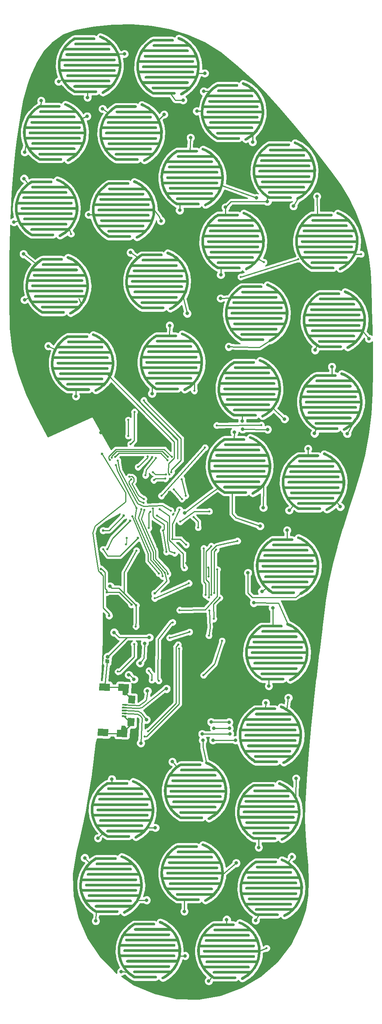
<source format=gtl>
G04 #@! TF.GenerationSoftware,KiCad,Pcbnew,(5.0.0)*
G04 #@! TF.CreationDate,2020-01-29T13:36:10+01:00*
G04 #@! TF.ProjectId,Insole_PCB,496E736F6C655F5043422E6B69636164,rev?*
G04 #@! TF.SameCoordinates,Original*
G04 #@! TF.FileFunction,Copper,L1,Top,Signal*
G04 #@! TF.FilePolarity,Positive*
%FSLAX46Y46*%
G04 Gerber Fmt 4.6, Leading zero omitted, Abs format (unit mm)*
G04 Created by KiCad (PCBNEW (5.0.0)) date 01/29/20 13:36:10*
%MOMM*%
%LPD*%
G01*
G04 APERTURE LIST*
G04 #@! TA.AperFunction,SMDPad,CuDef*
%ADD10C,0.500000*%
G04 #@! TD*
G04 #@! TA.AperFunction,Conductor*
%ADD11C,0.100000*%
G04 #@! TD*
G04 #@! TA.AperFunction,ComponentPad*
%ADD12C,0.850000*%
G04 #@! TD*
G04 #@! TA.AperFunction,Conductor*
%ADD13C,0.850000*%
G04 #@! TD*
G04 #@! TA.AperFunction,SMDPad,CuDef*
%ADD14C,1.600000*%
G04 #@! TD*
G04 #@! TA.AperFunction,SMDPad,CuDef*
%ADD15C,1.500000*%
G04 #@! TD*
G04 #@! TA.AperFunction,SMDPad,CuDef*
%ADD16C,0.400000*%
G04 #@! TD*
G04 #@! TA.AperFunction,ViaPad*
%ADD17C,0.800000*%
G04 #@! TD*
G04 #@! TA.AperFunction,ViaPad*
%ADD18C,0.500000*%
G04 #@! TD*
G04 #@! TA.AperFunction,ViaPad*
%ADD19C,0.600000*%
G04 #@! TD*
G04 #@! TA.AperFunction,Conductor*
%ADD20C,0.250000*%
G04 #@! TD*
G04 #@! TA.AperFunction,Conductor*
%ADD21C,0.160000*%
G04 #@! TD*
G04 #@! TA.AperFunction,Conductor*
%ADD22C,0.254000*%
G04 #@! TD*
G04 APERTURE END LIST*
D10*
G04 #@! TO.P,S4,1*
G04 #@! TO.N,/U1_Data*
X176159453Y-59090707D03*
D11*
G04 #@! TD*
G04 #@! TO.N,/U1_Data*
G04 #@! TO.C,S4*
G36*
X183863642Y-51590736D02*
X183892894Y-51592577D01*
X183921827Y-51597263D01*
X183950164Y-51604750D01*
X183977636Y-51614966D01*
X184003979Y-51627815D01*
X184028943Y-51643173D01*
X184052289Y-51660894D01*
X184073795Y-51680808D01*
X184093254Y-51702726D01*
X184110482Y-51726438D01*
X184125314Y-51751718D01*
X184137608Y-51778325D01*
X184147247Y-51806005D01*
X184154139Y-51834493D01*
X184158218Y-51863517D01*
X184159446Y-51892801D01*
X184157810Y-51922066D01*
X184153326Y-51951030D01*
X184146037Y-51979419D01*
X184136012Y-52006962D01*
X184123348Y-52033394D01*
X184108164Y-52058465D01*
X184090607Y-52081934D01*
X184070843Y-52103578D01*
X184049062Y-52123190D01*
X184025470Y-52140583D01*
X184000294Y-52155591D01*
X183973774Y-52168071D01*
X183946163Y-52177903D01*
X183917723Y-52184994D01*
X183888728Y-52189275D01*
X183859453Y-52190707D01*
X179543182Y-52190707D01*
X179285033Y-52346979D01*
X178758851Y-52724227D01*
X178274263Y-53149033D01*
X177833438Y-53619102D01*
X177547665Y-53990707D01*
X187259453Y-53990707D01*
X187263642Y-53990736D01*
X187292894Y-53992577D01*
X187321827Y-53997263D01*
X187350164Y-54004750D01*
X187377636Y-54014966D01*
X187403979Y-54027815D01*
X187428943Y-54043173D01*
X187452289Y-54060894D01*
X187473795Y-54080808D01*
X187493254Y-54102726D01*
X187510482Y-54126438D01*
X187525314Y-54151718D01*
X187537608Y-54178325D01*
X187547247Y-54206005D01*
X187554139Y-54234493D01*
X187558218Y-54263517D01*
X187559446Y-54292801D01*
X187557810Y-54322066D01*
X187553326Y-54351030D01*
X187546037Y-54379419D01*
X187536012Y-54406962D01*
X187523348Y-54433394D01*
X187508164Y-54458465D01*
X187490607Y-54481934D01*
X187470843Y-54503578D01*
X187449062Y-54523190D01*
X187425470Y-54540583D01*
X187400294Y-54555591D01*
X187373774Y-54568071D01*
X187346163Y-54577903D01*
X187317723Y-54584994D01*
X187288728Y-54589275D01*
X187259453Y-54590707D01*
X177153105Y-54590707D01*
X177099465Y-54676677D01*
X176813324Y-55254088D01*
X176584888Y-55856677D01*
X176440184Y-56390707D01*
X188459453Y-56390707D01*
X188463642Y-56390736D01*
X188492894Y-56392577D01*
X188521827Y-56397263D01*
X188550164Y-56404750D01*
X188577636Y-56414966D01*
X188603979Y-56427815D01*
X188628943Y-56443173D01*
X188652289Y-56460894D01*
X188673795Y-56480808D01*
X188693254Y-56502726D01*
X188710482Y-56526438D01*
X188725314Y-56551718D01*
X188737608Y-56578325D01*
X188747247Y-56606005D01*
X188754139Y-56634493D01*
X188758218Y-56663517D01*
X188759446Y-56692801D01*
X188757810Y-56722066D01*
X188753326Y-56751030D01*
X188746037Y-56779419D01*
X188736012Y-56806962D01*
X188723348Y-56833394D01*
X188708164Y-56858465D01*
X188690607Y-56881934D01*
X188670843Y-56903578D01*
X188649062Y-56923190D01*
X188625470Y-56940583D01*
X188600294Y-56955591D01*
X188573774Y-56968071D01*
X188546163Y-56977903D01*
X188517723Y-56984994D01*
X188488728Y-56989275D01*
X188459453Y-56990707D01*
X176330101Y-56990707D01*
X176309308Y-57114152D01*
X176264791Y-57757034D01*
X176283219Y-58401193D01*
X176332694Y-58790707D01*
X188459453Y-58790707D01*
X188463642Y-58790736D01*
X188492894Y-58792577D01*
X188521827Y-58797263D01*
X188550164Y-58804750D01*
X188577636Y-58814966D01*
X188603979Y-58827815D01*
X188628943Y-58843173D01*
X188652289Y-58860894D01*
X188673795Y-58880808D01*
X188693254Y-58902726D01*
X188710482Y-58926438D01*
X188725314Y-58951718D01*
X188737608Y-58978325D01*
X188747247Y-59006005D01*
X188754139Y-59034493D01*
X188758218Y-59063517D01*
X188759446Y-59092801D01*
X188757810Y-59122066D01*
X188753326Y-59151030D01*
X188746037Y-59179419D01*
X188736012Y-59206962D01*
X188723348Y-59233394D01*
X188708164Y-59258465D01*
X188690607Y-59281934D01*
X188670843Y-59303578D01*
X188649062Y-59323190D01*
X188625470Y-59340583D01*
X188600294Y-59355591D01*
X188573774Y-59368071D01*
X188546163Y-59377903D01*
X188517723Y-59384994D01*
X188488728Y-59389275D01*
X188459453Y-59390707D01*
X176444238Y-59390707D01*
X176507618Y-59668806D01*
X176711445Y-60280150D01*
X176973958Y-60868691D01*
X177157177Y-61190707D01*
X187259453Y-61190707D01*
X187263642Y-61190736D01*
X187292894Y-61192577D01*
X187321827Y-61197263D01*
X187350164Y-61204750D01*
X187377636Y-61214966D01*
X187403979Y-61227815D01*
X187428943Y-61243173D01*
X187452289Y-61260894D01*
X187473795Y-61280808D01*
X187493254Y-61302726D01*
X187510482Y-61326438D01*
X187525314Y-61351718D01*
X187537608Y-61378325D01*
X187547247Y-61406005D01*
X187554139Y-61434493D01*
X187558218Y-61463517D01*
X187559446Y-61492801D01*
X187557810Y-61522066D01*
X187553326Y-61551030D01*
X187546037Y-61579419D01*
X187536012Y-61606962D01*
X187523348Y-61633394D01*
X187508164Y-61658465D01*
X187490607Y-61681934D01*
X187470843Y-61703578D01*
X187449062Y-61723190D01*
X187425470Y-61740583D01*
X187400294Y-61755591D01*
X187373774Y-61768071D01*
X187346163Y-61777903D01*
X187317723Y-61784994D01*
X187288728Y-61789275D01*
X187259453Y-61790707D01*
X177548310Y-61790707D01*
X177664465Y-61955131D01*
X178085882Y-62442680D01*
X178552857Y-62886772D01*
X179060941Y-63283179D01*
X179546253Y-63590707D01*
X184259453Y-63590707D01*
X184263642Y-63590736D01*
X184292894Y-63592577D01*
X184321827Y-63597263D01*
X184350164Y-63604750D01*
X184377636Y-63614966D01*
X184403979Y-63627815D01*
X184428943Y-63643173D01*
X184452289Y-63660894D01*
X184473795Y-63680808D01*
X184493254Y-63702726D01*
X184510482Y-63726438D01*
X184525314Y-63751718D01*
X184537608Y-63778325D01*
X184547247Y-63806005D01*
X184554139Y-63834493D01*
X184558218Y-63863517D01*
X184559446Y-63892801D01*
X184557810Y-63922066D01*
X184553326Y-63951030D01*
X184546037Y-63979419D01*
X184536012Y-64006962D01*
X184523348Y-64033394D01*
X184508164Y-64058465D01*
X184490607Y-64081934D01*
X184470843Y-64103578D01*
X184449062Y-64123190D01*
X184425470Y-64140583D01*
X184400294Y-64155591D01*
X184373774Y-64168071D01*
X184346163Y-64177903D01*
X184317723Y-64184994D01*
X184288728Y-64189275D01*
X184259453Y-64190707D01*
X179459453Y-64190707D01*
X179455264Y-64190678D01*
X179426012Y-64188837D01*
X179397079Y-64184151D01*
X179368742Y-64176664D01*
X179341270Y-64166448D01*
X179326234Y-64159114D01*
X179322022Y-64157242D01*
X179319726Y-64155940D01*
X179314927Y-64153599D01*
X179306994Y-64148719D01*
X179296527Y-64142782D01*
X178727398Y-63782142D01*
X178723876Y-63779875D01*
X178713739Y-63772521D01*
X178703436Y-63765263D01*
X178172215Y-63350806D01*
X178168931Y-63348206D01*
X178159557Y-63339895D01*
X178150016Y-63331670D01*
X177661773Y-62867354D01*
X177658758Y-62864446D01*
X177650221Y-62855239D01*
X177641546Y-62846142D01*
X177200944Y-62336397D01*
X177198227Y-62333209D01*
X177190617Y-62323197D01*
X177182884Y-62313313D01*
X176794127Y-61763006D01*
X176791733Y-61759567D01*
X176785126Y-61748843D01*
X176778405Y-61738269D01*
X176445204Y-61152653D01*
X176443158Y-61148998D01*
X176437647Y-61137719D01*
X176431971Y-61126500D01*
X176157506Y-60511164D01*
X176155826Y-60507326D01*
X176151434Y-60495541D01*
X176146888Y-60483844D01*
X175933780Y-59844662D01*
X175932483Y-59840679D01*
X175929265Y-59828532D01*
X175925879Y-59816438D01*
X175776161Y-59159510D01*
X175775259Y-59155419D01*
X175773248Y-59143053D01*
X175771052Y-59130648D01*
X175686153Y-58462246D01*
X175685654Y-58458086D01*
X175684855Y-58445528D01*
X175683885Y-58433024D01*
X175664617Y-57759526D01*
X175664526Y-57755338D01*
X175664957Y-57742777D01*
X175665211Y-57730223D01*
X175711756Y-57058059D01*
X175712074Y-57053882D01*
X175713729Y-57041415D01*
X175715206Y-57028954D01*
X175827120Y-56364541D01*
X175827845Y-56360415D01*
X175830708Y-56348172D01*
X175833395Y-56335910D01*
X176009611Y-55685589D01*
X176010735Y-55681553D01*
X176014768Y-55669679D01*
X176018649Y-55657708D01*
X176257484Y-55027686D01*
X176258996Y-55023779D01*
X176264180Y-55012332D01*
X176269200Y-55000820D01*
X176568374Y-54397110D01*
X176570260Y-54393370D01*
X176576535Y-54382485D01*
X176582656Y-54371515D01*
X176939315Y-53799882D01*
X176941557Y-53796343D01*
X176948870Y-53786115D01*
X176956026Y-53775803D01*
X177366765Y-53241702D01*
X177369341Y-53238399D01*
X177377612Y-53228939D01*
X177385745Y-53219369D01*
X177846641Y-52727897D01*
X177849528Y-52724861D01*
X177858666Y-52716268D01*
X177867711Y-52707522D01*
X178374368Y-52263372D01*
X178377537Y-52260633D01*
X178387471Y-52252972D01*
X178397325Y-52245151D01*
X178944905Y-51852562D01*
X178948327Y-51850145D01*
X178956419Y-51845081D01*
X178964349Y-51839734D01*
X179304095Y-51634067D01*
X179307694Y-51631923D01*
X179313245Y-51629022D01*
X179318612Y-51625823D01*
X179326214Y-51622246D01*
X179333671Y-51618349D01*
X179339470Y-51616007D01*
X179345132Y-51613343D01*
X179353063Y-51610519D01*
X179360849Y-51607375D01*
X179366840Y-51605613D01*
X179372743Y-51603511D01*
X179380915Y-51601474D01*
X179388968Y-51599105D01*
X179395106Y-51597935D01*
X179401183Y-51596420D01*
X179409499Y-51595192D01*
X179417759Y-51593618D01*
X179423995Y-51593052D01*
X179430178Y-51592139D01*
X179438574Y-51591728D01*
X179446949Y-51590968D01*
X179453201Y-51591013D01*
X179459453Y-51590707D01*
X183859453Y-51590707D01*
X183863642Y-51590736D01*
X183863642Y-51590736D01*
G37*
D10*
G04 #@! TO.P,S4,2*
G04 #@! TO.N,/U1_A4*
X189659453Y-57890707D03*
D11*
G04 #@! TD*
G04 #@! TO.N,/U1_A4*
G04 #@! TO.C,S4*
G36*
X185314832Y-51144525D02*
X185343750Y-51149302D01*
X185372064Y-51156878D01*
X185399503Y-51167180D01*
X186017179Y-51434203D01*
X186021012Y-51435892D01*
X186032216Y-51441596D01*
X186043482Y-51447134D01*
X186632153Y-51773158D01*
X186635803Y-51775213D01*
X186646370Y-51781966D01*
X186657069Y-51788594D01*
X187211116Y-52170506D01*
X187214549Y-52172907D01*
X187224449Y-52180692D01*
X187234406Y-52188299D01*
X187748541Y-52622453D01*
X187751722Y-52625178D01*
X187760801Y-52633879D01*
X187769983Y-52642435D01*
X188239298Y-53124687D01*
X188242199Y-53127710D01*
X188250377Y-53137244D01*
X188258690Y-53146666D01*
X188678704Y-53672415D01*
X188681296Y-53675706D01*
X188688509Y-53686000D01*
X188695858Y-53696181D01*
X189062564Y-54260407D01*
X189064823Y-54263935D01*
X189070996Y-54274883D01*
X189077317Y-54285733D01*
X189387215Y-54883050D01*
X189389118Y-54886782D01*
X189394187Y-54898265D01*
X189399426Y-54909696D01*
X189649556Y-55534403D01*
X189651086Y-55538303D01*
X189655012Y-55550230D01*
X189659108Y-55562112D01*
X189847084Y-56208246D01*
X189848227Y-56212276D01*
X189850977Y-56224561D01*
X189853887Y-56236755D01*
X189977915Y-56898150D01*
X189978659Y-56902272D01*
X189980196Y-56914752D01*
X189981904Y-56927187D01*
X190040798Y-57597527D01*
X190041136Y-57601702D01*
X190041447Y-57614269D01*
X190041934Y-57626815D01*
X190035134Y-58299703D01*
X190035062Y-58303891D01*
X190034145Y-58316435D01*
X190033406Y-58328962D01*
X189960976Y-58997975D01*
X189960496Y-59002136D01*
X189958366Y-59014495D01*
X189956402Y-59026926D01*
X189819033Y-59685677D01*
X189818149Y-59689772D01*
X189814823Y-59701863D01*
X189811655Y-59714043D01*
X189610660Y-60356246D01*
X189609381Y-60360235D01*
X189604878Y-60371979D01*
X189600549Y-60383757D01*
X189337844Y-61003281D01*
X189336182Y-61007127D01*
X189330540Y-61018404D01*
X189325097Y-61029674D01*
X189003191Y-61620606D01*
X189001162Y-61624271D01*
X188994466Y-61634912D01*
X188987930Y-61645629D01*
X188609895Y-62202329D01*
X188607518Y-62205778D01*
X188599829Y-62215698D01*
X188592265Y-62225743D01*
X188161711Y-62742896D01*
X188159008Y-62746097D01*
X188150369Y-62755239D01*
X188141879Y-62764479D01*
X187662914Y-63237149D01*
X187659912Y-63240070D01*
X187650456Y-63248296D01*
X187641071Y-63256693D01*
X187118267Y-63680368D01*
X187114995Y-63682983D01*
X187104717Y-63690293D01*
X187094622Y-63697687D01*
X186532970Y-64068323D01*
X186529457Y-64070606D01*
X186519469Y-64076331D01*
X186509596Y-64082268D01*
X186001315Y-64355046D01*
X185997610Y-64357001D01*
X185970965Y-64369212D01*
X185943255Y-64378764D01*
X185914746Y-64385567D01*
X185885709Y-64389556D01*
X185856422Y-64390692D01*
X185827163Y-64388964D01*
X185798212Y-64384389D01*
X185769846Y-64377012D01*
X185742335Y-64366901D01*
X185715942Y-64354154D01*
X185690919Y-64338893D01*
X185667505Y-64321262D01*
X185645922Y-64301431D01*
X185626378Y-64279588D01*
X185609060Y-64255943D01*
X185594130Y-64230721D01*
X185581733Y-64204161D01*
X185571987Y-64176520D01*
X185564986Y-64148058D01*
X185560795Y-64119049D01*
X185559454Y-64089770D01*
X185560978Y-64060499D01*
X185565350Y-64031518D01*
X185572530Y-64003101D01*
X185582448Y-63975520D01*
X185595011Y-63949039D01*
X185610097Y-63923910D01*
X185627563Y-63900373D01*
X185647243Y-63878653D01*
X185668949Y-63858956D01*
X185692473Y-63841473D01*
X185717591Y-63826368D01*
X186213866Y-63560033D01*
X186751905Y-63204979D01*
X187016312Y-62990707D01*
X179459453Y-62990707D01*
X179455264Y-62990678D01*
X179426012Y-62988837D01*
X179397079Y-62984151D01*
X179368742Y-62976664D01*
X179341270Y-62966448D01*
X179314927Y-62953599D01*
X179289963Y-62938241D01*
X179266617Y-62920520D01*
X179245111Y-62900606D01*
X179225652Y-62878688D01*
X179208424Y-62854976D01*
X179193592Y-62829696D01*
X179181298Y-62803089D01*
X179171659Y-62775409D01*
X179164767Y-62746921D01*
X179160688Y-62717897D01*
X179159460Y-62688613D01*
X179161096Y-62659348D01*
X179165580Y-62630384D01*
X179172869Y-62601995D01*
X179182894Y-62574452D01*
X179195558Y-62548020D01*
X179210742Y-62522949D01*
X179228299Y-62499480D01*
X179248063Y-62477836D01*
X179269844Y-62458224D01*
X179293436Y-62440831D01*
X179318612Y-62425823D01*
X179345132Y-62413343D01*
X179372743Y-62403511D01*
X179401183Y-62396420D01*
X179430178Y-62392139D01*
X179459453Y-62390707D01*
X187659453Y-62390707D01*
X187663642Y-62390736D01*
X187666237Y-62390899D01*
X187709983Y-62347729D01*
X188121767Y-61853121D01*
X188483318Y-61320695D01*
X188791184Y-60755537D01*
X188861079Y-60590707D01*
X177859453Y-60590707D01*
X177855264Y-60590678D01*
X177826012Y-60588837D01*
X177797079Y-60584151D01*
X177768742Y-60576664D01*
X177741270Y-60566448D01*
X177714927Y-60553599D01*
X177689963Y-60538241D01*
X177666617Y-60520520D01*
X177645111Y-60500606D01*
X177625652Y-60478688D01*
X177608424Y-60454976D01*
X177593592Y-60429696D01*
X177581298Y-60403089D01*
X177571659Y-60375409D01*
X177564767Y-60346921D01*
X177560688Y-60317897D01*
X177559460Y-60288613D01*
X177561096Y-60259348D01*
X177565580Y-60230384D01*
X177572869Y-60201995D01*
X177582894Y-60174452D01*
X177595558Y-60148020D01*
X177610742Y-60122949D01*
X177628299Y-60099480D01*
X177648063Y-60077836D01*
X177669844Y-60058224D01*
X177693436Y-60040831D01*
X177718612Y-60025823D01*
X177745132Y-60013343D01*
X177772743Y-60003511D01*
X177801183Y-59996420D01*
X177830178Y-59992139D01*
X177859453Y-59990707D01*
X189096366Y-59990707D01*
X189234662Y-59548835D01*
X189366042Y-58918802D01*
X189435312Y-58278973D01*
X189436204Y-58190707D01*
X177259453Y-58190707D01*
X177255264Y-58190678D01*
X177226012Y-58188837D01*
X177197079Y-58184151D01*
X177168742Y-58176664D01*
X177141270Y-58166448D01*
X177114927Y-58153599D01*
X177089963Y-58138241D01*
X177066617Y-58120520D01*
X177045111Y-58100606D01*
X177025652Y-58078688D01*
X177008424Y-58054976D01*
X176993592Y-58029696D01*
X176981298Y-58003089D01*
X176971659Y-57975409D01*
X176964767Y-57946921D01*
X176960688Y-57917897D01*
X176959460Y-57888613D01*
X176961096Y-57859348D01*
X176965580Y-57830384D01*
X176972869Y-57801995D01*
X176982894Y-57774452D01*
X176995558Y-57748020D01*
X177010742Y-57722949D01*
X177028299Y-57699480D01*
X177048063Y-57677836D01*
X177069844Y-57658224D01*
X177093436Y-57640831D01*
X177118612Y-57625823D01*
X177145132Y-57613343D01*
X177172743Y-57603511D01*
X177201183Y-57596420D01*
X177230178Y-57592139D01*
X177259453Y-57590707D01*
X189437887Y-57590707D01*
X189385490Y-56994311D01*
X189266871Y-56361762D01*
X189100737Y-55790707D01*
X177659453Y-55790707D01*
X177655264Y-55790678D01*
X177626012Y-55788837D01*
X177597079Y-55784151D01*
X177568742Y-55776664D01*
X177541270Y-55766448D01*
X177514927Y-55753599D01*
X177489963Y-55738241D01*
X177466617Y-55720520D01*
X177445111Y-55700606D01*
X177425652Y-55678688D01*
X177408424Y-55654976D01*
X177393592Y-55629696D01*
X177381298Y-55603089D01*
X177371659Y-55575409D01*
X177364767Y-55546921D01*
X177360688Y-55517897D01*
X177359460Y-55488613D01*
X177361096Y-55459348D01*
X177365580Y-55430384D01*
X177372869Y-55401995D01*
X177382894Y-55374452D01*
X177395558Y-55348020D01*
X177410742Y-55322949D01*
X177428299Y-55299480D01*
X177448063Y-55277836D01*
X177469844Y-55258224D01*
X177493436Y-55240831D01*
X177518612Y-55225823D01*
X177545132Y-55213343D01*
X177572743Y-55203511D01*
X177601183Y-55196420D01*
X177630178Y-55192139D01*
X177659453Y-55190707D01*
X188865634Y-55190707D01*
X188847869Y-55146340D01*
X188551488Y-54575077D01*
X188200772Y-54035451D01*
X187799070Y-53532626D01*
X187660890Y-53390637D01*
X187659453Y-53390707D01*
X179659453Y-53390707D01*
X179655264Y-53390678D01*
X179626012Y-53388837D01*
X179597079Y-53384151D01*
X179568742Y-53376664D01*
X179541270Y-53366448D01*
X179514927Y-53353599D01*
X179489963Y-53338241D01*
X179466617Y-53320520D01*
X179445111Y-53300606D01*
X179425652Y-53278688D01*
X179408424Y-53254976D01*
X179393592Y-53229696D01*
X179381298Y-53203089D01*
X179371659Y-53175409D01*
X179364767Y-53146921D01*
X179360688Y-53117897D01*
X179359460Y-53088613D01*
X179361096Y-53059348D01*
X179365580Y-53030384D01*
X179372869Y-53001995D01*
X179382894Y-52974452D01*
X179395558Y-52948020D01*
X179410742Y-52922949D01*
X179428299Y-52899480D01*
X179448063Y-52877836D01*
X179469844Y-52858224D01*
X179493436Y-52840831D01*
X179518612Y-52825823D01*
X179545132Y-52813343D01*
X179572743Y-52803511D01*
X179601183Y-52796420D01*
X179630178Y-52792139D01*
X179659453Y-52790707D01*
X187017814Y-52790707D01*
X186858512Y-52656187D01*
X186328624Y-52290928D01*
X185765622Y-51979120D01*
X185161417Y-51717920D01*
X185157583Y-51716231D01*
X185131463Y-51702934D01*
X185106765Y-51687152D01*
X185083725Y-51669035D01*
X185062563Y-51648756D01*
X185043481Y-51626509D01*
X185026661Y-51602506D01*
X185012263Y-51576976D01*
X185000425Y-51550163D01*
X184991261Y-51522323D01*
X184984857Y-51493721D01*
X184981274Y-51464631D01*
X184980547Y-51435330D01*
X184982683Y-51406098D01*
X184987661Y-51377214D01*
X184995434Y-51348954D01*
X185005927Y-51321587D01*
X185019042Y-51295374D01*
X185034651Y-51270567D01*
X185052606Y-51247401D01*
X185072738Y-51226098D01*
X185094851Y-51206861D01*
X185118736Y-51189874D01*
X185144165Y-51175298D01*
X185170895Y-51163274D01*
X185198670Y-51153915D01*
X185227227Y-51147311D01*
X185256291Y-51143526D01*
X185285586Y-51142594D01*
X185314832Y-51144525D01*
X185314832Y-51144525D01*
G37*
D10*
G04 #@! TO.P,S9,1*
G04 #@! TO.N,/U2_Data*
X208519453Y-69680707D03*
D11*
G04 #@! TD*
G04 #@! TO.N,/U2_Data*
G04 #@! TO.C,S9*
G36*
X216223642Y-62180736D02*
X216252894Y-62182577D01*
X216281827Y-62187263D01*
X216310164Y-62194750D01*
X216337636Y-62204966D01*
X216363979Y-62217815D01*
X216388943Y-62233173D01*
X216412289Y-62250894D01*
X216433795Y-62270808D01*
X216453254Y-62292726D01*
X216470482Y-62316438D01*
X216485314Y-62341718D01*
X216497608Y-62368325D01*
X216507247Y-62396005D01*
X216514139Y-62424493D01*
X216518218Y-62453517D01*
X216519446Y-62482801D01*
X216517810Y-62512066D01*
X216513326Y-62541030D01*
X216506037Y-62569419D01*
X216496012Y-62596962D01*
X216483348Y-62623394D01*
X216468164Y-62648465D01*
X216450607Y-62671934D01*
X216430843Y-62693578D01*
X216409062Y-62713190D01*
X216385470Y-62730583D01*
X216360294Y-62745591D01*
X216333774Y-62758071D01*
X216306163Y-62767903D01*
X216277723Y-62774994D01*
X216248728Y-62779275D01*
X216219453Y-62780707D01*
X211903182Y-62780707D01*
X211645033Y-62936979D01*
X211118851Y-63314227D01*
X210634263Y-63739033D01*
X210193438Y-64209102D01*
X209907665Y-64580707D01*
X219619453Y-64580707D01*
X219623642Y-64580736D01*
X219652894Y-64582577D01*
X219681827Y-64587263D01*
X219710164Y-64594750D01*
X219737636Y-64604966D01*
X219763979Y-64617815D01*
X219788943Y-64633173D01*
X219812289Y-64650894D01*
X219833795Y-64670808D01*
X219853254Y-64692726D01*
X219870482Y-64716438D01*
X219885314Y-64741718D01*
X219897608Y-64768325D01*
X219907247Y-64796005D01*
X219914139Y-64824493D01*
X219918218Y-64853517D01*
X219919446Y-64882801D01*
X219917810Y-64912066D01*
X219913326Y-64941030D01*
X219906037Y-64969419D01*
X219896012Y-64996962D01*
X219883348Y-65023394D01*
X219868164Y-65048465D01*
X219850607Y-65071934D01*
X219830843Y-65093578D01*
X219809062Y-65113190D01*
X219785470Y-65130583D01*
X219760294Y-65145591D01*
X219733774Y-65158071D01*
X219706163Y-65167903D01*
X219677723Y-65174994D01*
X219648728Y-65179275D01*
X219619453Y-65180707D01*
X209513105Y-65180707D01*
X209459465Y-65266677D01*
X209173324Y-65844088D01*
X208944888Y-66446677D01*
X208800184Y-66980707D01*
X220819453Y-66980707D01*
X220823642Y-66980736D01*
X220852894Y-66982577D01*
X220881827Y-66987263D01*
X220910164Y-66994750D01*
X220937636Y-67004966D01*
X220963979Y-67017815D01*
X220988943Y-67033173D01*
X221012289Y-67050894D01*
X221033795Y-67070808D01*
X221053254Y-67092726D01*
X221070482Y-67116438D01*
X221085314Y-67141718D01*
X221097608Y-67168325D01*
X221107247Y-67196005D01*
X221114139Y-67224493D01*
X221118218Y-67253517D01*
X221119446Y-67282801D01*
X221117810Y-67312066D01*
X221113326Y-67341030D01*
X221106037Y-67369419D01*
X221096012Y-67396962D01*
X221083348Y-67423394D01*
X221068164Y-67448465D01*
X221050607Y-67471934D01*
X221030843Y-67493578D01*
X221009062Y-67513190D01*
X220985470Y-67530583D01*
X220960294Y-67545591D01*
X220933774Y-67558071D01*
X220906163Y-67567903D01*
X220877723Y-67574994D01*
X220848728Y-67579275D01*
X220819453Y-67580707D01*
X208690101Y-67580707D01*
X208669308Y-67704152D01*
X208624791Y-68347034D01*
X208643219Y-68991193D01*
X208692694Y-69380707D01*
X220819453Y-69380707D01*
X220823642Y-69380736D01*
X220852894Y-69382577D01*
X220881827Y-69387263D01*
X220910164Y-69394750D01*
X220937636Y-69404966D01*
X220963979Y-69417815D01*
X220988943Y-69433173D01*
X221012289Y-69450894D01*
X221033795Y-69470808D01*
X221053254Y-69492726D01*
X221070482Y-69516438D01*
X221085314Y-69541718D01*
X221097608Y-69568325D01*
X221107247Y-69596005D01*
X221114139Y-69624493D01*
X221118218Y-69653517D01*
X221119446Y-69682801D01*
X221117810Y-69712066D01*
X221113326Y-69741030D01*
X221106037Y-69769419D01*
X221096012Y-69796962D01*
X221083348Y-69823394D01*
X221068164Y-69848465D01*
X221050607Y-69871934D01*
X221030843Y-69893578D01*
X221009062Y-69913190D01*
X220985470Y-69930583D01*
X220960294Y-69945591D01*
X220933774Y-69958071D01*
X220906163Y-69967903D01*
X220877723Y-69974994D01*
X220848728Y-69979275D01*
X220819453Y-69980707D01*
X208804238Y-69980707D01*
X208867618Y-70258806D01*
X209071445Y-70870150D01*
X209333958Y-71458691D01*
X209517177Y-71780707D01*
X219619453Y-71780707D01*
X219623642Y-71780736D01*
X219652894Y-71782577D01*
X219681827Y-71787263D01*
X219710164Y-71794750D01*
X219737636Y-71804966D01*
X219763979Y-71817815D01*
X219788943Y-71833173D01*
X219812289Y-71850894D01*
X219833795Y-71870808D01*
X219853254Y-71892726D01*
X219870482Y-71916438D01*
X219885314Y-71941718D01*
X219897608Y-71968325D01*
X219907247Y-71996005D01*
X219914139Y-72024493D01*
X219918218Y-72053517D01*
X219919446Y-72082801D01*
X219917810Y-72112066D01*
X219913326Y-72141030D01*
X219906037Y-72169419D01*
X219896012Y-72196962D01*
X219883348Y-72223394D01*
X219868164Y-72248465D01*
X219850607Y-72271934D01*
X219830843Y-72293578D01*
X219809062Y-72313190D01*
X219785470Y-72330583D01*
X219760294Y-72345591D01*
X219733774Y-72358071D01*
X219706163Y-72367903D01*
X219677723Y-72374994D01*
X219648728Y-72379275D01*
X219619453Y-72380707D01*
X209908310Y-72380707D01*
X210024465Y-72545131D01*
X210445882Y-73032680D01*
X210912857Y-73476772D01*
X211420941Y-73873179D01*
X211906253Y-74180707D01*
X216619453Y-74180707D01*
X216623642Y-74180736D01*
X216652894Y-74182577D01*
X216681827Y-74187263D01*
X216710164Y-74194750D01*
X216737636Y-74204966D01*
X216763979Y-74217815D01*
X216788943Y-74233173D01*
X216812289Y-74250894D01*
X216833795Y-74270808D01*
X216853254Y-74292726D01*
X216870482Y-74316438D01*
X216885314Y-74341718D01*
X216897608Y-74368325D01*
X216907247Y-74396005D01*
X216914139Y-74424493D01*
X216918218Y-74453517D01*
X216919446Y-74482801D01*
X216917810Y-74512066D01*
X216913326Y-74541030D01*
X216906037Y-74569419D01*
X216896012Y-74596962D01*
X216883348Y-74623394D01*
X216868164Y-74648465D01*
X216850607Y-74671934D01*
X216830843Y-74693578D01*
X216809062Y-74713190D01*
X216785470Y-74730583D01*
X216760294Y-74745591D01*
X216733774Y-74758071D01*
X216706163Y-74767903D01*
X216677723Y-74774994D01*
X216648728Y-74779275D01*
X216619453Y-74780707D01*
X211819453Y-74780707D01*
X211815264Y-74780678D01*
X211786012Y-74778837D01*
X211757079Y-74774151D01*
X211728742Y-74766664D01*
X211701270Y-74756448D01*
X211686234Y-74749114D01*
X211682022Y-74747242D01*
X211679726Y-74745940D01*
X211674927Y-74743599D01*
X211666994Y-74738719D01*
X211656527Y-74732782D01*
X211087398Y-74372142D01*
X211083876Y-74369875D01*
X211073739Y-74362521D01*
X211063436Y-74355263D01*
X210532215Y-73940806D01*
X210528931Y-73938206D01*
X210519557Y-73929895D01*
X210510016Y-73921670D01*
X210021773Y-73457354D01*
X210018758Y-73454446D01*
X210010221Y-73445239D01*
X210001546Y-73436142D01*
X209560944Y-72926397D01*
X209558227Y-72923209D01*
X209550617Y-72913197D01*
X209542884Y-72903313D01*
X209154127Y-72353006D01*
X209151733Y-72349567D01*
X209145126Y-72338843D01*
X209138405Y-72328269D01*
X208805204Y-71742653D01*
X208803158Y-71738998D01*
X208797647Y-71727719D01*
X208791971Y-71716500D01*
X208517506Y-71101164D01*
X208515826Y-71097326D01*
X208511434Y-71085541D01*
X208506888Y-71073844D01*
X208293780Y-70434662D01*
X208292483Y-70430679D01*
X208289265Y-70418532D01*
X208285879Y-70406438D01*
X208136161Y-69749510D01*
X208135259Y-69745419D01*
X208133248Y-69733053D01*
X208131052Y-69720648D01*
X208046153Y-69052246D01*
X208045654Y-69048086D01*
X208044855Y-69035528D01*
X208043885Y-69023024D01*
X208024617Y-68349526D01*
X208024526Y-68345338D01*
X208024957Y-68332777D01*
X208025211Y-68320223D01*
X208071756Y-67648059D01*
X208072074Y-67643882D01*
X208073729Y-67631415D01*
X208075206Y-67618954D01*
X208187120Y-66954541D01*
X208187845Y-66950415D01*
X208190708Y-66938172D01*
X208193395Y-66925910D01*
X208369611Y-66275589D01*
X208370735Y-66271553D01*
X208374768Y-66259679D01*
X208378649Y-66247708D01*
X208617484Y-65617686D01*
X208618996Y-65613779D01*
X208624180Y-65602332D01*
X208629200Y-65590820D01*
X208928374Y-64987110D01*
X208930260Y-64983370D01*
X208936535Y-64972485D01*
X208942656Y-64961515D01*
X209299315Y-64389882D01*
X209301557Y-64386343D01*
X209308870Y-64376115D01*
X209316026Y-64365803D01*
X209726765Y-63831702D01*
X209729341Y-63828399D01*
X209737612Y-63818939D01*
X209745745Y-63809369D01*
X210206641Y-63317897D01*
X210209528Y-63314861D01*
X210218666Y-63306268D01*
X210227711Y-63297522D01*
X210734368Y-62853372D01*
X210737537Y-62850633D01*
X210747471Y-62842972D01*
X210757325Y-62835151D01*
X211304905Y-62442562D01*
X211308327Y-62440145D01*
X211316419Y-62435081D01*
X211324349Y-62429734D01*
X211664095Y-62224067D01*
X211667694Y-62221923D01*
X211673245Y-62219022D01*
X211678612Y-62215823D01*
X211686214Y-62212246D01*
X211693671Y-62208349D01*
X211699470Y-62206007D01*
X211705132Y-62203343D01*
X211713063Y-62200519D01*
X211720849Y-62197375D01*
X211726840Y-62195613D01*
X211732743Y-62193511D01*
X211740915Y-62191474D01*
X211748968Y-62189105D01*
X211755106Y-62187935D01*
X211761183Y-62186420D01*
X211769499Y-62185192D01*
X211777759Y-62183618D01*
X211783995Y-62183052D01*
X211790178Y-62182139D01*
X211798574Y-62181728D01*
X211806949Y-62180968D01*
X211813201Y-62181013D01*
X211819453Y-62180707D01*
X216219453Y-62180707D01*
X216223642Y-62180736D01*
X216223642Y-62180736D01*
G37*
D10*
G04 #@! TO.P,S9,2*
G04 #@! TO.N,/U2_A1*
X222019453Y-68480707D03*
D11*
G04 #@! TD*
G04 #@! TO.N,/U2_A1*
G04 #@! TO.C,S9*
G36*
X217674832Y-61734525D02*
X217703750Y-61739302D01*
X217732064Y-61746878D01*
X217759503Y-61757180D01*
X218377179Y-62024203D01*
X218381012Y-62025892D01*
X218392216Y-62031596D01*
X218403482Y-62037134D01*
X218992153Y-62363158D01*
X218995803Y-62365213D01*
X219006370Y-62371966D01*
X219017069Y-62378594D01*
X219571116Y-62760506D01*
X219574549Y-62762907D01*
X219584449Y-62770692D01*
X219594406Y-62778299D01*
X220108541Y-63212453D01*
X220111722Y-63215178D01*
X220120801Y-63223879D01*
X220129983Y-63232435D01*
X220599298Y-63714687D01*
X220602199Y-63717710D01*
X220610377Y-63727244D01*
X220618690Y-63736666D01*
X221038704Y-64262415D01*
X221041296Y-64265706D01*
X221048509Y-64276000D01*
X221055858Y-64286181D01*
X221422564Y-64850407D01*
X221424823Y-64853935D01*
X221430996Y-64864883D01*
X221437317Y-64875733D01*
X221747215Y-65473050D01*
X221749118Y-65476782D01*
X221754187Y-65488265D01*
X221759426Y-65499696D01*
X222009556Y-66124403D01*
X222011086Y-66128303D01*
X222015012Y-66140230D01*
X222019108Y-66152112D01*
X222207084Y-66798246D01*
X222208227Y-66802276D01*
X222210977Y-66814561D01*
X222213887Y-66826755D01*
X222337915Y-67488150D01*
X222338659Y-67492272D01*
X222340196Y-67504752D01*
X222341904Y-67517187D01*
X222400798Y-68187527D01*
X222401136Y-68191702D01*
X222401447Y-68204269D01*
X222401934Y-68216815D01*
X222395134Y-68889703D01*
X222395062Y-68893891D01*
X222394145Y-68906435D01*
X222393406Y-68918962D01*
X222320976Y-69587975D01*
X222320496Y-69592136D01*
X222318366Y-69604495D01*
X222316402Y-69616926D01*
X222179033Y-70275677D01*
X222178149Y-70279772D01*
X222174823Y-70291863D01*
X222171655Y-70304043D01*
X221970660Y-70946246D01*
X221969381Y-70950235D01*
X221964878Y-70961979D01*
X221960549Y-70973757D01*
X221697844Y-71593281D01*
X221696182Y-71597127D01*
X221690540Y-71608404D01*
X221685097Y-71619674D01*
X221363191Y-72210606D01*
X221361162Y-72214271D01*
X221354466Y-72224912D01*
X221347930Y-72235629D01*
X220969895Y-72792329D01*
X220967518Y-72795778D01*
X220959829Y-72805698D01*
X220952265Y-72815743D01*
X220521711Y-73332896D01*
X220519008Y-73336097D01*
X220510369Y-73345239D01*
X220501879Y-73354479D01*
X220022914Y-73827149D01*
X220019912Y-73830070D01*
X220010456Y-73838296D01*
X220001071Y-73846693D01*
X219478267Y-74270368D01*
X219474995Y-74272983D01*
X219464717Y-74280293D01*
X219454622Y-74287687D01*
X218892970Y-74658323D01*
X218889457Y-74660606D01*
X218879469Y-74666331D01*
X218869596Y-74672268D01*
X218361315Y-74945046D01*
X218357610Y-74947001D01*
X218330965Y-74959212D01*
X218303255Y-74968764D01*
X218274746Y-74975567D01*
X218245709Y-74979556D01*
X218216422Y-74980692D01*
X218187163Y-74978964D01*
X218158212Y-74974389D01*
X218129846Y-74967012D01*
X218102335Y-74956901D01*
X218075942Y-74944154D01*
X218050919Y-74928893D01*
X218027505Y-74911262D01*
X218005922Y-74891431D01*
X217986378Y-74869588D01*
X217969060Y-74845943D01*
X217954130Y-74820721D01*
X217941733Y-74794161D01*
X217931987Y-74766520D01*
X217924986Y-74738058D01*
X217920795Y-74709049D01*
X217919454Y-74679770D01*
X217920978Y-74650499D01*
X217925350Y-74621518D01*
X217932530Y-74593101D01*
X217942448Y-74565520D01*
X217955011Y-74539039D01*
X217970097Y-74513910D01*
X217987563Y-74490373D01*
X218007243Y-74468653D01*
X218028949Y-74448956D01*
X218052473Y-74431473D01*
X218077591Y-74416368D01*
X218573866Y-74150033D01*
X219111905Y-73794979D01*
X219376312Y-73580707D01*
X211819453Y-73580707D01*
X211815264Y-73580678D01*
X211786012Y-73578837D01*
X211757079Y-73574151D01*
X211728742Y-73566664D01*
X211701270Y-73556448D01*
X211674927Y-73543599D01*
X211649963Y-73528241D01*
X211626617Y-73510520D01*
X211605111Y-73490606D01*
X211585652Y-73468688D01*
X211568424Y-73444976D01*
X211553592Y-73419696D01*
X211541298Y-73393089D01*
X211531659Y-73365409D01*
X211524767Y-73336921D01*
X211520688Y-73307897D01*
X211519460Y-73278613D01*
X211521096Y-73249348D01*
X211525580Y-73220384D01*
X211532869Y-73191995D01*
X211542894Y-73164452D01*
X211555558Y-73138020D01*
X211570742Y-73112949D01*
X211588299Y-73089480D01*
X211608063Y-73067836D01*
X211629844Y-73048224D01*
X211653436Y-73030831D01*
X211678612Y-73015823D01*
X211705132Y-73003343D01*
X211732743Y-72993511D01*
X211761183Y-72986420D01*
X211790178Y-72982139D01*
X211819453Y-72980707D01*
X220019453Y-72980707D01*
X220023642Y-72980736D01*
X220026237Y-72980899D01*
X220069983Y-72937729D01*
X220481767Y-72443121D01*
X220843318Y-71910695D01*
X221151184Y-71345537D01*
X221221079Y-71180707D01*
X210219453Y-71180707D01*
X210215264Y-71180678D01*
X210186012Y-71178837D01*
X210157079Y-71174151D01*
X210128742Y-71166664D01*
X210101270Y-71156448D01*
X210074927Y-71143599D01*
X210049963Y-71128241D01*
X210026617Y-71110520D01*
X210005111Y-71090606D01*
X209985652Y-71068688D01*
X209968424Y-71044976D01*
X209953592Y-71019696D01*
X209941298Y-70993089D01*
X209931659Y-70965409D01*
X209924767Y-70936921D01*
X209920688Y-70907897D01*
X209919460Y-70878613D01*
X209921096Y-70849348D01*
X209925580Y-70820384D01*
X209932869Y-70791995D01*
X209942894Y-70764452D01*
X209955558Y-70738020D01*
X209970742Y-70712949D01*
X209988299Y-70689480D01*
X210008063Y-70667836D01*
X210029844Y-70648224D01*
X210053436Y-70630831D01*
X210078612Y-70615823D01*
X210105132Y-70603343D01*
X210132743Y-70593511D01*
X210161183Y-70586420D01*
X210190178Y-70582139D01*
X210219453Y-70580707D01*
X221456366Y-70580707D01*
X221594662Y-70138835D01*
X221726042Y-69508802D01*
X221795312Y-68868973D01*
X221796204Y-68780707D01*
X209619453Y-68780707D01*
X209615264Y-68780678D01*
X209586012Y-68778837D01*
X209557079Y-68774151D01*
X209528742Y-68766664D01*
X209501270Y-68756448D01*
X209474927Y-68743599D01*
X209449963Y-68728241D01*
X209426617Y-68710520D01*
X209405111Y-68690606D01*
X209385652Y-68668688D01*
X209368424Y-68644976D01*
X209353592Y-68619696D01*
X209341298Y-68593089D01*
X209331659Y-68565409D01*
X209324767Y-68536921D01*
X209320688Y-68507897D01*
X209319460Y-68478613D01*
X209321096Y-68449348D01*
X209325580Y-68420384D01*
X209332869Y-68391995D01*
X209342894Y-68364452D01*
X209355558Y-68338020D01*
X209370742Y-68312949D01*
X209388299Y-68289480D01*
X209408063Y-68267836D01*
X209429844Y-68248224D01*
X209453436Y-68230831D01*
X209478612Y-68215823D01*
X209505132Y-68203343D01*
X209532743Y-68193511D01*
X209561183Y-68186420D01*
X209590178Y-68182139D01*
X209619453Y-68180707D01*
X221797887Y-68180707D01*
X221745490Y-67584311D01*
X221626871Y-66951762D01*
X221460737Y-66380707D01*
X210019453Y-66380707D01*
X210015264Y-66380678D01*
X209986012Y-66378837D01*
X209957079Y-66374151D01*
X209928742Y-66366664D01*
X209901270Y-66356448D01*
X209874927Y-66343599D01*
X209849963Y-66328241D01*
X209826617Y-66310520D01*
X209805111Y-66290606D01*
X209785652Y-66268688D01*
X209768424Y-66244976D01*
X209753592Y-66219696D01*
X209741298Y-66193089D01*
X209731659Y-66165409D01*
X209724767Y-66136921D01*
X209720688Y-66107897D01*
X209719460Y-66078613D01*
X209721096Y-66049348D01*
X209725580Y-66020384D01*
X209732869Y-65991995D01*
X209742894Y-65964452D01*
X209755558Y-65938020D01*
X209770742Y-65912949D01*
X209788299Y-65889480D01*
X209808063Y-65867836D01*
X209829844Y-65848224D01*
X209853436Y-65830831D01*
X209878612Y-65815823D01*
X209905132Y-65803343D01*
X209932743Y-65793511D01*
X209961183Y-65786420D01*
X209990178Y-65782139D01*
X210019453Y-65780707D01*
X221225634Y-65780707D01*
X221207869Y-65736340D01*
X220911488Y-65165077D01*
X220560772Y-64625451D01*
X220159070Y-64122626D01*
X220020890Y-63980637D01*
X220019453Y-63980707D01*
X212019453Y-63980707D01*
X212015264Y-63980678D01*
X211986012Y-63978837D01*
X211957079Y-63974151D01*
X211928742Y-63966664D01*
X211901270Y-63956448D01*
X211874927Y-63943599D01*
X211849963Y-63928241D01*
X211826617Y-63910520D01*
X211805111Y-63890606D01*
X211785652Y-63868688D01*
X211768424Y-63844976D01*
X211753592Y-63819696D01*
X211741298Y-63793089D01*
X211731659Y-63765409D01*
X211724767Y-63736921D01*
X211720688Y-63707897D01*
X211719460Y-63678613D01*
X211721096Y-63649348D01*
X211725580Y-63620384D01*
X211732869Y-63591995D01*
X211742894Y-63564452D01*
X211755558Y-63538020D01*
X211770742Y-63512949D01*
X211788299Y-63489480D01*
X211808063Y-63467836D01*
X211829844Y-63448224D01*
X211853436Y-63430831D01*
X211878612Y-63415823D01*
X211905132Y-63403343D01*
X211932743Y-63393511D01*
X211961183Y-63386420D01*
X211990178Y-63382139D01*
X212019453Y-63380707D01*
X219377814Y-63380707D01*
X219218512Y-63246187D01*
X218688624Y-62880928D01*
X218125622Y-62569120D01*
X217521417Y-62307920D01*
X217517583Y-62306231D01*
X217491463Y-62292934D01*
X217466765Y-62277152D01*
X217443725Y-62259035D01*
X217422563Y-62238756D01*
X217403481Y-62216509D01*
X217386661Y-62192506D01*
X217372263Y-62166976D01*
X217360425Y-62140163D01*
X217351261Y-62112323D01*
X217344857Y-62083721D01*
X217341274Y-62054631D01*
X217340547Y-62025330D01*
X217342683Y-61996098D01*
X217347661Y-61967214D01*
X217355434Y-61938954D01*
X217365927Y-61911587D01*
X217379042Y-61885374D01*
X217394651Y-61860567D01*
X217412606Y-61837401D01*
X217432738Y-61816098D01*
X217454851Y-61796861D01*
X217478736Y-61779874D01*
X217504165Y-61765298D01*
X217530895Y-61753274D01*
X217558670Y-61743915D01*
X217587227Y-61737311D01*
X217616291Y-61733526D01*
X217645586Y-61732594D01*
X217674832Y-61734525D01*
X217674832Y-61734525D01*
G37*
D12*
G04 #@! TO.P,J2,2*
G04 #@! TO.N,+BATT*
X186929209Y-191863143D03*
D13*
G04 #@! TD*
G04 #@! TO.N,+BATT*
G04 #@! TO.C,J2*
X186929209Y-191863143D02*
X186929209Y-191863143D01*
D12*
G04 #@! TO.P,J2,1*
G04 #@! TO.N,-BATT*
X186859453Y-192860707D03*
D11*
G04 #@! TD*
G04 #@! TO.N,-BATT*
G04 #@! TO.C,J2*
G36*
X187313064Y-192466389D02*
X187253771Y-193314318D01*
X186405842Y-193255025D01*
X186465135Y-192407096D01*
X187313064Y-192466389D01*
X187313064Y-192466389D01*
G37*
D14*
G04 #@! TO.P,J1,6*
G04 #@! TO.N,-BATT*
X190549347Y-198824613D03*
D11*
G04 #@! TD*
G04 #@! TO.N,-BATT*
G04 #@! TO.C,J1*
G36*
X191087907Y-200594487D02*
X190288395Y-200566567D01*
X190321549Y-199617146D01*
X189322158Y-199582246D01*
X189377998Y-197983221D01*
X191776536Y-198066980D01*
X191712844Y-199890868D01*
X191087907Y-200594487D01*
X191087907Y-200594487D01*
G37*
D14*
G04 #@! TO.P,J1,6*
G04 #@! TO.N,-BATT*
X190186392Y-209218278D03*
D11*
G04 #@! TD*
G04 #@! TO.N,-BATT*
G04 #@! TO.C,J1*
G36*
X188959203Y-209975911D02*
X189015043Y-208376886D01*
X190014433Y-208411785D01*
X190047588Y-207462364D01*
X190847101Y-207490284D01*
X191421433Y-208235782D01*
X191357741Y-210059670D01*
X188959203Y-209975911D01*
X188959203Y-209975911D01*
G37*
D15*
G04 #@! TO.P,J1,6*
G04 #@! TO.N,-BATT*
X192227688Y-206637946D03*
D11*
G04 #@! TD*
G04 #@! TO.N,-BATT*
G04 #@! TO.C,J1*
G36*
X191509554Y-205712320D02*
X193008641Y-205764669D01*
X192945822Y-207563572D01*
X191446735Y-207511223D01*
X191509554Y-205712320D01*
X191509554Y-205712320D01*
G37*
D15*
G04 #@! TO.P,J1,6*
G04 #@! TO.N,-BATT*
X192405675Y-201541053D03*
D11*
G04 #@! TD*
G04 #@! TO.N,-BATT*
G04 #@! TO.C,J1*
G36*
X191687541Y-200615427D02*
X193186628Y-200667776D01*
X193123809Y-202466679D01*
X191624722Y-202414330D01*
X191687541Y-200615427D01*
X191687541Y-200615427D01*
G37*
D14*
G04 #@! TO.P,J1,6*
G04 #@! TO.N,-BATT*
X185890756Y-209018241D03*
D11*
G04 #@! TD*
G04 #@! TO.N,-BATT*
G04 #@! TO.C,J1*
G36*
X184719407Y-208176849D02*
X187117945Y-208260608D01*
X187062105Y-209859633D01*
X184663567Y-209775874D01*
X184719407Y-208176849D01*
X184719407Y-208176849D01*
G37*
D14*
G04 #@! TO.P,J1,6*
G04 #@! TO.N,-BATT*
X186250221Y-198724515D03*
D11*
G04 #@! TD*
G04 #@! TO.N,-BATT*
G04 #@! TO.C,J1*
G36*
X185078872Y-197883123D02*
X187477410Y-197966882D01*
X187421570Y-199565907D01*
X185023032Y-199482148D01*
X185078872Y-197883123D01*
X185078872Y-197883123D01*
G37*
D16*
G04 #@! TO.P,J1,5*
G04 #@! TO.N,-BATT*
X190647302Y-205331996D03*
D11*
G04 #@! TD*
G04 #@! TO.N,-BATT*
G04 #@! TO.C,J1*
G36*
X190129602Y-205113796D02*
X191178962Y-205150440D01*
X191165002Y-205550196D01*
X190115642Y-205513552D01*
X190129602Y-205113796D01*
X190129602Y-205113796D01*
G37*
D16*
G04 #@! TO.P,J1,4*
G04 #@! TO.N,/P0.7_USB*
X190669986Y-204682392D03*
D11*
G04 #@! TD*
G04 #@! TO.N,/P0.7_USB*
G04 #@! TO.C,J1*
G36*
X190152286Y-204464192D02*
X191201646Y-204500836D01*
X191187686Y-204900592D01*
X190138326Y-204863948D01*
X190152286Y-204464192D01*
X190152286Y-204464192D01*
G37*
D16*
G04 #@! TO.P,J1,3*
G04 #@! TO.N,/P0.6_USB*
X190692671Y-204032788D03*
D11*
G04 #@! TD*
G04 #@! TO.N,/P0.6_USB*
G04 #@! TO.C,J1*
G36*
X190174971Y-203814588D02*
X191224331Y-203851232D01*
X191210371Y-204250988D01*
X190161011Y-204214344D01*
X190174971Y-203814588D01*
X190174971Y-203814588D01*
G37*
D16*
G04 #@! TO.P,J1,2*
G04 #@! TO.N,/XRES_USB*
X190715356Y-203383184D03*
D11*
G04 #@! TD*
G04 #@! TO.N,/XRES_USB*
G04 #@! TO.C,J1*
G36*
X190197656Y-203164984D02*
X191247016Y-203201628D01*
X191233056Y-203601384D01*
X190183696Y-203564740D01*
X190197656Y-203164984D01*
X190197656Y-203164984D01*
G37*
D16*
G04 #@! TO.P,J1,1*
G04 #@! TO.N,+5V*
X190738041Y-202733580D03*
D11*
G04 #@! TD*
G04 #@! TO.N,+5V*
G04 #@! TO.C,J1*
G36*
X190220341Y-202515380D02*
X191269701Y-202552024D01*
X191255741Y-202951780D01*
X190206381Y-202915136D01*
X190220341Y-202515380D01*
X190220341Y-202515380D01*
G37*
D10*
G04 #@! TO.P,S0,1*
G04 #@! TO.N,/U1_Data*
X174559453Y-126550707D03*
D11*
G04 #@! TD*
G04 #@! TO.N,/U1_Data*
G04 #@! TO.C,S0*
G36*
X182263642Y-119050736D02*
X182292894Y-119052577D01*
X182321827Y-119057263D01*
X182350164Y-119064750D01*
X182377636Y-119074966D01*
X182403979Y-119087815D01*
X182428943Y-119103173D01*
X182452289Y-119120894D01*
X182473795Y-119140808D01*
X182493254Y-119162726D01*
X182510482Y-119186438D01*
X182525314Y-119211718D01*
X182537608Y-119238325D01*
X182547247Y-119266005D01*
X182554139Y-119294493D01*
X182558218Y-119323517D01*
X182559446Y-119352801D01*
X182557810Y-119382066D01*
X182553326Y-119411030D01*
X182546037Y-119439419D01*
X182536012Y-119466962D01*
X182523348Y-119493394D01*
X182508164Y-119518465D01*
X182490607Y-119541934D01*
X182470843Y-119563578D01*
X182449062Y-119583190D01*
X182425470Y-119600583D01*
X182400294Y-119615591D01*
X182373774Y-119628071D01*
X182346163Y-119637903D01*
X182317723Y-119644994D01*
X182288728Y-119649275D01*
X182259453Y-119650707D01*
X177943182Y-119650707D01*
X177685033Y-119806979D01*
X177158851Y-120184227D01*
X176674263Y-120609033D01*
X176233438Y-121079102D01*
X175947665Y-121450707D01*
X185659453Y-121450707D01*
X185663642Y-121450736D01*
X185692894Y-121452577D01*
X185721827Y-121457263D01*
X185750164Y-121464750D01*
X185777636Y-121474966D01*
X185803979Y-121487815D01*
X185828943Y-121503173D01*
X185852289Y-121520894D01*
X185873795Y-121540808D01*
X185893254Y-121562726D01*
X185910482Y-121586438D01*
X185925314Y-121611718D01*
X185937608Y-121638325D01*
X185947247Y-121666005D01*
X185954139Y-121694493D01*
X185958218Y-121723517D01*
X185959446Y-121752801D01*
X185957810Y-121782066D01*
X185953326Y-121811030D01*
X185946037Y-121839419D01*
X185936012Y-121866962D01*
X185923348Y-121893394D01*
X185908164Y-121918465D01*
X185890607Y-121941934D01*
X185870843Y-121963578D01*
X185849062Y-121983190D01*
X185825470Y-122000583D01*
X185800294Y-122015591D01*
X185773774Y-122028071D01*
X185746163Y-122037903D01*
X185717723Y-122044994D01*
X185688728Y-122049275D01*
X185659453Y-122050707D01*
X175553105Y-122050707D01*
X175499465Y-122136677D01*
X175213324Y-122714088D01*
X174984888Y-123316677D01*
X174840184Y-123850707D01*
X186859453Y-123850707D01*
X186863642Y-123850736D01*
X186892894Y-123852577D01*
X186921827Y-123857263D01*
X186950164Y-123864750D01*
X186977636Y-123874966D01*
X187003979Y-123887815D01*
X187028943Y-123903173D01*
X187052289Y-123920894D01*
X187073795Y-123940808D01*
X187093254Y-123962726D01*
X187110482Y-123986438D01*
X187125314Y-124011718D01*
X187137608Y-124038325D01*
X187147247Y-124066005D01*
X187154139Y-124094493D01*
X187158218Y-124123517D01*
X187159446Y-124152801D01*
X187157810Y-124182066D01*
X187153326Y-124211030D01*
X187146037Y-124239419D01*
X187136012Y-124266962D01*
X187123348Y-124293394D01*
X187108164Y-124318465D01*
X187090607Y-124341934D01*
X187070843Y-124363578D01*
X187049062Y-124383190D01*
X187025470Y-124400583D01*
X187000294Y-124415591D01*
X186973774Y-124428071D01*
X186946163Y-124437903D01*
X186917723Y-124444994D01*
X186888728Y-124449275D01*
X186859453Y-124450707D01*
X174730101Y-124450707D01*
X174709308Y-124574152D01*
X174664791Y-125217034D01*
X174683219Y-125861193D01*
X174732694Y-126250707D01*
X186859453Y-126250707D01*
X186863642Y-126250736D01*
X186892894Y-126252577D01*
X186921827Y-126257263D01*
X186950164Y-126264750D01*
X186977636Y-126274966D01*
X187003979Y-126287815D01*
X187028943Y-126303173D01*
X187052289Y-126320894D01*
X187073795Y-126340808D01*
X187093254Y-126362726D01*
X187110482Y-126386438D01*
X187125314Y-126411718D01*
X187137608Y-126438325D01*
X187147247Y-126466005D01*
X187154139Y-126494493D01*
X187158218Y-126523517D01*
X187159446Y-126552801D01*
X187157810Y-126582066D01*
X187153326Y-126611030D01*
X187146037Y-126639419D01*
X187136012Y-126666962D01*
X187123348Y-126693394D01*
X187108164Y-126718465D01*
X187090607Y-126741934D01*
X187070843Y-126763578D01*
X187049062Y-126783190D01*
X187025470Y-126800583D01*
X187000294Y-126815591D01*
X186973774Y-126828071D01*
X186946163Y-126837903D01*
X186917723Y-126844994D01*
X186888728Y-126849275D01*
X186859453Y-126850707D01*
X174844238Y-126850707D01*
X174907618Y-127128806D01*
X175111445Y-127740150D01*
X175373958Y-128328691D01*
X175557177Y-128650707D01*
X185659453Y-128650707D01*
X185663642Y-128650736D01*
X185692894Y-128652577D01*
X185721827Y-128657263D01*
X185750164Y-128664750D01*
X185777636Y-128674966D01*
X185803979Y-128687815D01*
X185828943Y-128703173D01*
X185852289Y-128720894D01*
X185873795Y-128740808D01*
X185893254Y-128762726D01*
X185910482Y-128786438D01*
X185925314Y-128811718D01*
X185937608Y-128838325D01*
X185947247Y-128866005D01*
X185954139Y-128894493D01*
X185958218Y-128923517D01*
X185959446Y-128952801D01*
X185957810Y-128982066D01*
X185953326Y-129011030D01*
X185946037Y-129039419D01*
X185936012Y-129066962D01*
X185923348Y-129093394D01*
X185908164Y-129118465D01*
X185890607Y-129141934D01*
X185870843Y-129163578D01*
X185849062Y-129183190D01*
X185825470Y-129200583D01*
X185800294Y-129215591D01*
X185773774Y-129228071D01*
X185746163Y-129237903D01*
X185717723Y-129244994D01*
X185688728Y-129249275D01*
X185659453Y-129250707D01*
X175948310Y-129250707D01*
X176064465Y-129415131D01*
X176485882Y-129902680D01*
X176952857Y-130346772D01*
X177460941Y-130743179D01*
X177946253Y-131050707D01*
X182659453Y-131050707D01*
X182663642Y-131050736D01*
X182692894Y-131052577D01*
X182721827Y-131057263D01*
X182750164Y-131064750D01*
X182777636Y-131074966D01*
X182803979Y-131087815D01*
X182828943Y-131103173D01*
X182852289Y-131120894D01*
X182873795Y-131140808D01*
X182893254Y-131162726D01*
X182910482Y-131186438D01*
X182925314Y-131211718D01*
X182937608Y-131238325D01*
X182947247Y-131266005D01*
X182954139Y-131294493D01*
X182958218Y-131323517D01*
X182959446Y-131352801D01*
X182957810Y-131382066D01*
X182953326Y-131411030D01*
X182946037Y-131439419D01*
X182936012Y-131466962D01*
X182923348Y-131493394D01*
X182908164Y-131518465D01*
X182890607Y-131541934D01*
X182870843Y-131563578D01*
X182849062Y-131583190D01*
X182825470Y-131600583D01*
X182800294Y-131615591D01*
X182773774Y-131628071D01*
X182746163Y-131637903D01*
X182717723Y-131644994D01*
X182688728Y-131649275D01*
X182659453Y-131650707D01*
X177859453Y-131650707D01*
X177855264Y-131650678D01*
X177826012Y-131648837D01*
X177797079Y-131644151D01*
X177768742Y-131636664D01*
X177741270Y-131626448D01*
X177726234Y-131619114D01*
X177722022Y-131617242D01*
X177719726Y-131615940D01*
X177714927Y-131613599D01*
X177706994Y-131608719D01*
X177696527Y-131602782D01*
X177127398Y-131242142D01*
X177123876Y-131239875D01*
X177113739Y-131232521D01*
X177103436Y-131225263D01*
X176572215Y-130810806D01*
X176568931Y-130808206D01*
X176559557Y-130799895D01*
X176550016Y-130791670D01*
X176061773Y-130327354D01*
X176058758Y-130324446D01*
X176050221Y-130315239D01*
X176041546Y-130306142D01*
X175600944Y-129796397D01*
X175598227Y-129793209D01*
X175590617Y-129783197D01*
X175582884Y-129773313D01*
X175194127Y-129223006D01*
X175191733Y-129219567D01*
X175185126Y-129208843D01*
X175178405Y-129198269D01*
X174845204Y-128612653D01*
X174843158Y-128608998D01*
X174837647Y-128597719D01*
X174831971Y-128586500D01*
X174557506Y-127971164D01*
X174555826Y-127967326D01*
X174551434Y-127955541D01*
X174546888Y-127943844D01*
X174333780Y-127304662D01*
X174332483Y-127300679D01*
X174329265Y-127288532D01*
X174325879Y-127276438D01*
X174176161Y-126619510D01*
X174175259Y-126615419D01*
X174173248Y-126603053D01*
X174171052Y-126590648D01*
X174086153Y-125922246D01*
X174085654Y-125918086D01*
X174084855Y-125905528D01*
X174083885Y-125893024D01*
X174064617Y-125219526D01*
X174064526Y-125215338D01*
X174064957Y-125202777D01*
X174065211Y-125190223D01*
X174111756Y-124518059D01*
X174112074Y-124513882D01*
X174113729Y-124501415D01*
X174115206Y-124488954D01*
X174227120Y-123824541D01*
X174227845Y-123820415D01*
X174230708Y-123808172D01*
X174233395Y-123795910D01*
X174409611Y-123145589D01*
X174410735Y-123141553D01*
X174414768Y-123129679D01*
X174418649Y-123117708D01*
X174657484Y-122487686D01*
X174658996Y-122483779D01*
X174664180Y-122472332D01*
X174669200Y-122460820D01*
X174968374Y-121857110D01*
X174970260Y-121853370D01*
X174976535Y-121842485D01*
X174982656Y-121831515D01*
X175339315Y-121259882D01*
X175341557Y-121256343D01*
X175348870Y-121246115D01*
X175356026Y-121235803D01*
X175766765Y-120701702D01*
X175769341Y-120698399D01*
X175777612Y-120688939D01*
X175785745Y-120679369D01*
X176246641Y-120187897D01*
X176249528Y-120184861D01*
X176258666Y-120176268D01*
X176267711Y-120167522D01*
X176774368Y-119723372D01*
X176777537Y-119720633D01*
X176787471Y-119712972D01*
X176797325Y-119705151D01*
X177344905Y-119312562D01*
X177348327Y-119310145D01*
X177356419Y-119305081D01*
X177364349Y-119299734D01*
X177704095Y-119094067D01*
X177707694Y-119091923D01*
X177713245Y-119089022D01*
X177718612Y-119085823D01*
X177726214Y-119082246D01*
X177733671Y-119078349D01*
X177739470Y-119076007D01*
X177745132Y-119073343D01*
X177753063Y-119070519D01*
X177760849Y-119067375D01*
X177766840Y-119065613D01*
X177772743Y-119063511D01*
X177780915Y-119061474D01*
X177788968Y-119059105D01*
X177795106Y-119057935D01*
X177801183Y-119056420D01*
X177809499Y-119055192D01*
X177817759Y-119053618D01*
X177823995Y-119053052D01*
X177830178Y-119052139D01*
X177838574Y-119051728D01*
X177846949Y-119050968D01*
X177853201Y-119051013D01*
X177859453Y-119050707D01*
X182259453Y-119050707D01*
X182263642Y-119050736D01*
X182263642Y-119050736D01*
G37*
D10*
G04 #@! TO.P,S0,2*
G04 #@! TO.N,/U1_A0*
X188059453Y-125350707D03*
D11*
G04 #@! TD*
G04 #@! TO.N,/U1_A0*
G04 #@! TO.C,S0*
G36*
X183714832Y-118604525D02*
X183743750Y-118609302D01*
X183772064Y-118616878D01*
X183799503Y-118627180D01*
X184417179Y-118894203D01*
X184421012Y-118895892D01*
X184432216Y-118901596D01*
X184443482Y-118907134D01*
X185032153Y-119233158D01*
X185035803Y-119235213D01*
X185046370Y-119241966D01*
X185057069Y-119248594D01*
X185611116Y-119630506D01*
X185614549Y-119632907D01*
X185624449Y-119640692D01*
X185634406Y-119648299D01*
X186148541Y-120082453D01*
X186151722Y-120085178D01*
X186160801Y-120093879D01*
X186169983Y-120102435D01*
X186639298Y-120584687D01*
X186642199Y-120587710D01*
X186650377Y-120597244D01*
X186658690Y-120606666D01*
X187078704Y-121132415D01*
X187081296Y-121135706D01*
X187088509Y-121146000D01*
X187095858Y-121156181D01*
X187462564Y-121720407D01*
X187464823Y-121723935D01*
X187470996Y-121734883D01*
X187477317Y-121745733D01*
X187787215Y-122343050D01*
X187789118Y-122346782D01*
X187794187Y-122358265D01*
X187799426Y-122369696D01*
X188049556Y-122994403D01*
X188051086Y-122998303D01*
X188055012Y-123010230D01*
X188059108Y-123022112D01*
X188247084Y-123668246D01*
X188248227Y-123672276D01*
X188250977Y-123684561D01*
X188253887Y-123696755D01*
X188377915Y-124358150D01*
X188378659Y-124362272D01*
X188380196Y-124374752D01*
X188381904Y-124387187D01*
X188440798Y-125057527D01*
X188441136Y-125061702D01*
X188441447Y-125074269D01*
X188441934Y-125086815D01*
X188435134Y-125759703D01*
X188435062Y-125763891D01*
X188434145Y-125776435D01*
X188433406Y-125788962D01*
X188360976Y-126457975D01*
X188360496Y-126462136D01*
X188358366Y-126474495D01*
X188356402Y-126486926D01*
X188219033Y-127145677D01*
X188218149Y-127149772D01*
X188214823Y-127161863D01*
X188211655Y-127174043D01*
X188010660Y-127816246D01*
X188009381Y-127820235D01*
X188004878Y-127831979D01*
X188000549Y-127843757D01*
X187737844Y-128463281D01*
X187736182Y-128467127D01*
X187730540Y-128478404D01*
X187725097Y-128489674D01*
X187403191Y-129080606D01*
X187401162Y-129084271D01*
X187394466Y-129094912D01*
X187387930Y-129105629D01*
X187009895Y-129662329D01*
X187007518Y-129665778D01*
X186999829Y-129675698D01*
X186992265Y-129685743D01*
X186561711Y-130202896D01*
X186559008Y-130206097D01*
X186550369Y-130215239D01*
X186541879Y-130224479D01*
X186062914Y-130697149D01*
X186059912Y-130700070D01*
X186050456Y-130708296D01*
X186041071Y-130716693D01*
X185518267Y-131140368D01*
X185514995Y-131142983D01*
X185504717Y-131150293D01*
X185494622Y-131157687D01*
X184932970Y-131528323D01*
X184929457Y-131530606D01*
X184919469Y-131536331D01*
X184909596Y-131542268D01*
X184401315Y-131815046D01*
X184397610Y-131817001D01*
X184370965Y-131829212D01*
X184343255Y-131838764D01*
X184314746Y-131845567D01*
X184285709Y-131849556D01*
X184256422Y-131850692D01*
X184227163Y-131848964D01*
X184198212Y-131844389D01*
X184169846Y-131837012D01*
X184142335Y-131826901D01*
X184115942Y-131814154D01*
X184090919Y-131798893D01*
X184067505Y-131781262D01*
X184045922Y-131761431D01*
X184026378Y-131739588D01*
X184009060Y-131715943D01*
X183994130Y-131690721D01*
X183981733Y-131664161D01*
X183971987Y-131636520D01*
X183964986Y-131608058D01*
X183960795Y-131579049D01*
X183959454Y-131549770D01*
X183960978Y-131520499D01*
X183965350Y-131491518D01*
X183972530Y-131463101D01*
X183982448Y-131435520D01*
X183995011Y-131409039D01*
X184010097Y-131383910D01*
X184027563Y-131360373D01*
X184047243Y-131338653D01*
X184068949Y-131318956D01*
X184092473Y-131301473D01*
X184117591Y-131286368D01*
X184613866Y-131020033D01*
X185151905Y-130664979D01*
X185416312Y-130450707D01*
X177859453Y-130450707D01*
X177855264Y-130450678D01*
X177826012Y-130448837D01*
X177797079Y-130444151D01*
X177768742Y-130436664D01*
X177741270Y-130426448D01*
X177714927Y-130413599D01*
X177689963Y-130398241D01*
X177666617Y-130380520D01*
X177645111Y-130360606D01*
X177625652Y-130338688D01*
X177608424Y-130314976D01*
X177593592Y-130289696D01*
X177581298Y-130263089D01*
X177571659Y-130235409D01*
X177564767Y-130206921D01*
X177560688Y-130177897D01*
X177559460Y-130148613D01*
X177561096Y-130119348D01*
X177565580Y-130090384D01*
X177572869Y-130061995D01*
X177582894Y-130034452D01*
X177595558Y-130008020D01*
X177610742Y-129982949D01*
X177628299Y-129959480D01*
X177648063Y-129937836D01*
X177669844Y-129918224D01*
X177693436Y-129900831D01*
X177718612Y-129885823D01*
X177745132Y-129873343D01*
X177772743Y-129863511D01*
X177801183Y-129856420D01*
X177830178Y-129852139D01*
X177859453Y-129850707D01*
X186059453Y-129850707D01*
X186063642Y-129850736D01*
X186066237Y-129850899D01*
X186109983Y-129807729D01*
X186521767Y-129313121D01*
X186883318Y-128780695D01*
X187191184Y-128215537D01*
X187261079Y-128050707D01*
X176259453Y-128050707D01*
X176255264Y-128050678D01*
X176226012Y-128048837D01*
X176197079Y-128044151D01*
X176168742Y-128036664D01*
X176141270Y-128026448D01*
X176114927Y-128013599D01*
X176089963Y-127998241D01*
X176066617Y-127980520D01*
X176045111Y-127960606D01*
X176025652Y-127938688D01*
X176008424Y-127914976D01*
X175993592Y-127889696D01*
X175981298Y-127863089D01*
X175971659Y-127835409D01*
X175964767Y-127806921D01*
X175960688Y-127777897D01*
X175959460Y-127748613D01*
X175961096Y-127719348D01*
X175965580Y-127690384D01*
X175972869Y-127661995D01*
X175982894Y-127634452D01*
X175995558Y-127608020D01*
X176010742Y-127582949D01*
X176028299Y-127559480D01*
X176048063Y-127537836D01*
X176069844Y-127518224D01*
X176093436Y-127500831D01*
X176118612Y-127485823D01*
X176145132Y-127473343D01*
X176172743Y-127463511D01*
X176201183Y-127456420D01*
X176230178Y-127452139D01*
X176259453Y-127450707D01*
X187496366Y-127450707D01*
X187634662Y-127008835D01*
X187766042Y-126378802D01*
X187835312Y-125738973D01*
X187836204Y-125650707D01*
X175659453Y-125650707D01*
X175655264Y-125650678D01*
X175626012Y-125648837D01*
X175597079Y-125644151D01*
X175568742Y-125636664D01*
X175541270Y-125626448D01*
X175514927Y-125613599D01*
X175489963Y-125598241D01*
X175466617Y-125580520D01*
X175445111Y-125560606D01*
X175425652Y-125538688D01*
X175408424Y-125514976D01*
X175393592Y-125489696D01*
X175381298Y-125463089D01*
X175371659Y-125435409D01*
X175364767Y-125406921D01*
X175360688Y-125377897D01*
X175359460Y-125348613D01*
X175361096Y-125319348D01*
X175365580Y-125290384D01*
X175372869Y-125261995D01*
X175382894Y-125234452D01*
X175395558Y-125208020D01*
X175410742Y-125182949D01*
X175428299Y-125159480D01*
X175448063Y-125137836D01*
X175469844Y-125118224D01*
X175493436Y-125100831D01*
X175518612Y-125085823D01*
X175545132Y-125073343D01*
X175572743Y-125063511D01*
X175601183Y-125056420D01*
X175630178Y-125052139D01*
X175659453Y-125050707D01*
X187837887Y-125050707D01*
X187785490Y-124454311D01*
X187666871Y-123821762D01*
X187500737Y-123250707D01*
X176059453Y-123250707D01*
X176055264Y-123250678D01*
X176026012Y-123248837D01*
X175997079Y-123244151D01*
X175968742Y-123236664D01*
X175941270Y-123226448D01*
X175914927Y-123213599D01*
X175889963Y-123198241D01*
X175866617Y-123180520D01*
X175845111Y-123160606D01*
X175825652Y-123138688D01*
X175808424Y-123114976D01*
X175793592Y-123089696D01*
X175781298Y-123063089D01*
X175771659Y-123035409D01*
X175764767Y-123006921D01*
X175760688Y-122977897D01*
X175759460Y-122948613D01*
X175761096Y-122919348D01*
X175765580Y-122890384D01*
X175772869Y-122861995D01*
X175782894Y-122834452D01*
X175795558Y-122808020D01*
X175810742Y-122782949D01*
X175828299Y-122759480D01*
X175848063Y-122737836D01*
X175869844Y-122718224D01*
X175893436Y-122700831D01*
X175918612Y-122685823D01*
X175945132Y-122673343D01*
X175972743Y-122663511D01*
X176001183Y-122656420D01*
X176030178Y-122652139D01*
X176059453Y-122650707D01*
X187265634Y-122650707D01*
X187247869Y-122606340D01*
X186951488Y-122035077D01*
X186600772Y-121495451D01*
X186199070Y-120992626D01*
X186060890Y-120850637D01*
X186059453Y-120850707D01*
X178059453Y-120850707D01*
X178055264Y-120850678D01*
X178026012Y-120848837D01*
X177997079Y-120844151D01*
X177968742Y-120836664D01*
X177941270Y-120826448D01*
X177914927Y-120813599D01*
X177889963Y-120798241D01*
X177866617Y-120780520D01*
X177845111Y-120760606D01*
X177825652Y-120738688D01*
X177808424Y-120714976D01*
X177793592Y-120689696D01*
X177781298Y-120663089D01*
X177771659Y-120635409D01*
X177764767Y-120606921D01*
X177760688Y-120577897D01*
X177759460Y-120548613D01*
X177761096Y-120519348D01*
X177765580Y-120490384D01*
X177772869Y-120461995D01*
X177782894Y-120434452D01*
X177795558Y-120408020D01*
X177810742Y-120382949D01*
X177828299Y-120359480D01*
X177848063Y-120337836D01*
X177869844Y-120318224D01*
X177893436Y-120300831D01*
X177918612Y-120285823D01*
X177945132Y-120273343D01*
X177972743Y-120263511D01*
X178001183Y-120256420D01*
X178030178Y-120252139D01*
X178059453Y-120250707D01*
X185417814Y-120250707D01*
X185258512Y-120116187D01*
X184728624Y-119750928D01*
X184165622Y-119439120D01*
X183561417Y-119177920D01*
X183557583Y-119176231D01*
X183531463Y-119162934D01*
X183506765Y-119147152D01*
X183483725Y-119129035D01*
X183462563Y-119108756D01*
X183443481Y-119086509D01*
X183426661Y-119062506D01*
X183412263Y-119036976D01*
X183400425Y-119010163D01*
X183391261Y-118982323D01*
X183384857Y-118953721D01*
X183381274Y-118924631D01*
X183380547Y-118895330D01*
X183382683Y-118866098D01*
X183387661Y-118837214D01*
X183395434Y-118808954D01*
X183405927Y-118781587D01*
X183419042Y-118755374D01*
X183434651Y-118730567D01*
X183452606Y-118707401D01*
X183472738Y-118686098D01*
X183494851Y-118666861D01*
X183518736Y-118649874D01*
X183544165Y-118635298D01*
X183570895Y-118623274D01*
X183598670Y-118613915D01*
X183627227Y-118607311D01*
X183656291Y-118603526D01*
X183685586Y-118602594D01*
X183714832Y-118604525D01*
X183714832Y-118604525D01*
G37*
D10*
G04 #@! TO.P,S1,1*
G04 #@! TO.N,/U1_Data*
X168819453Y-109060707D03*
D11*
G04 #@! TD*
G04 #@! TO.N,/U1_Data*
G04 #@! TO.C,S1*
G36*
X176523642Y-101560736D02*
X176552894Y-101562577D01*
X176581827Y-101567263D01*
X176610164Y-101574750D01*
X176637636Y-101584966D01*
X176663979Y-101597815D01*
X176688943Y-101613173D01*
X176712289Y-101630894D01*
X176733795Y-101650808D01*
X176753254Y-101672726D01*
X176770482Y-101696438D01*
X176785314Y-101721718D01*
X176797608Y-101748325D01*
X176807247Y-101776005D01*
X176814139Y-101804493D01*
X176818218Y-101833517D01*
X176819446Y-101862801D01*
X176817810Y-101892066D01*
X176813326Y-101921030D01*
X176806037Y-101949419D01*
X176796012Y-101976962D01*
X176783348Y-102003394D01*
X176768164Y-102028465D01*
X176750607Y-102051934D01*
X176730843Y-102073578D01*
X176709062Y-102093190D01*
X176685470Y-102110583D01*
X176660294Y-102125591D01*
X176633774Y-102138071D01*
X176606163Y-102147903D01*
X176577723Y-102154994D01*
X176548728Y-102159275D01*
X176519453Y-102160707D01*
X172203182Y-102160707D01*
X171945033Y-102316979D01*
X171418851Y-102694227D01*
X170934263Y-103119033D01*
X170493438Y-103589102D01*
X170207665Y-103960707D01*
X179919453Y-103960707D01*
X179923642Y-103960736D01*
X179952894Y-103962577D01*
X179981827Y-103967263D01*
X180010164Y-103974750D01*
X180037636Y-103984966D01*
X180063979Y-103997815D01*
X180088943Y-104013173D01*
X180112289Y-104030894D01*
X180133795Y-104050808D01*
X180153254Y-104072726D01*
X180170482Y-104096438D01*
X180185314Y-104121718D01*
X180197608Y-104148325D01*
X180207247Y-104176005D01*
X180214139Y-104204493D01*
X180218218Y-104233517D01*
X180219446Y-104262801D01*
X180217810Y-104292066D01*
X180213326Y-104321030D01*
X180206037Y-104349419D01*
X180196012Y-104376962D01*
X180183348Y-104403394D01*
X180168164Y-104428465D01*
X180150607Y-104451934D01*
X180130843Y-104473578D01*
X180109062Y-104493190D01*
X180085470Y-104510583D01*
X180060294Y-104525591D01*
X180033774Y-104538071D01*
X180006163Y-104547903D01*
X179977723Y-104554994D01*
X179948728Y-104559275D01*
X179919453Y-104560707D01*
X169813105Y-104560707D01*
X169759465Y-104646677D01*
X169473324Y-105224088D01*
X169244888Y-105826677D01*
X169100184Y-106360707D01*
X181119453Y-106360707D01*
X181123642Y-106360736D01*
X181152894Y-106362577D01*
X181181827Y-106367263D01*
X181210164Y-106374750D01*
X181237636Y-106384966D01*
X181263979Y-106397815D01*
X181288943Y-106413173D01*
X181312289Y-106430894D01*
X181333795Y-106450808D01*
X181353254Y-106472726D01*
X181370482Y-106496438D01*
X181385314Y-106521718D01*
X181397608Y-106548325D01*
X181407247Y-106576005D01*
X181414139Y-106604493D01*
X181418218Y-106633517D01*
X181419446Y-106662801D01*
X181417810Y-106692066D01*
X181413326Y-106721030D01*
X181406037Y-106749419D01*
X181396012Y-106776962D01*
X181383348Y-106803394D01*
X181368164Y-106828465D01*
X181350607Y-106851934D01*
X181330843Y-106873578D01*
X181309062Y-106893190D01*
X181285470Y-106910583D01*
X181260294Y-106925591D01*
X181233774Y-106938071D01*
X181206163Y-106947903D01*
X181177723Y-106954994D01*
X181148728Y-106959275D01*
X181119453Y-106960707D01*
X168990101Y-106960707D01*
X168969308Y-107084152D01*
X168924791Y-107727034D01*
X168943219Y-108371193D01*
X168992694Y-108760707D01*
X181119453Y-108760707D01*
X181123642Y-108760736D01*
X181152894Y-108762577D01*
X181181827Y-108767263D01*
X181210164Y-108774750D01*
X181237636Y-108784966D01*
X181263979Y-108797815D01*
X181288943Y-108813173D01*
X181312289Y-108830894D01*
X181333795Y-108850808D01*
X181353254Y-108872726D01*
X181370482Y-108896438D01*
X181385314Y-108921718D01*
X181397608Y-108948325D01*
X181407247Y-108976005D01*
X181414139Y-109004493D01*
X181418218Y-109033517D01*
X181419446Y-109062801D01*
X181417810Y-109092066D01*
X181413326Y-109121030D01*
X181406037Y-109149419D01*
X181396012Y-109176962D01*
X181383348Y-109203394D01*
X181368164Y-109228465D01*
X181350607Y-109251934D01*
X181330843Y-109273578D01*
X181309062Y-109293190D01*
X181285470Y-109310583D01*
X181260294Y-109325591D01*
X181233774Y-109338071D01*
X181206163Y-109347903D01*
X181177723Y-109354994D01*
X181148728Y-109359275D01*
X181119453Y-109360707D01*
X169104238Y-109360707D01*
X169167618Y-109638806D01*
X169371445Y-110250150D01*
X169633958Y-110838691D01*
X169817177Y-111160707D01*
X179919453Y-111160707D01*
X179923642Y-111160736D01*
X179952894Y-111162577D01*
X179981827Y-111167263D01*
X180010164Y-111174750D01*
X180037636Y-111184966D01*
X180063979Y-111197815D01*
X180088943Y-111213173D01*
X180112289Y-111230894D01*
X180133795Y-111250808D01*
X180153254Y-111272726D01*
X180170482Y-111296438D01*
X180185314Y-111321718D01*
X180197608Y-111348325D01*
X180207247Y-111376005D01*
X180214139Y-111404493D01*
X180218218Y-111433517D01*
X180219446Y-111462801D01*
X180217810Y-111492066D01*
X180213326Y-111521030D01*
X180206037Y-111549419D01*
X180196012Y-111576962D01*
X180183348Y-111603394D01*
X180168164Y-111628465D01*
X180150607Y-111651934D01*
X180130843Y-111673578D01*
X180109062Y-111693190D01*
X180085470Y-111710583D01*
X180060294Y-111725591D01*
X180033774Y-111738071D01*
X180006163Y-111747903D01*
X179977723Y-111754994D01*
X179948728Y-111759275D01*
X179919453Y-111760707D01*
X170208310Y-111760707D01*
X170324465Y-111925131D01*
X170745882Y-112412680D01*
X171212857Y-112856772D01*
X171720941Y-113253179D01*
X172206253Y-113560707D01*
X176919453Y-113560707D01*
X176923642Y-113560736D01*
X176952894Y-113562577D01*
X176981827Y-113567263D01*
X177010164Y-113574750D01*
X177037636Y-113584966D01*
X177063979Y-113597815D01*
X177088943Y-113613173D01*
X177112289Y-113630894D01*
X177133795Y-113650808D01*
X177153254Y-113672726D01*
X177170482Y-113696438D01*
X177185314Y-113721718D01*
X177197608Y-113748325D01*
X177207247Y-113776005D01*
X177214139Y-113804493D01*
X177218218Y-113833517D01*
X177219446Y-113862801D01*
X177217810Y-113892066D01*
X177213326Y-113921030D01*
X177206037Y-113949419D01*
X177196012Y-113976962D01*
X177183348Y-114003394D01*
X177168164Y-114028465D01*
X177150607Y-114051934D01*
X177130843Y-114073578D01*
X177109062Y-114093190D01*
X177085470Y-114110583D01*
X177060294Y-114125591D01*
X177033774Y-114138071D01*
X177006163Y-114147903D01*
X176977723Y-114154994D01*
X176948728Y-114159275D01*
X176919453Y-114160707D01*
X172119453Y-114160707D01*
X172115264Y-114160678D01*
X172086012Y-114158837D01*
X172057079Y-114154151D01*
X172028742Y-114146664D01*
X172001270Y-114136448D01*
X171986234Y-114129114D01*
X171982022Y-114127242D01*
X171979726Y-114125940D01*
X171974927Y-114123599D01*
X171966994Y-114118719D01*
X171956527Y-114112782D01*
X171387398Y-113752142D01*
X171383876Y-113749875D01*
X171373739Y-113742521D01*
X171363436Y-113735263D01*
X170832215Y-113320806D01*
X170828931Y-113318206D01*
X170819557Y-113309895D01*
X170810016Y-113301670D01*
X170321773Y-112837354D01*
X170318758Y-112834446D01*
X170310221Y-112825239D01*
X170301546Y-112816142D01*
X169860944Y-112306397D01*
X169858227Y-112303209D01*
X169850617Y-112293197D01*
X169842884Y-112283313D01*
X169454127Y-111733006D01*
X169451733Y-111729567D01*
X169445126Y-111718843D01*
X169438405Y-111708269D01*
X169105204Y-111122653D01*
X169103158Y-111118998D01*
X169097647Y-111107719D01*
X169091971Y-111096500D01*
X168817506Y-110481164D01*
X168815826Y-110477326D01*
X168811434Y-110465541D01*
X168806888Y-110453844D01*
X168593780Y-109814662D01*
X168592483Y-109810679D01*
X168589265Y-109798532D01*
X168585879Y-109786438D01*
X168436161Y-109129510D01*
X168435259Y-109125419D01*
X168433248Y-109113053D01*
X168431052Y-109100648D01*
X168346153Y-108432246D01*
X168345654Y-108428086D01*
X168344855Y-108415528D01*
X168343885Y-108403024D01*
X168324617Y-107729526D01*
X168324526Y-107725338D01*
X168324957Y-107712777D01*
X168325211Y-107700223D01*
X168371756Y-107028059D01*
X168372074Y-107023882D01*
X168373729Y-107011415D01*
X168375206Y-106998954D01*
X168487120Y-106334541D01*
X168487845Y-106330415D01*
X168490708Y-106318172D01*
X168493395Y-106305910D01*
X168669611Y-105655589D01*
X168670735Y-105651553D01*
X168674768Y-105639679D01*
X168678649Y-105627708D01*
X168917484Y-104997686D01*
X168918996Y-104993779D01*
X168924180Y-104982332D01*
X168929200Y-104970820D01*
X169228374Y-104367110D01*
X169230260Y-104363370D01*
X169236535Y-104352485D01*
X169242656Y-104341515D01*
X169599315Y-103769882D01*
X169601557Y-103766343D01*
X169608870Y-103756115D01*
X169616026Y-103745803D01*
X170026765Y-103211702D01*
X170029341Y-103208399D01*
X170037612Y-103198939D01*
X170045745Y-103189369D01*
X170506641Y-102697897D01*
X170509528Y-102694861D01*
X170518666Y-102686268D01*
X170527711Y-102677522D01*
X171034368Y-102233372D01*
X171037537Y-102230633D01*
X171047471Y-102222972D01*
X171057325Y-102215151D01*
X171604905Y-101822562D01*
X171608327Y-101820145D01*
X171616419Y-101815081D01*
X171624349Y-101809734D01*
X171964095Y-101604067D01*
X171967694Y-101601923D01*
X171973245Y-101599022D01*
X171978612Y-101595823D01*
X171986214Y-101592246D01*
X171993671Y-101588349D01*
X171999470Y-101586007D01*
X172005132Y-101583343D01*
X172013063Y-101580519D01*
X172020849Y-101577375D01*
X172026840Y-101575613D01*
X172032743Y-101573511D01*
X172040915Y-101571474D01*
X172048968Y-101569105D01*
X172055106Y-101567935D01*
X172061183Y-101566420D01*
X172069499Y-101565192D01*
X172077759Y-101563618D01*
X172083995Y-101563052D01*
X172090178Y-101562139D01*
X172098574Y-101561728D01*
X172106949Y-101560968D01*
X172113201Y-101561013D01*
X172119453Y-101560707D01*
X176519453Y-101560707D01*
X176523642Y-101560736D01*
X176523642Y-101560736D01*
G37*
D10*
G04 #@! TO.P,S1,2*
G04 #@! TO.N,/U1_A1*
X182319453Y-107860707D03*
D11*
G04 #@! TD*
G04 #@! TO.N,/U1_A1*
G04 #@! TO.C,S1*
G36*
X177974832Y-101114525D02*
X178003750Y-101119302D01*
X178032064Y-101126878D01*
X178059503Y-101137180D01*
X178677179Y-101404203D01*
X178681012Y-101405892D01*
X178692216Y-101411596D01*
X178703482Y-101417134D01*
X179292153Y-101743158D01*
X179295803Y-101745213D01*
X179306370Y-101751966D01*
X179317069Y-101758594D01*
X179871116Y-102140506D01*
X179874549Y-102142907D01*
X179884449Y-102150692D01*
X179894406Y-102158299D01*
X180408541Y-102592453D01*
X180411722Y-102595178D01*
X180420801Y-102603879D01*
X180429983Y-102612435D01*
X180899298Y-103094687D01*
X180902199Y-103097710D01*
X180910377Y-103107244D01*
X180918690Y-103116666D01*
X181338704Y-103642415D01*
X181341296Y-103645706D01*
X181348509Y-103656000D01*
X181355858Y-103666181D01*
X181722564Y-104230407D01*
X181724823Y-104233935D01*
X181730996Y-104244883D01*
X181737317Y-104255733D01*
X182047215Y-104853050D01*
X182049118Y-104856782D01*
X182054187Y-104868265D01*
X182059426Y-104879696D01*
X182309556Y-105504403D01*
X182311086Y-105508303D01*
X182315012Y-105520230D01*
X182319108Y-105532112D01*
X182507084Y-106178246D01*
X182508227Y-106182276D01*
X182510977Y-106194561D01*
X182513887Y-106206755D01*
X182637915Y-106868150D01*
X182638659Y-106872272D01*
X182640196Y-106884752D01*
X182641904Y-106897187D01*
X182700798Y-107567527D01*
X182701136Y-107571702D01*
X182701447Y-107584269D01*
X182701934Y-107596815D01*
X182695134Y-108269703D01*
X182695062Y-108273891D01*
X182694145Y-108286435D01*
X182693406Y-108298962D01*
X182620976Y-108967975D01*
X182620496Y-108972136D01*
X182618366Y-108984495D01*
X182616402Y-108996926D01*
X182479033Y-109655677D01*
X182478149Y-109659772D01*
X182474823Y-109671863D01*
X182471655Y-109684043D01*
X182270660Y-110326246D01*
X182269381Y-110330235D01*
X182264878Y-110341979D01*
X182260549Y-110353757D01*
X181997844Y-110973281D01*
X181996182Y-110977127D01*
X181990540Y-110988404D01*
X181985097Y-110999674D01*
X181663191Y-111590606D01*
X181661162Y-111594271D01*
X181654466Y-111604912D01*
X181647930Y-111615629D01*
X181269895Y-112172329D01*
X181267518Y-112175778D01*
X181259829Y-112185698D01*
X181252265Y-112195743D01*
X180821711Y-112712896D01*
X180819008Y-112716097D01*
X180810369Y-112725239D01*
X180801879Y-112734479D01*
X180322914Y-113207149D01*
X180319912Y-113210070D01*
X180310456Y-113218296D01*
X180301071Y-113226693D01*
X179778267Y-113650368D01*
X179774995Y-113652983D01*
X179764717Y-113660293D01*
X179754622Y-113667687D01*
X179192970Y-114038323D01*
X179189457Y-114040606D01*
X179179469Y-114046331D01*
X179169596Y-114052268D01*
X178661315Y-114325046D01*
X178657610Y-114327001D01*
X178630965Y-114339212D01*
X178603255Y-114348764D01*
X178574746Y-114355567D01*
X178545709Y-114359556D01*
X178516422Y-114360692D01*
X178487163Y-114358964D01*
X178458212Y-114354389D01*
X178429846Y-114347012D01*
X178402335Y-114336901D01*
X178375942Y-114324154D01*
X178350919Y-114308893D01*
X178327505Y-114291262D01*
X178305922Y-114271431D01*
X178286378Y-114249588D01*
X178269060Y-114225943D01*
X178254130Y-114200721D01*
X178241733Y-114174161D01*
X178231987Y-114146520D01*
X178224986Y-114118058D01*
X178220795Y-114089049D01*
X178219454Y-114059770D01*
X178220978Y-114030499D01*
X178225350Y-114001518D01*
X178232530Y-113973101D01*
X178242448Y-113945520D01*
X178255011Y-113919039D01*
X178270097Y-113893910D01*
X178287563Y-113870373D01*
X178307243Y-113848653D01*
X178328949Y-113828956D01*
X178352473Y-113811473D01*
X178377591Y-113796368D01*
X178873866Y-113530033D01*
X179411905Y-113174979D01*
X179676312Y-112960707D01*
X172119453Y-112960707D01*
X172115264Y-112960678D01*
X172086012Y-112958837D01*
X172057079Y-112954151D01*
X172028742Y-112946664D01*
X172001270Y-112936448D01*
X171974927Y-112923599D01*
X171949963Y-112908241D01*
X171926617Y-112890520D01*
X171905111Y-112870606D01*
X171885652Y-112848688D01*
X171868424Y-112824976D01*
X171853592Y-112799696D01*
X171841298Y-112773089D01*
X171831659Y-112745409D01*
X171824767Y-112716921D01*
X171820688Y-112687897D01*
X171819460Y-112658613D01*
X171821096Y-112629348D01*
X171825580Y-112600384D01*
X171832869Y-112571995D01*
X171842894Y-112544452D01*
X171855558Y-112518020D01*
X171870742Y-112492949D01*
X171888299Y-112469480D01*
X171908063Y-112447836D01*
X171929844Y-112428224D01*
X171953436Y-112410831D01*
X171978612Y-112395823D01*
X172005132Y-112383343D01*
X172032743Y-112373511D01*
X172061183Y-112366420D01*
X172090178Y-112362139D01*
X172119453Y-112360707D01*
X180319453Y-112360707D01*
X180323642Y-112360736D01*
X180326237Y-112360899D01*
X180369983Y-112317729D01*
X180781767Y-111823121D01*
X181143318Y-111290695D01*
X181451184Y-110725537D01*
X181521079Y-110560707D01*
X170519453Y-110560707D01*
X170515264Y-110560678D01*
X170486012Y-110558837D01*
X170457079Y-110554151D01*
X170428742Y-110546664D01*
X170401270Y-110536448D01*
X170374927Y-110523599D01*
X170349963Y-110508241D01*
X170326617Y-110490520D01*
X170305111Y-110470606D01*
X170285652Y-110448688D01*
X170268424Y-110424976D01*
X170253592Y-110399696D01*
X170241298Y-110373089D01*
X170231659Y-110345409D01*
X170224767Y-110316921D01*
X170220688Y-110287897D01*
X170219460Y-110258613D01*
X170221096Y-110229348D01*
X170225580Y-110200384D01*
X170232869Y-110171995D01*
X170242894Y-110144452D01*
X170255558Y-110118020D01*
X170270742Y-110092949D01*
X170288299Y-110069480D01*
X170308063Y-110047836D01*
X170329844Y-110028224D01*
X170353436Y-110010831D01*
X170378612Y-109995823D01*
X170405132Y-109983343D01*
X170432743Y-109973511D01*
X170461183Y-109966420D01*
X170490178Y-109962139D01*
X170519453Y-109960707D01*
X181756366Y-109960707D01*
X181894662Y-109518835D01*
X182026042Y-108888802D01*
X182095312Y-108248973D01*
X182096204Y-108160707D01*
X169919453Y-108160707D01*
X169915264Y-108160678D01*
X169886012Y-108158837D01*
X169857079Y-108154151D01*
X169828742Y-108146664D01*
X169801270Y-108136448D01*
X169774927Y-108123599D01*
X169749963Y-108108241D01*
X169726617Y-108090520D01*
X169705111Y-108070606D01*
X169685652Y-108048688D01*
X169668424Y-108024976D01*
X169653592Y-107999696D01*
X169641298Y-107973089D01*
X169631659Y-107945409D01*
X169624767Y-107916921D01*
X169620688Y-107887897D01*
X169619460Y-107858613D01*
X169621096Y-107829348D01*
X169625580Y-107800384D01*
X169632869Y-107771995D01*
X169642894Y-107744452D01*
X169655558Y-107718020D01*
X169670742Y-107692949D01*
X169688299Y-107669480D01*
X169708063Y-107647836D01*
X169729844Y-107628224D01*
X169753436Y-107610831D01*
X169778612Y-107595823D01*
X169805132Y-107583343D01*
X169832743Y-107573511D01*
X169861183Y-107566420D01*
X169890178Y-107562139D01*
X169919453Y-107560707D01*
X182097887Y-107560707D01*
X182045490Y-106964311D01*
X181926871Y-106331762D01*
X181760737Y-105760707D01*
X170319453Y-105760707D01*
X170315264Y-105760678D01*
X170286012Y-105758837D01*
X170257079Y-105754151D01*
X170228742Y-105746664D01*
X170201270Y-105736448D01*
X170174927Y-105723599D01*
X170149963Y-105708241D01*
X170126617Y-105690520D01*
X170105111Y-105670606D01*
X170085652Y-105648688D01*
X170068424Y-105624976D01*
X170053592Y-105599696D01*
X170041298Y-105573089D01*
X170031659Y-105545409D01*
X170024767Y-105516921D01*
X170020688Y-105487897D01*
X170019460Y-105458613D01*
X170021096Y-105429348D01*
X170025580Y-105400384D01*
X170032869Y-105371995D01*
X170042894Y-105344452D01*
X170055558Y-105318020D01*
X170070742Y-105292949D01*
X170088299Y-105269480D01*
X170108063Y-105247836D01*
X170129844Y-105228224D01*
X170153436Y-105210831D01*
X170178612Y-105195823D01*
X170205132Y-105183343D01*
X170232743Y-105173511D01*
X170261183Y-105166420D01*
X170290178Y-105162139D01*
X170319453Y-105160707D01*
X181525634Y-105160707D01*
X181507869Y-105116340D01*
X181211488Y-104545077D01*
X180860772Y-104005451D01*
X180459070Y-103502626D01*
X180320890Y-103360637D01*
X180319453Y-103360707D01*
X172319453Y-103360707D01*
X172315264Y-103360678D01*
X172286012Y-103358837D01*
X172257079Y-103354151D01*
X172228742Y-103346664D01*
X172201270Y-103336448D01*
X172174927Y-103323599D01*
X172149963Y-103308241D01*
X172126617Y-103290520D01*
X172105111Y-103270606D01*
X172085652Y-103248688D01*
X172068424Y-103224976D01*
X172053592Y-103199696D01*
X172041298Y-103173089D01*
X172031659Y-103145409D01*
X172024767Y-103116921D01*
X172020688Y-103087897D01*
X172019460Y-103058613D01*
X172021096Y-103029348D01*
X172025580Y-103000384D01*
X172032869Y-102971995D01*
X172042894Y-102944452D01*
X172055558Y-102918020D01*
X172070742Y-102892949D01*
X172088299Y-102869480D01*
X172108063Y-102847836D01*
X172129844Y-102828224D01*
X172153436Y-102810831D01*
X172178612Y-102795823D01*
X172205132Y-102783343D01*
X172232743Y-102773511D01*
X172261183Y-102766420D01*
X172290178Y-102762139D01*
X172319453Y-102760707D01*
X179677814Y-102760707D01*
X179518512Y-102626187D01*
X178988624Y-102260928D01*
X178425622Y-101949120D01*
X177821417Y-101687920D01*
X177817583Y-101686231D01*
X177791463Y-101672934D01*
X177766765Y-101657152D01*
X177743725Y-101639035D01*
X177722563Y-101618756D01*
X177703481Y-101596509D01*
X177686661Y-101572506D01*
X177672263Y-101546976D01*
X177660425Y-101520163D01*
X177651261Y-101492323D01*
X177644857Y-101463721D01*
X177641274Y-101434631D01*
X177640547Y-101405330D01*
X177642683Y-101376098D01*
X177647661Y-101347214D01*
X177655434Y-101318954D01*
X177665927Y-101291587D01*
X177679042Y-101265374D01*
X177694651Y-101240567D01*
X177712606Y-101217401D01*
X177732738Y-101196098D01*
X177754851Y-101176861D01*
X177778736Y-101159874D01*
X177804165Y-101145298D01*
X177830895Y-101133274D01*
X177858670Y-101123915D01*
X177887227Y-101117311D01*
X177916291Y-101113526D01*
X177945586Y-101112594D01*
X177974832Y-101114525D01*
X177974832Y-101114525D01*
G37*
D10*
G04 #@! TO.P,S2,1*
G04 #@! TO.N,/U1_Data*
X166419453Y-91510707D03*
D11*
G04 #@! TD*
G04 #@! TO.N,/U1_Data*
G04 #@! TO.C,S2*
G36*
X174123642Y-84010736D02*
X174152894Y-84012577D01*
X174181827Y-84017263D01*
X174210164Y-84024750D01*
X174237636Y-84034966D01*
X174263979Y-84047815D01*
X174288943Y-84063173D01*
X174312289Y-84080894D01*
X174333795Y-84100808D01*
X174353254Y-84122726D01*
X174370482Y-84146438D01*
X174385314Y-84171718D01*
X174397608Y-84198325D01*
X174407247Y-84226005D01*
X174414139Y-84254493D01*
X174418218Y-84283517D01*
X174419446Y-84312801D01*
X174417810Y-84342066D01*
X174413326Y-84371030D01*
X174406037Y-84399419D01*
X174396012Y-84426962D01*
X174383348Y-84453394D01*
X174368164Y-84478465D01*
X174350607Y-84501934D01*
X174330843Y-84523578D01*
X174309062Y-84543190D01*
X174285470Y-84560583D01*
X174260294Y-84575591D01*
X174233774Y-84588071D01*
X174206163Y-84597903D01*
X174177723Y-84604994D01*
X174148728Y-84609275D01*
X174119453Y-84610707D01*
X169803182Y-84610707D01*
X169545033Y-84766979D01*
X169018851Y-85144227D01*
X168534263Y-85569033D01*
X168093438Y-86039102D01*
X167807665Y-86410707D01*
X177519453Y-86410707D01*
X177523642Y-86410736D01*
X177552894Y-86412577D01*
X177581827Y-86417263D01*
X177610164Y-86424750D01*
X177637636Y-86434966D01*
X177663979Y-86447815D01*
X177688943Y-86463173D01*
X177712289Y-86480894D01*
X177733795Y-86500808D01*
X177753254Y-86522726D01*
X177770482Y-86546438D01*
X177785314Y-86571718D01*
X177797608Y-86598325D01*
X177807247Y-86626005D01*
X177814139Y-86654493D01*
X177818218Y-86683517D01*
X177819446Y-86712801D01*
X177817810Y-86742066D01*
X177813326Y-86771030D01*
X177806037Y-86799419D01*
X177796012Y-86826962D01*
X177783348Y-86853394D01*
X177768164Y-86878465D01*
X177750607Y-86901934D01*
X177730843Y-86923578D01*
X177709062Y-86943190D01*
X177685470Y-86960583D01*
X177660294Y-86975591D01*
X177633774Y-86988071D01*
X177606163Y-86997903D01*
X177577723Y-87004994D01*
X177548728Y-87009275D01*
X177519453Y-87010707D01*
X167413105Y-87010707D01*
X167359465Y-87096677D01*
X167073324Y-87674088D01*
X166844888Y-88276677D01*
X166700184Y-88810707D01*
X178719453Y-88810707D01*
X178723642Y-88810736D01*
X178752894Y-88812577D01*
X178781827Y-88817263D01*
X178810164Y-88824750D01*
X178837636Y-88834966D01*
X178863979Y-88847815D01*
X178888943Y-88863173D01*
X178912289Y-88880894D01*
X178933795Y-88900808D01*
X178953254Y-88922726D01*
X178970482Y-88946438D01*
X178985314Y-88971718D01*
X178997608Y-88998325D01*
X179007247Y-89026005D01*
X179014139Y-89054493D01*
X179018218Y-89083517D01*
X179019446Y-89112801D01*
X179017810Y-89142066D01*
X179013326Y-89171030D01*
X179006037Y-89199419D01*
X178996012Y-89226962D01*
X178983348Y-89253394D01*
X178968164Y-89278465D01*
X178950607Y-89301934D01*
X178930843Y-89323578D01*
X178909062Y-89343190D01*
X178885470Y-89360583D01*
X178860294Y-89375591D01*
X178833774Y-89388071D01*
X178806163Y-89397903D01*
X178777723Y-89404994D01*
X178748728Y-89409275D01*
X178719453Y-89410707D01*
X166590101Y-89410707D01*
X166569308Y-89534152D01*
X166524791Y-90177034D01*
X166543219Y-90821193D01*
X166592694Y-91210707D01*
X178719453Y-91210707D01*
X178723642Y-91210736D01*
X178752894Y-91212577D01*
X178781827Y-91217263D01*
X178810164Y-91224750D01*
X178837636Y-91234966D01*
X178863979Y-91247815D01*
X178888943Y-91263173D01*
X178912289Y-91280894D01*
X178933795Y-91300808D01*
X178953254Y-91322726D01*
X178970482Y-91346438D01*
X178985314Y-91371718D01*
X178997608Y-91398325D01*
X179007247Y-91426005D01*
X179014139Y-91454493D01*
X179018218Y-91483517D01*
X179019446Y-91512801D01*
X179017810Y-91542066D01*
X179013326Y-91571030D01*
X179006037Y-91599419D01*
X178996012Y-91626962D01*
X178983348Y-91653394D01*
X178968164Y-91678465D01*
X178950607Y-91701934D01*
X178930843Y-91723578D01*
X178909062Y-91743190D01*
X178885470Y-91760583D01*
X178860294Y-91775591D01*
X178833774Y-91788071D01*
X178806163Y-91797903D01*
X178777723Y-91804994D01*
X178748728Y-91809275D01*
X178719453Y-91810707D01*
X166704238Y-91810707D01*
X166767618Y-92088806D01*
X166971445Y-92700150D01*
X167233958Y-93288691D01*
X167417177Y-93610707D01*
X177519453Y-93610707D01*
X177523642Y-93610736D01*
X177552894Y-93612577D01*
X177581827Y-93617263D01*
X177610164Y-93624750D01*
X177637636Y-93634966D01*
X177663979Y-93647815D01*
X177688943Y-93663173D01*
X177712289Y-93680894D01*
X177733795Y-93700808D01*
X177753254Y-93722726D01*
X177770482Y-93746438D01*
X177785314Y-93771718D01*
X177797608Y-93798325D01*
X177807247Y-93826005D01*
X177814139Y-93854493D01*
X177818218Y-93883517D01*
X177819446Y-93912801D01*
X177817810Y-93942066D01*
X177813326Y-93971030D01*
X177806037Y-93999419D01*
X177796012Y-94026962D01*
X177783348Y-94053394D01*
X177768164Y-94078465D01*
X177750607Y-94101934D01*
X177730843Y-94123578D01*
X177709062Y-94143190D01*
X177685470Y-94160583D01*
X177660294Y-94175591D01*
X177633774Y-94188071D01*
X177606163Y-94197903D01*
X177577723Y-94204994D01*
X177548728Y-94209275D01*
X177519453Y-94210707D01*
X167808310Y-94210707D01*
X167924465Y-94375131D01*
X168345882Y-94862680D01*
X168812857Y-95306772D01*
X169320941Y-95703179D01*
X169806253Y-96010707D01*
X174519453Y-96010707D01*
X174523642Y-96010736D01*
X174552894Y-96012577D01*
X174581827Y-96017263D01*
X174610164Y-96024750D01*
X174637636Y-96034966D01*
X174663979Y-96047815D01*
X174688943Y-96063173D01*
X174712289Y-96080894D01*
X174733795Y-96100808D01*
X174753254Y-96122726D01*
X174770482Y-96146438D01*
X174785314Y-96171718D01*
X174797608Y-96198325D01*
X174807247Y-96226005D01*
X174814139Y-96254493D01*
X174818218Y-96283517D01*
X174819446Y-96312801D01*
X174817810Y-96342066D01*
X174813326Y-96371030D01*
X174806037Y-96399419D01*
X174796012Y-96426962D01*
X174783348Y-96453394D01*
X174768164Y-96478465D01*
X174750607Y-96501934D01*
X174730843Y-96523578D01*
X174709062Y-96543190D01*
X174685470Y-96560583D01*
X174660294Y-96575591D01*
X174633774Y-96588071D01*
X174606163Y-96597903D01*
X174577723Y-96604994D01*
X174548728Y-96609275D01*
X174519453Y-96610707D01*
X169719453Y-96610707D01*
X169715264Y-96610678D01*
X169686012Y-96608837D01*
X169657079Y-96604151D01*
X169628742Y-96596664D01*
X169601270Y-96586448D01*
X169586234Y-96579114D01*
X169582022Y-96577242D01*
X169579726Y-96575940D01*
X169574927Y-96573599D01*
X169566994Y-96568719D01*
X169556527Y-96562782D01*
X168987398Y-96202142D01*
X168983876Y-96199875D01*
X168973739Y-96192521D01*
X168963436Y-96185263D01*
X168432215Y-95770806D01*
X168428931Y-95768206D01*
X168419557Y-95759895D01*
X168410016Y-95751670D01*
X167921773Y-95287354D01*
X167918758Y-95284446D01*
X167910221Y-95275239D01*
X167901546Y-95266142D01*
X167460944Y-94756397D01*
X167458227Y-94753209D01*
X167450617Y-94743197D01*
X167442884Y-94733313D01*
X167054127Y-94183006D01*
X167051733Y-94179567D01*
X167045126Y-94168843D01*
X167038405Y-94158269D01*
X166705204Y-93572653D01*
X166703158Y-93568998D01*
X166697647Y-93557719D01*
X166691971Y-93546500D01*
X166417506Y-92931164D01*
X166415826Y-92927326D01*
X166411434Y-92915541D01*
X166406888Y-92903844D01*
X166193780Y-92264662D01*
X166192483Y-92260679D01*
X166189265Y-92248532D01*
X166185879Y-92236438D01*
X166036161Y-91579510D01*
X166035259Y-91575419D01*
X166033248Y-91563053D01*
X166031052Y-91550648D01*
X165946153Y-90882246D01*
X165945654Y-90878086D01*
X165944855Y-90865528D01*
X165943885Y-90853024D01*
X165924617Y-90179526D01*
X165924526Y-90175338D01*
X165924957Y-90162777D01*
X165925211Y-90150223D01*
X165971756Y-89478059D01*
X165972074Y-89473882D01*
X165973729Y-89461415D01*
X165975206Y-89448954D01*
X166087120Y-88784541D01*
X166087845Y-88780415D01*
X166090708Y-88768172D01*
X166093395Y-88755910D01*
X166269611Y-88105589D01*
X166270735Y-88101553D01*
X166274768Y-88089679D01*
X166278649Y-88077708D01*
X166517484Y-87447686D01*
X166518996Y-87443779D01*
X166524180Y-87432332D01*
X166529200Y-87420820D01*
X166828374Y-86817110D01*
X166830260Y-86813370D01*
X166836535Y-86802485D01*
X166842656Y-86791515D01*
X167199315Y-86219882D01*
X167201557Y-86216343D01*
X167208870Y-86206115D01*
X167216026Y-86195803D01*
X167626765Y-85661702D01*
X167629341Y-85658399D01*
X167637612Y-85648939D01*
X167645745Y-85639369D01*
X168106641Y-85147897D01*
X168109528Y-85144861D01*
X168118666Y-85136268D01*
X168127711Y-85127522D01*
X168634368Y-84683372D01*
X168637537Y-84680633D01*
X168647471Y-84672972D01*
X168657325Y-84665151D01*
X169204905Y-84272562D01*
X169208327Y-84270145D01*
X169216419Y-84265081D01*
X169224349Y-84259734D01*
X169564095Y-84054067D01*
X169567694Y-84051923D01*
X169573245Y-84049022D01*
X169578612Y-84045823D01*
X169586214Y-84042246D01*
X169593671Y-84038349D01*
X169599470Y-84036007D01*
X169605132Y-84033343D01*
X169613063Y-84030519D01*
X169620849Y-84027375D01*
X169626840Y-84025613D01*
X169632743Y-84023511D01*
X169640915Y-84021474D01*
X169648968Y-84019105D01*
X169655106Y-84017935D01*
X169661183Y-84016420D01*
X169669499Y-84015192D01*
X169677759Y-84013618D01*
X169683995Y-84013052D01*
X169690178Y-84012139D01*
X169698574Y-84011728D01*
X169706949Y-84010968D01*
X169713201Y-84011013D01*
X169719453Y-84010707D01*
X174119453Y-84010707D01*
X174123642Y-84010736D01*
X174123642Y-84010736D01*
G37*
D10*
G04 #@! TO.P,S2,2*
G04 #@! TO.N,/U1_A2*
X179919453Y-90310707D03*
D11*
G04 #@! TD*
G04 #@! TO.N,/U1_A2*
G04 #@! TO.C,S2*
G36*
X175574832Y-83564525D02*
X175603750Y-83569302D01*
X175632064Y-83576878D01*
X175659503Y-83587180D01*
X176277179Y-83854203D01*
X176281012Y-83855892D01*
X176292216Y-83861596D01*
X176303482Y-83867134D01*
X176892153Y-84193158D01*
X176895803Y-84195213D01*
X176906370Y-84201966D01*
X176917069Y-84208594D01*
X177471116Y-84590506D01*
X177474549Y-84592907D01*
X177484449Y-84600692D01*
X177494406Y-84608299D01*
X178008541Y-85042453D01*
X178011722Y-85045178D01*
X178020801Y-85053879D01*
X178029983Y-85062435D01*
X178499298Y-85544687D01*
X178502199Y-85547710D01*
X178510377Y-85557244D01*
X178518690Y-85566666D01*
X178938704Y-86092415D01*
X178941296Y-86095706D01*
X178948509Y-86106000D01*
X178955858Y-86116181D01*
X179322564Y-86680407D01*
X179324823Y-86683935D01*
X179330996Y-86694883D01*
X179337317Y-86705733D01*
X179647215Y-87303050D01*
X179649118Y-87306782D01*
X179654187Y-87318265D01*
X179659426Y-87329696D01*
X179909556Y-87954403D01*
X179911086Y-87958303D01*
X179915012Y-87970230D01*
X179919108Y-87982112D01*
X180107084Y-88628246D01*
X180108227Y-88632276D01*
X180110977Y-88644561D01*
X180113887Y-88656755D01*
X180237915Y-89318150D01*
X180238659Y-89322272D01*
X180240196Y-89334752D01*
X180241904Y-89347187D01*
X180300798Y-90017527D01*
X180301136Y-90021702D01*
X180301447Y-90034269D01*
X180301934Y-90046815D01*
X180295134Y-90719703D01*
X180295062Y-90723891D01*
X180294145Y-90736435D01*
X180293406Y-90748962D01*
X180220976Y-91417975D01*
X180220496Y-91422136D01*
X180218366Y-91434495D01*
X180216402Y-91446926D01*
X180079033Y-92105677D01*
X180078149Y-92109772D01*
X180074823Y-92121863D01*
X180071655Y-92134043D01*
X179870660Y-92776246D01*
X179869381Y-92780235D01*
X179864878Y-92791979D01*
X179860549Y-92803757D01*
X179597844Y-93423281D01*
X179596182Y-93427127D01*
X179590540Y-93438404D01*
X179585097Y-93449674D01*
X179263191Y-94040606D01*
X179261162Y-94044271D01*
X179254466Y-94054912D01*
X179247930Y-94065629D01*
X178869895Y-94622329D01*
X178867518Y-94625778D01*
X178859829Y-94635698D01*
X178852265Y-94645743D01*
X178421711Y-95162896D01*
X178419008Y-95166097D01*
X178410369Y-95175239D01*
X178401879Y-95184479D01*
X177922914Y-95657149D01*
X177919912Y-95660070D01*
X177910456Y-95668296D01*
X177901071Y-95676693D01*
X177378267Y-96100368D01*
X177374995Y-96102983D01*
X177364717Y-96110293D01*
X177354622Y-96117687D01*
X176792970Y-96488323D01*
X176789457Y-96490606D01*
X176779469Y-96496331D01*
X176769596Y-96502268D01*
X176261315Y-96775046D01*
X176257610Y-96777001D01*
X176230965Y-96789212D01*
X176203255Y-96798764D01*
X176174746Y-96805567D01*
X176145709Y-96809556D01*
X176116422Y-96810692D01*
X176087163Y-96808964D01*
X176058212Y-96804389D01*
X176029846Y-96797012D01*
X176002335Y-96786901D01*
X175975942Y-96774154D01*
X175950919Y-96758893D01*
X175927505Y-96741262D01*
X175905922Y-96721431D01*
X175886378Y-96699588D01*
X175869060Y-96675943D01*
X175854130Y-96650721D01*
X175841733Y-96624161D01*
X175831987Y-96596520D01*
X175824986Y-96568058D01*
X175820795Y-96539049D01*
X175819454Y-96509770D01*
X175820978Y-96480499D01*
X175825350Y-96451518D01*
X175832530Y-96423101D01*
X175842448Y-96395520D01*
X175855011Y-96369039D01*
X175870097Y-96343910D01*
X175887563Y-96320373D01*
X175907243Y-96298653D01*
X175928949Y-96278956D01*
X175952473Y-96261473D01*
X175977591Y-96246368D01*
X176473866Y-95980033D01*
X177011905Y-95624979D01*
X177276312Y-95410707D01*
X169719453Y-95410707D01*
X169715264Y-95410678D01*
X169686012Y-95408837D01*
X169657079Y-95404151D01*
X169628742Y-95396664D01*
X169601270Y-95386448D01*
X169574927Y-95373599D01*
X169549963Y-95358241D01*
X169526617Y-95340520D01*
X169505111Y-95320606D01*
X169485652Y-95298688D01*
X169468424Y-95274976D01*
X169453592Y-95249696D01*
X169441298Y-95223089D01*
X169431659Y-95195409D01*
X169424767Y-95166921D01*
X169420688Y-95137897D01*
X169419460Y-95108613D01*
X169421096Y-95079348D01*
X169425580Y-95050384D01*
X169432869Y-95021995D01*
X169442894Y-94994452D01*
X169455558Y-94968020D01*
X169470742Y-94942949D01*
X169488299Y-94919480D01*
X169508063Y-94897836D01*
X169529844Y-94878224D01*
X169553436Y-94860831D01*
X169578612Y-94845823D01*
X169605132Y-94833343D01*
X169632743Y-94823511D01*
X169661183Y-94816420D01*
X169690178Y-94812139D01*
X169719453Y-94810707D01*
X177919453Y-94810707D01*
X177923642Y-94810736D01*
X177926237Y-94810899D01*
X177969983Y-94767729D01*
X178381767Y-94273121D01*
X178743318Y-93740695D01*
X179051184Y-93175537D01*
X179121079Y-93010707D01*
X168119453Y-93010707D01*
X168115264Y-93010678D01*
X168086012Y-93008837D01*
X168057079Y-93004151D01*
X168028742Y-92996664D01*
X168001270Y-92986448D01*
X167974927Y-92973599D01*
X167949963Y-92958241D01*
X167926617Y-92940520D01*
X167905111Y-92920606D01*
X167885652Y-92898688D01*
X167868424Y-92874976D01*
X167853592Y-92849696D01*
X167841298Y-92823089D01*
X167831659Y-92795409D01*
X167824767Y-92766921D01*
X167820688Y-92737897D01*
X167819460Y-92708613D01*
X167821096Y-92679348D01*
X167825580Y-92650384D01*
X167832869Y-92621995D01*
X167842894Y-92594452D01*
X167855558Y-92568020D01*
X167870742Y-92542949D01*
X167888299Y-92519480D01*
X167908063Y-92497836D01*
X167929844Y-92478224D01*
X167953436Y-92460831D01*
X167978612Y-92445823D01*
X168005132Y-92433343D01*
X168032743Y-92423511D01*
X168061183Y-92416420D01*
X168090178Y-92412139D01*
X168119453Y-92410707D01*
X179356366Y-92410707D01*
X179494662Y-91968835D01*
X179626042Y-91338802D01*
X179695312Y-90698973D01*
X179696204Y-90610707D01*
X167519453Y-90610707D01*
X167515264Y-90610678D01*
X167486012Y-90608837D01*
X167457079Y-90604151D01*
X167428742Y-90596664D01*
X167401270Y-90586448D01*
X167374927Y-90573599D01*
X167349963Y-90558241D01*
X167326617Y-90540520D01*
X167305111Y-90520606D01*
X167285652Y-90498688D01*
X167268424Y-90474976D01*
X167253592Y-90449696D01*
X167241298Y-90423089D01*
X167231659Y-90395409D01*
X167224767Y-90366921D01*
X167220688Y-90337897D01*
X167219460Y-90308613D01*
X167221096Y-90279348D01*
X167225580Y-90250384D01*
X167232869Y-90221995D01*
X167242894Y-90194452D01*
X167255558Y-90168020D01*
X167270742Y-90142949D01*
X167288299Y-90119480D01*
X167308063Y-90097836D01*
X167329844Y-90078224D01*
X167353436Y-90060831D01*
X167378612Y-90045823D01*
X167405132Y-90033343D01*
X167432743Y-90023511D01*
X167461183Y-90016420D01*
X167490178Y-90012139D01*
X167519453Y-90010707D01*
X179697887Y-90010707D01*
X179645490Y-89414311D01*
X179526871Y-88781762D01*
X179360737Y-88210707D01*
X167919453Y-88210707D01*
X167915264Y-88210678D01*
X167886012Y-88208837D01*
X167857079Y-88204151D01*
X167828742Y-88196664D01*
X167801270Y-88186448D01*
X167774927Y-88173599D01*
X167749963Y-88158241D01*
X167726617Y-88140520D01*
X167705111Y-88120606D01*
X167685652Y-88098688D01*
X167668424Y-88074976D01*
X167653592Y-88049696D01*
X167641298Y-88023089D01*
X167631659Y-87995409D01*
X167624767Y-87966921D01*
X167620688Y-87937897D01*
X167619460Y-87908613D01*
X167621096Y-87879348D01*
X167625580Y-87850384D01*
X167632869Y-87821995D01*
X167642894Y-87794452D01*
X167655558Y-87768020D01*
X167670742Y-87742949D01*
X167688299Y-87719480D01*
X167708063Y-87697836D01*
X167729844Y-87678224D01*
X167753436Y-87660831D01*
X167778612Y-87645823D01*
X167805132Y-87633343D01*
X167832743Y-87623511D01*
X167861183Y-87616420D01*
X167890178Y-87612139D01*
X167919453Y-87610707D01*
X179125634Y-87610707D01*
X179107869Y-87566340D01*
X178811488Y-86995077D01*
X178460772Y-86455451D01*
X178059070Y-85952626D01*
X177920890Y-85810637D01*
X177919453Y-85810707D01*
X169919453Y-85810707D01*
X169915264Y-85810678D01*
X169886012Y-85808837D01*
X169857079Y-85804151D01*
X169828742Y-85796664D01*
X169801270Y-85786448D01*
X169774927Y-85773599D01*
X169749963Y-85758241D01*
X169726617Y-85740520D01*
X169705111Y-85720606D01*
X169685652Y-85698688D01*
X169668424Y-85674976D01*
X169653592Y-85649696D01*
X169641298Y-85623089D01*
X169631659Y-85595409D01*
X169624767Y-85566921D01*
X169620688Y-85537897D01*
X169619460Y-85508613D01*
X169621096Y-85479348D01*
X169625580Y-85450384D01*
X169632869Y-85421995D01*
X169642894Y-85394452D01*
X169655558Y-85368020D01*
X169670742Y-85342949D01*
X169688299Y-85319480D01*
X169708063Y-85297836D01*
X169729844Y-85278224D01*
X169753436Y-85260831D01*
X169778612Y-85245823D01*
X169805132Y-85233343D01*
X169832743Y-85223511D01*
X169861183Y-85216420D01*
X169890178Y-85212139D01*
X169919453Y-85210707D01*
X177277814Y-85210707D01*
X177118512Y-85076187D01*
X176588624Y-84710928D01*
X176025622Y-84399120D01*
X175421417Y-84137920D01*
X175417583Y-84136231D01*
X175391463Y-84122934D01*
X175366765Y-84107152D01*
X175343725Y-84089035D01*
X175322563Y-84068756D01*
X175303481Y-84046509D01*
X175286661Y-84022506D01*
X175272263Y-83996976D01*
X175260425Y-83970163D01*
X175251261Y-83942323D01*
X175244857Y-83913721D01*
X175241274Y-83884631D01*
X175240547Y-83855330D01*
X175242683Y-83826098D01*
X175247661Y-83797214D01*
X175255434Y-83768954D01*
X175265927Y-83741587D01*
X175279042Y-83715374D01*
X175294651Y-83690567D01*
X175312606Y-83667401D01*
X175332738Y-83646098D01*
X175354851Y-83626861D01*
X175378736Y-83609874D01*
X175404165Y-83595298D01*
X175430895Y-83583274D01*
X175458670Y-83573915D01*
X175487227Y-83567311D01*
X175516291Y-83563526D01*
X175545586Y-83562594D01*
X175574832Y-83564525D01*
X175574832Y-83564525D01*
G37*
D10*
G04 #@! TO.P,S3,1*
G04 #@! TO.N,/U1_Data*
X168249453Y-74420707D03*
D11*
G04 #@! TD*
G04 #@! TO.N,/U1_Data*
G04 #@! TO.C,S3*
G36*
X175953642Y-66920736D02*
X175982894Y-66922577D01*
X176011827Y-66927263D01*
X176040164Y-66934750D01*
X176067636Y-66944966D01*
X176093979Y-66957815D01*
X176118943Y-66973173D01*
X176142289Y-66990894D01*
X176163795Y-67010808D01*
X176183254Y-67032726D01*
X176200482Y-67056438D01*
X176215314Y-67081718D01*
X176227608Y-67108325D01*
X176237247Y-67136005D01*
X176244139Y-67164493D01*
X176248218Y-67193517D01*
X176249446Y-67222801D01*
X176247810Y-67252066D01*
X176243326Y-67281030D01*
X176236037Y-67309419D01*
X176226012Y-67336962D01*
X176213348Y-67363394D01*
X176198164Y-67388465D01*
X176180607Y-67411934D01*
X176160843Y-67433578D01*
X176139062Y-67453190D01*
X176115470Y-67470583D01*
X176090294Y-67485591D01*
X176063774Y-67498071D01*
X176036163Y-67507903D01*
X176007723Y-67514994D01*
X175978728Y-67519275D01*
X175949453Y-67520707D01*
X171633182Y-67520707D01*
X171375033Y-67676979D01*
X170848851Y-68054227D01*
X170364263Y-68479033D01*
X169923438Y-68949102D01*
X169637665Y-69320707D01*
X179349453Y-69320707D01*
X179353642Y-69320736D01*
X179382894Y-69322577D01*
X179411827Y-69327263D01*
X179440164Y-69334750D01*
X179467636Y-69344966D01*
X179493979Y-69357815D01*
X179518943Y-69373173D01*
X179542289Y-69390894D01*
X179563795Y-69410808D01*
X179583254Y-69432726D01*
X179600482Y-69456438D01*
X179615314Y-69481718D01*
X179627608Y-69508325D01*
X179637247Y-69536005D01*
X179644139Y-69564493D01*
X179648218Y-69593517D01*
X179649446Y-69622801D01*
X179647810Y-69652066D01*
X179643326Y-69681030D01*
X179636037Y-69709419D01*
X179626012Y-69736962D01*
X179613348Y-69763394D01*
X179598164Y-69788465D01*
X179580607Y-69811934D01*
X179560843Y-69833578D01*
X179539062Y-69853190D01*
X179515470Y-69870583D01*
X179490294Y-69885591D01*
X179463774Y-69898071D01*
X179436163Y-69907903D01*
X179407723Y-69914994D01*
X179378728Y-69919275D01*
X179349453Y-69920707D01*
X169243105Y-69920707D01*
X169189465Y-70006677D01*
X168903324Y-70584088D01*
X168674888Y-71186677D01*
X168530184Y-71720707D01*
X180549453Y-71720707D01*
X180553642Y-71720736D01*
X180582894Y-71722577D01*
X180611827Y-71727263D01*
X180640164Y-71734750D01*
X180667636Y-71744966D01*
X180693979Y-71757815D01*
X180718943Y-71773173D01*
X180742289Y-71790894D01*
X180763795Y-71810808D01*
X180783254Y-71832726D01*
X180800482Y-71856438D01*
X180815314Y-71881718D01*
X180827608Y-71908325D01*
X180837247Y-71936005D01*
X180844139Y-71964493D01*
X180848218Y-71993517D01*
X180849446Y-72022801D01*
X180847810Y-72052066D01*
X180843326Y-72081030D01*
X180836037Y-72109419D01*
X180826012Y-72136962D01*
X180813348Y-72163394D01*
X180798164Y-72188465D01*
X180780607Y-72211934D01*
X180760843Y-72233578D01*
X180739062Y-72253190D01*
X180715470Y-72270583D01*
X180690294Y-72285591D01*
X180663774Y-72298071D01*
X180636163Y-72307903D01*
X180607723Y-72314994D01*
X180578728Y-72319275D01*
X180549453Y-72320707D01*
X168420101Y-72320707D01*
X168399308Y-72444152D01*
X168354791Y-73087034D01*
X168373219Y-73731193D01*
X168422694Y-74120707D01*
X180549453Y-74120707D01*
X180553642Y-74120736D01*
X180582894Y-74122577D01*
X180611827Y-74127263D01*
X180640164Y-74134750D01*
X180667636Y-74144966D01*
X180693979Y-74157815D01*
X180718943Y-74173173D01*
X180742289Y-74190894D01*
X180763795Y-74210808D01*
X180783254Y-74232726D01*
X180800482Y-74256438D01*
X180815314Y-74281718D01*
X180827608Y-74308325D01*
X180837247Y-74336005D01*
X180844139Y-74364493D01*
X180848218Y-74393517D01*
X180849446Y-74422801D01*
X180847810Y-74452066D01*
X180843326Y-74481030D01*
X180836037Y-74509419D01*
X180826012Y-74536962D01*
X180813348Y-74563394D01*
X180798164Y-74588465D01*
X180780607Y-74611934D01*
X180760843Y-74633578D01*
X180739062Y-74653190D01*
X180715470Y-74670583D01*
X180690294Y-74685591D01*
X180663774Y-74698071D01*
X180636163Y-74707903D01*
X180607723Y-74714994D01*
X180578728Y-74719275D01*
X180549453Y-74720707D01*
X168534238Y-74720707D01*
X168597618Y-74998806D01*
X168801445Y-75610150D01*
X169063958Y-76198691D01*
X169247177Y-76520707D01*
X179349453Y-76520707D01*
X179353642Y-76520736D01*
X179382894Y-76522577D01*
X179411827Y-76527263D01*
X179440164Y-76534750D01*
X179467636Y-76544966D01*
X179493979Y-76557815D01*
X179518943Y-76573173D01*
X179542289Y-76590894D01*
X179563795Y-76610808D01*
X179583254Y-76632726D01*
X179600482Y-76656438D01*
X179615314Y-76681718D01*
X179627608Y-76708325D01*
X179637247Y-76736005D01*
X179644139Y-76764493D01*
X179648218Y-76793517D01*
X179649446Y-76822801D01*
X179647810Y-76852066D01*
X179643326Y-76881030D01*
X179636037Y-76909419D01*
X179626012Y-76936962D01*
X179613348Y-76963394D01*
X179598164Y-76988465D01*
X179580607Y-77011934D01*
X179560843Y-77033578D01*
X179539062Y-77053190D01*
X179515470Y-77070583D01*
X179490294Y-77085591D01*
X179463774Y-77098071D01*
X179436163Y-77107903D01*
X179407723Y-77114994D01*
X179378728Y-77119275D01*
X179349453Y-77120707D01*
X169638310Y-77120707D01*
X169754465Y-77285131D01*
X170175882Y-77772680D01*
X170642857Y-78216772D01*
X171150941Y-78613179D01*
X171636253Y-78920707D01*
X176349453Y-78920707D01*
X176353642Y-78920736D01*
X176382894Y-78922577D01*
X176411827Y-78927263D01*
X176440164Y-78934750D01*
X176467636Y-78944966D01*
X176493979Y-78957815D01*
X176518943Y-78973173D01*
X176542289Y-78990894D01*
X176563795Y-79010808D01*
X176583254Y-79032726D01*
X176600482Y-79056438D01*
X176615314Y-79081718D01*
X176627608Y-79108325D01*
X176637247Y-79136005D01*
X176644139Y-79164493D01*
X176648218Y-79193517D01*
X176649446Y-79222801D01*
X176647810Y-79252066D01*
X176643326Y-79281030D01*
X176636037Y-79309419D01*
X176626012Y-79336962D01*
X176613348Y-79363394D01*
X176598164Y-79388465D01*
X176580607Y-79411934D01*
X176560843Y-79433578D01*
X176539062Y-79453190D01*
X176515470Y-79470583D01*
X176490294Y-79485591D01*
X176463774Y-79498071D01*
X176436163Y-79507903D01*
X176407723Y-79514994D01*
X176378728Y-79519275D01*
X176349453Y-79520707D01*
X171549453Y-79520707D01*
X171545264Y-79520678D01*
X171516012Y-79518837D01*
X171487079Y-79514151D01*
X171458742Y-79506664D01*
X171431270Y-79496448D01*
X171416234Y-79489114D01*
X171412022Y-79487242D01*
X171409726Y-79485940D01*
X171404927Y-79483599D01*
X171396994Y-79478719D01*
X171386527Y-79472782D01*
X170817398Y-79112142D01*
X170813876Y-79109875D01*
X170803739Y-79102521D01*
X170793436Y-79095263D01*
X170262215Y-78680806D01*
X170258931Y-78678206D01*
X170249557Y-78669895D01*
X170240016Y-78661670D01*
X169751773Y-78197354D01*
X169748758Y-78194446D01*
X169740221Y-78185239D01*
X169731546Y-78176142D01*
X169290944Y-77666397D01*
X169288227Y-77663209D01*
X169280617Y-77653197D01*
X169272884Y-77643313D01*
X168884127Y-77093006D01*
X168881733Y-77089567D01*
X168875126Y-77078843D01*
X168868405Y-77068269D01*
X168535204Y-76482653D01*
X168533158Y-76478998D01*
X168527647Y-76467719D01*
X168521971Y-76456500D01*
X168247506Y-75841164D01*
X168245826Y-75837326D01*
X168241434Y-75825541D01*
X168236888Y-75813844D01*
X168023780Y-75174662D01*
X168022483Y-75170679D01*
X168019265Y-75158532D01*
X168015879Y-75146438D01*
X167866161Y-74489510D01*
X167865259Y-74485419D01*
X167863248Y-74473053D01*
X167861052Y-74460648D01*
X167776153Y-73792246D01*
X167775654Y-73788086D01*
X167774855Y-73775528D01*
X167773885Y-73763024D01*
X167754617Y-73089526D01*
X167754526Y-73085338D01*
X167754957Y-73072777D01*
X167755211Y-73060223D01*
X167801756Y-72388059D01*
X167802074Y-72383882D01*
X167803729Y-72371415D01*
X167805206Y-72358954D01*
X167917120Y-71694541D01*
X167917845Y-71690415D01*
X167920708Y-71678172D01*
X167923395Y-71665910D01*
X168099611Y-71015589D01*
X168100735Y-71011553D01*
X168104768Y-70999679D01*
X168108649Y-70987708D01*
X168347484Y-70357686D01*
X168348996Y-70353779D01*
X168354180Y-70342332D01*
X168359200Y-70330820D01*
X168658374Y-69727110D01*
X168660260Y-69723370D01*
X168666535Y-69712485D01*
X168672656Y-69701515D01*
X169029315Y-69129882D01*
X169031557Y-69126343D01*
X169038870Y-69116115D01*
X169046026Y-69105803D01*
X169456765Y-68571702D01*
X169459341Y-68568399D01*
X169467612Y-68558939D01*
X169475745Y-68549369D01*
X169936641Y-68057897D01*
X169939528Y-68054861D01*
X169948666Y-68046268D01*
X169957711Y-68037522D01*
X170464368Y-67593372D01*
X170467537Y-67590633D01*
X170477471Y-67582972D01*
X170487325Y-67575151D01*
X171034905Y-67182562D01*
X171038327Y-67180145D01*
X171046419Y-67175081D01*
X171054349Y-67169734D01*
X171394095Y-66964067D01*
X171397694Y-66961923D01*
X171403245Y-66959022D01*
X171408612Y-66955823D01*
X171416214Y-66952246D01*
X171423671Y-66948349D01*
X171429470Y-66946007D01*
X171435132Y-66943343D01*
X171443063Y-66940519D01*
X171450849Y-66937375D01*
X171456840Y-66935613D01*
X171462743Y-66933511D01*
X171470915Y-66931474D01*
X171478968Y-66929105D01*
X171485106Y-66927935D01*
X171491183Y-66926420D01*
X171499499Y-66925192D01*
X171507759Y-66923618D01*
X171513995Y-66923052D01*
X171520178Y-66922139D01*
X171528574Y-66921728D01*
X171536949Y-66920968D01*
X171543201Y-66921013D01*
X171549453Y-66920707D01*
X175949453Y-66920707D01*
X175953642Y-66920736D01*
X175953642Y-66920736D01*
G37*
D10*
G04 #@! TO.P,S3,2*
G04 #@! TO.N,/U1_A3*
X181749453Y-73220707D03*
D11*
G04 #@! TD*
G04 #@! TO.N,/U1_A3*
G04 #@! TO.C,S3*
G36*
X177404832Y-66474525D02*
X177433750Y-66479302D01*
X177462064Y-66486878D01*
X177489503Y-66497180D01*
X178107179Y-66764203D01*
X178111012Y-66765892D01*
X178122216Y-66771596D01*
X178133482Y-66777134D01*
X178722153Y-67103158D01*
X178725803Y-67105213D01*
X178736370Y-67111966D01*
X178747069Y-67118594D01*
X179301116Y-67500506D01*
X179304549Y-67502907D01*
X179314449Y-67510692D01*
X179324406Y-67518299D01*
X179838541Y-67952453D01*
X179841722Y-67955178D01*
X179850801Y-67963879D01*
X179859983Y-67972435D01*
X180329298Y-68454687D01*
X180332199Y-68457710D01*
X180340377Y-68467244D01*
X180348690Y-68476666D01*
X180768704Y-69002415D01*
X180771296Y-69005706D01*
X180778509Y-69016000D01*
X180785858Y-69026181D01*
X181152564Y-69590407D01*
X181154823Y-69593935D01*
X181160996Y-69604883D01*
X181167317Y-69615733D01*
X181477215Y-70213050D01*
X181479118Y-70216782D01*
X181484187Y-70228265D01*
X181489426Y-70239696D01*
X181739556Y-70864403D01*
X181741086Y-70868303D01*
X181745012Y-70880230D01*
X181749108Y-70892112D01*
X181937084Y-71538246D01*
X181938227Y-71542276D01*
X181940977Y-71554561D01*
X181943887Y-71566755D01*
X182067915Y-72228150D01*
X182068659Y-72232272D01*
X182070196Y-72244752D01*
X182071904Y-72257187D01*
X182130798Y-72927527D01*
X182131136Y-72931702D01*
X182131447Y-72944269D01*
X182131934Y-72956815D01*
X182125134Y-73629703D01*
X182125062Y-73633891D01*
X182124145Y-73646435D01*
X182123406Y-73658962D01*
X182050976Y-74327975D01*
X182050496Y-74332136D01*
X182048366Y-74344495D01*
X182046402Y-74356926D01*
X181909033Y-75015677D01*
X181908149Y-75019772D01*
X181904823Y-75031863D01*
X181901655Y-75044043D01*
X181700660Y-75686246D01*
X181699381Y-75690235D01*
X181694878Y-75701979D01*
X181690549Y-75713757D01*
X181427844Y-76333281D01*
X181426182Y-76337127D01*
X181420540Y-76348404D01*
X181415097Y-76359674D01*
X181093191Y-76950606D01*
X181091162Y-76954271D01*
X181084466Y-76964912D01*
X181077930Y-76975629D01*
X180699895Y-77532329D01*
X180697518Y-77535778D01*
X180689829Y-77545698D01*
X180682265Y-77555743D01*
X180251711Y-78072896D01*
X180249008Y-78076097D01*
X180240369Y-78085239D01*
X180231879Y-78094479D01*
X179752914Y-78567149D01*
X179749912Y-78570070D01*
X179740456Y-78578296D01*
X179731071Y-78586693D01*
X179208267Y-79010368D01*
X179204995Y-79012983D01*
X179194717Y-79020293D01*
X179184622Y-79027687D01*
X178622970Y-79398323D01*
X178619457Y-79400606D01*
X178609469Y-79406331D01*
X178599596Y-79412268D01*
X178091315Y-79685046D01*
X178087610Y-79687001D01*
X178060965Y-79699212D01*
X178033255Y-79708764D01*
X178004746Y-79715567D01*
X177975709Y-79719556D01*
X177946422Y-79720692D01*
X177917163Y-79718964D01*
X177888212Y-79714389D01*
X177859846Y-79707012D01*
X177832335Y-79696901D01*
X177805942Y-79684154D01*
X177780919Y-79668893D01*
X177757505Y-79651262D01*
X177735922Y-79631431D01*
X177716378Y-79609588D01*
X177699060Y-79585943D01*
X177684130Y-79560721D01*
X177671733Y-79534161D01*
X177661987Y-79506520D01*
X177654986Y-79478058D01*
X177650795Y-79449049D01*
X177649454Y-79419770D01*
X177650978Y-79390499D01*
X177655350Y-79361518D01*
X177662530Y-79333101D01*
X177672448Y-79305520D01*
X177685011Y-79279039D01*
X177700097Y-79253910D01*
X177717563Y-79230373D01*
X177737243Y-79208653D01*
X177758949Y-79188956D01*
X177782473Y-79171473D01*
X177807591Y-79156368D01*
X178303866Y-78890033D01*
X178841905Y-78534979D01*
X179106312Y-78320707D01*
X171549453Y-78320707D01*
X171545264Y-78320678D01*
X171516012Y-78318837D01*
X171487079Y-78314151D01*
X171458742Y-78306664D01*
X171431270Y-78296448D01*
X171404927Y-78283599D01*
X171379963Y-78268241D01*
X171356617Y-78250520D01*
X171335111Y-78230606D01*
X171315652Y-78208688D01*
X171298424Y-78184976D01*
X171283592Y-78159696D01*
X171271298Y-78133089D01*
X171261659Y-78105409D01*
X171254767Y-78076921D01*
X171250688Y-78047897D01*
X171249460Y-78018613D01*
X171251096Y-77989348D01*
X171255580Y-77960384D01*
X171262869Y-77931995D01*
X171272894Y-77904452D01*
X171285558Y-77878020D01*
X171300742Y-77852949D01*
X171318299Y-77829480D01*
X171338063Y-77807836D01*
X171359844Y-77788224D01*
X171383436Y-77770831D01*
X171408612Y-77755823D01*
X171435132Y-77743343D01*
X171462743Y-77733511D01*
X171491183Y-77726420D01*
X171520178Y-77722139D01*
X171549453Y-77720707D01*
X179749453Y-77720707D01*
X179753642Y-77720736D01*
X179756237Y-77720899D01*
X179799983Y-77677729D01*
X180211767Y-77183121D01*
X180573318Y-76650695D01*
X180881184Y-76085537D01*
X180951079Y-75920707D01*
X169949453Y-75920707D01*
X169945264Y-75920678D01*
X169916012Y-75918837D01*
X169887079Y-75914151D01*
X169858742Y-75906664D01*
X169831270Y-75896448D01*
X169804927Y-75883599D01*
X169779963Y-75868241D01*
X169756617Y-75850520D01*
X169735111Y-75830606D01*
X169715652Y-75808688D01*
X169698424Y-75784976D01*
X169683592Y-75759696D01*
X169671298Y-75733089D01*
X169661659Y-75705409D01*
X169654767Y-75676921D01*
X169650688Y-75647897D01*
X169649460Y-75618613D01*
X169651096Y-75589348D01*
X169655580Y-75560384D01*
X169662869Y-75531995D01*
X169672894Y-75504452D01*
X169685558Y-75478020D01*
X169700742Y-75452949D01*
X169718299Y-75429480D01*
X169738063Y-75407836D01*
X169759844Y-75388224D01*
X169783436Y-75370831D01*
X169808612Y-75355823D01*
X169835132Y-75343343D01*
X169862743Y-75333511D01*
X169891183Y-75326420D01*
X169920178Y-75322139D01*
X169949453Y-75320707D01*
X181186366Y-75320707D01*
X181324662Y-74878835D01*
X181456042Y-74248802D01*
X181525312Y-73608973D01*
X181526204Y-73520707D01*
X169349453Y-73520707D01*
X169345264Y-73520678D01*
X169316012Y-73518837D01*
X169287079Y-73514151D01*
X169258742Y-73506664D01*
X169231270Y-73496448D01*
X169204927Y-73483599D01*
X169179963Y-73468241D01*
X169156617Y-73450520D01*
X169135111Y-73430606D01*
X169115652Y-73408688D01*
X169098424Y-73384976D01*
X169083592Y-73359696D01*
X169071298Y-73333089D01*
X169061659Y-73305409D01*
X169054767Y-73276921D01*
X169050688Y-73247897D01*
X169049460Y-73218613D01*
X169051096Y-73189348D01*
X169055580Y-73160384D01*
X169062869Y-73131995D01*
X169072894Y-73104452D01*
X169085558Y-73078020D01*
X169100742Y-73052949D01*
X169118299Y-73029480D01*
X169138063Y-73007836D01*
X169159844Y-72988224D01*
X169183436Y-72970831D01*
X169208612Y-72955823D01*
X169235132Y-72943343D01*
X169262743Y-72933511D01*
X169291183Y-72926420D01*
X169320178Y-72922139D01*
X169349453Y-72920707D01*
X181527887Y-72920707D01*
X181475490Y-72324311D01*
X181356871Y-71691762D01*
X181190737Y-71120707D01*
X169749453Y-71120707D01*
X169745264Y-71120678D01*
X169716012Y-71118837D01*
X169687079Y-71114151D01*
X169658742Y-71106664D01*
X169631270Y-71096448D01*
X169604927Y-71083599D01*
X169579963Y-71068241D01*
X169556617Y-71050520D01*
X169535111Y-71030606D01*
X169515652Y-71008688D01*
X169498424Y-70984976D01*
X169483592Y-70959696D01*
X169471298Y-70933089D01*
X169461659Y-70905409D01*
X169454767Y-70876921D01*
X169450688Y-70847897D01*
X169449460Y-70818613D01*
X169451096Y-70789348D01*
X169455580Y-70760384D01*
X169462869Y-70731995D01*
X169472894Y-70704452D01*
X169485558Y-70678020D01*
X169500742Y-70652949D01*
X169518299Y-70629480D01*
X169538063Y-70607836D01*
X169559844Y-70588224D01*
X169583436Y-70570831D01*
X169608612Y-70555823D01*
X169635132Y-70543343D01*
X169662743Y-70533511D01*
X169691183Y-70526420D01*
X169720178Y-70522139D01*
X169749453Y-70520707D01*
X180955634Y-70520707D01*
X180937869Y-70476340D01*
X180641488Y-69905077D01*
X180290772Y-69365451D01*
X179889070Y-68862626D01*
X179750890Y-68720637D01*
X179749453Y-68720707D01*
X171749453Y-68720707D01*
X171745264Y-68720678D01*
X171716012Y-68718837D01*
X171687079Y-68714151D01*
X171658742Y-68706664D01*
X171631270Y-68696448D01*
X171604927Y-68683599D01*
X171579963Y-68668241D01*
X171556617Y-68650520D01*
X171535111Y-68630606D01*
X171515652Y-68608688D01*
X171498424Y-68584976D01*
X171483592Y-68559696D01*
X171471298Y-68533089D01*
X171461659Y-68505409D01*
X171454767Y-68476921D01*
X171450688Y-68447897D01*
X171449460Y-68418613D01*
X171451096Y-68389348D01*
X171455580Y-68360384D01*
X171462869Y-68331995D01*
X171472894Y-68304452D01*
X171485558Y-68278020D01*
X171500742Y-68252949D01*
X171518299Y-68229480D01*
X171538063Y-68207836D01*
X171559844Y-68188224D01*
X171583436Y-68170831D01*
X171608612Y-68155823D01*
X171635132Y-68143343D01*
X171662743Y-68133511D01*
X171691183Y-68126420D01*
X171720178Y-68122139D01*
X171749453Y-68120707D01*
X179107814Y-68120707D01*
X178948512Y-67986187D01*
X178418624Y-67620928D01*
X177855622Y-67309120D01*
X177251417Y-67047920D01*
X177247583Y-67046231D01*
X177221463Y-67032934D01*
X177196765Y-67017152D01*
X177173725Y-66999035D01*
X177152563Y-66978756D01*
X177133481Y-66956509D01*
X177116661Y-66932506D01*
X177102263Y-66906976D01*
X177090425Y-66880163D01*
X177081261Y-66852323D01*
X177074857Y-66823721D01*
X177071274Y-66794631D01*
X177070547Y-66765330D01*
X177072683Y-66736098D01*
X177077661Y-66707214D01*
X177085434Y-66678954D01*
X177095927Y-66651587D01*
X177109042Y-66625374D01*
X177124651Y-66600567D01*
X177142606Y-66577401D01*
X177162738Y-66556098D01*
X177184851Y-66536861D01*
X177208736Y-66519874D01*
X177234165Y-66505298D01*
X177260895Y-66493274D01*
X177288670Y-66483915D01*
X177317227Y-66477311D01*
X177346291Y-66473526D01*
X177375586Y-66472594D01*
X177404832Y-66474525D01*
X177404832Y-66474525D01*
G37*
D10*
G04 #@! TO.P,S5,1*
G04 #@! TO.N,/U1_Data*
X185549453Y-74460707D03*
D11*
G04 #@! TD*
G04 #@! TO.N,/U1_Data*
G04 #@! TO.C,S5*
G36*
X193253642Y-66960736D02*
X193282894Y-66962577D01*
X193311827Y-66967263D01*
X193340164Y-66974750D01*
X193367636Y-66984966D01*
X193393979Y-66997815D01*
X193418943Y-67013173D01*
X193442289Y-67030894D01*
X193463795Y-67050808D01*
X193483254Y-67072726D01*
X193500482Y-67096438D01*
X193515314Y-67121718D01*
X193527608Y-67148325D01*
X193537247Y-67176005D01*
X193544139Y-67204493D01*
X193548218Y-67233517D01*
X193549446Y-67262801D01*
X193547810Y-67292066D01*
X193543326Y-67321030D01*
X193536037Y-67349419D01*
X193526012Y-67376962D01*
X193513348Y-67403394D01*
X193498164Y-67428465D01*
X193480607Y-67451934D01*
X193460843Y-67473578D01*
X193439062Y-67493190D01*
X193415470Y-67510583D01*
X193390294Y-67525591D01*
X193363774Y-67538071D01*
X193336163Y-67547903D01*
X193307723Y-67554994D01*
X193278728Y-67559275D01*
X193249453Y-67560707D01*
X188933182Y-67560707D01*
X188675033Y-67716979D01*
X188148851Y-68094227D01*
X187664263Y-68519033D01*
X187223438Y-68989102D01*
X186937665Y-69360707D01*
X196649453Y-69360707D01*
X196653642Y-69360736D01*
X196682894Y-69362577D01*
X196711827Y-69367263D01*
X196740164Y-69374750D01*
X196767636Y-69384966D01*
X196793979Y-69397815D01*
X196818943Y-69413173D01*
X196842289Y-69430894D01*
X196863795Y-69450808D01*
X196883254Y-69472726D01*
X196900482Y-69496438D01*
X196915314Y-69521718D01*
X196927608Y-69548325D01*
X196937247Y-69576005D01*
X196944139Y-69604493D01*
X196948218Y-69633517D01*
X196949446Y-69662801D01*
X196947810Y-69692066D01*
X196943326Y-69721030D01*
X196936037Y-69749419D01*
X196926012Y-69776962D01*
X196913348Y-69803394D01*
X196898164Y-69828465D01*
X196880607Y-69851934D01*
X196860843Y-69873578D01*
X196839062Y-69893190D01*
X196815470Y-69910583D01*
X196790294Y-69925591D01*
X196763774Y-69938071D01*
X196736163Y-69947903D01*
X196707723Y-69954994D01*
X196678728Y-69959275D01*
X196649453Y-69960707D01*
X186543105Y-69960707D01*
X186489465Y-70046677D01*
X186203324Y-70624088D01*
X185974888Y-71226677D01*
X185830184Y-71760707D01*
X197849453Y-71760707D01*
X197853642Y-71760736D01*
X197882894Y-71762577D01*
X197911827Y-71767263D01*
X197940164Y-71774750D01*
X197967636Y-71784966D01*
X197993979Y-71797815D01*
X198018943Y-71813173D01*
X198042289Y-71830894D01*
X198063795Y-71850808D01*
X198083254Y-71872726D01*
X198100482Y-71896438D01*
X198115314Y-71921718D01*
X198127608Y-71948325D01*
X198137247Y-71976005D01*
X198144139Y-72004493D01*
X198148218Y-72033517D01*
X198149446Y-72062801D01*
X198147810Y-72092066D01*
X198143326Y-72121030D01*
X198136037Y-72149419D01*
X198126012Y-72176962D01*
X198113348Y-72203394D01*
X198098164Y-72228465D01*
X198080607Y-72251934D01*
X198060843Y-72273578D01*
X198039062Y-72293190D01*
X198015470Y-72310583D01*
X197990294Y-72325591D01*
X197963774Y-72338071D01*
X197936163Y-72347903D01*
X197907723Y-72354994D01*
X197878728Y-72359275D01*
X197849453Y-72360707D01*
X185720101Y-72360707D01*
X185699308Y-72484152D01*
X185654791Y-73127034D01*
X185673219Y-73771193D01*
X185722694Y-74160707D01*
X197849453Y-74160707D01*
X197853642Y-74160736D01*
X197882894Y-74162577D01*
X197911827Y-74167263D01*
X197940164Y-74174750D01*
X197967636Y-74184966D01*
X197993979Y-74197815D01*
X198018943Y-74213173D01*
X198042289Y-74230894D01*
X198063795Y-74250808D01*
X198083254Y-74272726D01*
X198100482Y-74296438D01*
X198115314Y-74321718D01*
X198127608Y-74348325D01*
X198137247Y-74376005D01*
X198144139Y-74404493D01*
X198148218Y-74433517D01*
X198149446Y-74462801D01*
X198147810Y-74492066D01*
X198143326Y-74521030D01*
X198136037Y-74549419D01*
X198126012Y-74576962D01*
X198113348Y-74603394D01*
X198098164Y-74628465D01*
X198080607Y-74651934D01*
X198060843Y-74673578D01*
X198039062Y-74693190D01*
X198015470Y-74710583D01*
X197990294Y-74725591D01*
X197963774Y-74738071D01*
X197936163Y-74747903D01*
X197907723Y-74754994D01*
X197878728Y-74759275D01*
X197849453Y-74760707D01*
X185834238Y-74760707D01*
X185897618Y-75038806D01*
X186101445Y-75650150D01*
X186363958Y-76238691D01*
X186547177Y-76560707D01*
X196649453Y-76560707D01*
X196653642Y-76560736D01*
X196682894Y-76562577D01*
X196711827Y-76567263D01*
X196740164Y-76574750D01*
X196767636Y-76584966D01*
X196793979Y-76597815D01*
X196818943Y-76613173D01*
X196842289Y-76630894D01*
X196863795Y-76650808D01*
X196883254Y-76672726D01*
X196900482Y-76696438D01*
X196915314Y-76721718D01*
X196927608Y-76748325D01*
X196937247Y-76776005D01*
X196944139Y-76804493D01*
X196948218Y-76833517D01*
X196949446Y-76862801D01*
X196947810Y-76892066D01*
X196943326Y-76921030D01*
X196936037Y-76949419D01*
X196926012Y-76976962D01*
X196913348Y-77003394D01*
X196898164Y-77028465D01*
X196880607Y-77051934D01*
X196860843Y-77073578D01*
X196839062Y-77093190D01*
X196815470Y-77110583D01*
X196790294Y-77125591D01*
X196763774Y-77138071D01*
X196736163Y-77147903D01*
X196707723Y-77154994D01*
X196678728Y-77159275D01*
X196649453Y-77160707D01*
X186938310Y-77160707D01*
X187054465Y-77325131D01*
X187475882Y-77812680D01*
X187942857Y-78256772D01*
X188450941Y-78653179D01*
X188936253Y-78960707D01*
X193649453Y-78960707D01*
X193653642Y-78960736D01*
X193682894Y-78962577D01*
X193711827Y-78967263D01*
X193740164Y-78974750D01*
X193767636Y-78984966D01*
X193793979Y-78997815D01*
X193818943Y-79013173D01*
X193842289Y-79030894D01*
X193863795Y-79050808D01*
X193883254Y-79072726D01*
X193900482Y-79096438D01*
X193915314Y-79121718D01*
X193927608Y-79148325D01*
X193937247Y-79176005D01*
X193944139Y-79204493D01*
X193948218Y-79233517D01*
X193949446Y-79262801D01*
X193947810Y-79292066D01*
X193943326Y-79321030D01*
X193936037Y-79349419D01*
X193926012Y-79376962D01*
X193913348Y-79403394D01*
X193898164Y-79428465D01*
X193880607Y-79451934D01*
X193860843Y-79473578D01*
X193839062Y-79493190D01*
X193815470Y-79510583D01*
X193790294Y-79525591D01*
X193763774Y-79538071D01*
X193736163Y-79547903D01*
X193707723Y-79554994D01*
X193678728Y-79559275D01*
X193649453Y-79560707D01*
X188849453Y-79560707D01*
X188845264Y-79560678D01*
X188816012Y-79558837D01*
X188787079Y-79554151D01*
X188758742Y-79546664D01*
X188731270Y-79536448D01*
X188716234Y-79529114D01*
X188712022Y-79527242D01*
X188709726Y-79525940D01*
X188704927Y-79523599D01*
X188696994Y-79518719D01*
X188686527Y-79512782D01*
X188117398Y-79152142D01*
X188113876Y-79149875D01*
X188103739Y-79142521D01*
X188093436Y-79135263D01*
X187562215Y-78720806D01*
X187558931Y-78718206D01*
X187549557Y-78709895D01*
X187540016Y-78701670D01*
X187051773Y-78237354D01*
X187048758Y-78234446D01*
X187040221Y-78225239D01*
X187031546Y-78216142D01*
X186590944Y-77706397D01*
X186588227Y-77703209D01*
X186580617Y-77693197D01*
X186572884Y-77683313D01*
X186184127Y-77133006D01*
X186181733Y-77129567D01*
X186175126Y-77118843D01*
X186168405Y-77108269D01*
X185835204Y-76522653D01*
X185833158Y-76518998D01*
X185827647Y-76507719D01*
X185821971Y-76496500D01*
X185547506Y-75881164D01*
X185545826Y-75877326D01*
X185541434Y-75865541D01*
X185536888Y-75853844D01*
X185323780Y-75214662D01*
X185322483Y-75210679D01*
X185319265Y-75198532D01*
X185315879Y-75186438D01*
X185166161Y-74529510D01*
X185165259Y-74525419D01*
X185163248Y-74513053D01*
X185161052Y-74500648D01*
X185076153Y-73832246D01*
X185075654Y-73828086D01*
X185074855Y-73815528D01*
X185073885Y-73803024D01*
X185054617Y-73129526D01*
X185054526Y-73125338D01*
X185054957Y-73112777D01*
X185055211Y-73100223D01*
X185101756Y-72428059D01*
X185102074Y-72423882D01*
X185103729Y-72411415D01*
X185105206Y-72398954D01*
X185217120Y-71734541D01*
X185217845Y-71730415D01*
X185220708Y-71718172D01*
X185223395Y-71705910D01*
X185399611Y-71055589D01*
X185400735Y-71051553D01*
X185404768Y-71039679D01*
X185408649Y-71027708D01*
X185647484Y-70397686D01*
X185648996Y-70393779D01*
X185654180Y-70382332D01*
X185659200Y-70370820D01*
X185958374Y-69767110D01*
X185960260Y-69763370D01*
X185966535Y-69752485D01*
X185972656Y-69741515D01*
X186329315Y-69169882D01*
X186331557Y-69166343D01*
X186338870Y-69156115D01*
X186346026Y-69145803D01*
X186756765Y-68611702D01*
X186759341Y-68608399D01*
X186767612Y-68598939D01*
X186775745Y-68589369D01*
X187236641Y-68097897D01*
X187239528Y-68094861D01*
X187248666Y-68086268D01*
X187257711Y-68077522D01*
X187764368Y-67633372D01*
X187767537Y-67630633D01*
X187777471Y-67622972D01*
X187787325Y-67615151D01*
X188334905Y-67222562D01*
X188338327Y-67220145D01*
X188346419Y-67215081D01*
X188354349Y-67209734D01*
X188694095Y-67004067D01*
X188697694Y-67001923D01*
X188703245Y-66999022D01*
X188708612Y-66995823D01*
X188716214Y-66992246D01*
X188723671Y-66988349D01*
X188729470Y-66986007D01*
X188735132Y-66983343D01*
X188743063Y-66980519D01*
X188750849Y-66977375D01*
X188756840Y-66975613D01*
X188762743Y-66973511D01*
X188770915Y-66971474D01*
X188778968Y-66969105D01*
X188785106Y-66967935D01*
X188791183Y-66966420D01*
X188799499Y-66965192D01*
X188807759Y-66963618D01*
X188813995Y-66963052D01*
X188820178Y-66962139D01*
X188828574Y-66961728D01*
X188836949Y-66960968D01*
X188843201Y-66961013D01*
X188849453Y-66960707D01*
X193249453Y-66960707D01*
X193253642Y-66960736D01*
X193253642Y-66960736D01*
G37*
D10*
G04 #@! TO.P,S5,2*
G04 #@! TO.N,/U1_A5*
X199049453Y-73260707D03*
D11*
G04 #@! TD*
G04 #@! TO.N,/U1_A5*
G04 #@! TO.C,S5*
G36*
X194704832Y-66514525D02*
X194733750Y-66519302D01*
X194762064Y-66526878D01*
X194789503Y-66537180D01*
X195407179Y-66804203D01*
X195411012Y-66805892D01*
X195422216Y-66811596D01*
X195433482Y-66817134D01*
X196022153Y-67143158D01*
X196025803Y-67145213D01*
X196036370Y-67151966D01*
X196047069Y-67158594D01*
X196601116Y-67540506D01*
X196604549Y-67542907D01*
X196614449Y-67550692D01*
X196624406Y-67558299D01*
X197138541Y-67992453D01*
X197141722Y-67995178D01*
X197150801Y-68003879D01*
X197159983Y-68012435D01*
X197629298Y-68494687D01*
X197632199Y-68497710D01*
X197640377Y-68507244D01*
X197648690Y-68516666D01*
X198068704Y-69042415D01*
X198071296Y-69045706D01*
X198078509Y-69056000D01*
X198085858Y-69066181D01*
X198452564Y-69630407D01*
X198454823Y-69633935D01*
X198460996Y-69644883D01*
X198467317Y-69655733D01*
X198777215Y-70253050D01*
X198779118Y-70256782D01*
X198784187Y-70268265D01*
X198789426Y-70279696D01*
X199039556Y-70904403D01*
X199041086Y-70908303D01*
X199045012Y-70920230D01*
X199049108Y-70932112D01*
X199237084Y-71578246D01*
X199238227Y-71582276D01*
X199240977Y-71594561D01*
X199243887Y-71606755D01*
X199367915Y-72268150D01*
X199368659Y-72272272D01*
X199370196Y-72284752D01*
X199371904Y-72297187D01*
X199430798Y-72967527D01*
X199431136Y-72971702D01*
X199431447Y-72984269D01*
X199431934Y-72996815D01*
X199425134Y-73669703D01*
X199425062Y-73673891D01*
X199424145Y-73686435D01*
X199423406Y-73698962D01*
X199350976Y-74367975D01*
X199350496Y-74372136D01*
X199348366Y-74384495D01*
X199346402Y-74396926D01*
X199209033Y-75055677D01*
X199208149Y-75059772D01*
X199204823Y-75071863D01*
X199201655Y-75084043D01*
X199000660Y-75726246D01*
X198999381Y-75730235D01*
X198994878Y-75741979D01*
X198990549Y-75753757D01*
X198727844Y-76373281D01*
X198726182Y-76377127D01*
X198720540Y-76388404D01*
X198715097Y-76399674D01*
X198393191Y-76990606D01*
X198391162Y-76994271D01*
X198384466Y-77004912D01*
X198377930Y-77015629D01*
X197999895Y-77572329D01*
X197997518Y-77575778D01*
X197989829Y-77585698D01*
X197982265Y-77595743D01*
X197551711Y-78112896D01*
X197549008Y-78116097D01*
X197540369Y-78125239D01*
X197531879Y-78134479D01*
X197052914Y-78607149D01*
X197049912Y-78610070D01*
X197040456Y-78618296D01*
X197031071Y-78626693D01*
X196508267Y-79050368D01*
X196504995Y-79052983D01*
X196494717Y-79060293D01*
X196484622Y-79067687D01*
X195922970Y-79438323D01*
X195919457Y-79440606D01*
X195909469Y-79446331D01*
X195899596Y-79452268D01*
X195391315Y-79725046D01*
X195387610Y-79727001D01*
X195360965Y-79739212D01*
X195333255Y-79748764D01*
X195304746Y-79755567D01*
X195275709Y-79759556D01*
X195246422Y-79760692D01*
X195217163Y-79758964D01*
X195188212Y-79754389D01*
X195159846Y-79747012D01*
X195132335Y-79736901D01*
X195105942Y-79724154D01*
X195080919Y-79708893D01*
X195057505Y-79691262D01*
X195035922Y-79671431D01*
X195016378Y-79649588D01*
X194999060Y-79625943D01*
X194984130Y-79600721D01*
X194971733Y-79574161D01*
X194961987Y-79546520D01*
X194954986Y-79518058D01*
X194950795Y-79489049D01*
X194949454Y-79459770D01*
X194950978Y-79430499D01*
X194955350Y-79401518D01*
X194962530Y-79373101D01*
X194972448Y-79345520D01*
X194985011Y-79319039D01*
X195000097Y-79293910D01*
X195017563Y-79270373D01*
X195037243Y-79248653D01*
X195058949Y-79228956D01*
X195082473Y-79211473D01*
X195107591Y-79196368D01*
X195603866Y-78930033D01*
X196141905Y-78574979D01*
X196406312Y-78360707D01*
X188849453Y-78360707D01*
X188845264Y-78360678D01*
X188816012Y-78358837D01*
X188787079Y-78354151D01*
X188758742Y-78346664D01*
X188731270Y-78336448D01*
X188704927Y-78323599D01*
X188679963Y-78308241D01*
X188656617Y-78290520D01*
X188635111Y-78270606D01*
X188615652Y-78248688D01*
X188598424Y-78224976D01*
X188583592Y-78199696D01*
X188571298Y-78173089D01*
X188561659Y-78145409D01*
X188554767Y-78116921D01*
X188550688Y-78087897D01*
X188549460Y-78058613D01*
X188551096Y-78029348D01*
X188555580Y-78000384D01*
X188562869Y-77971995D01*
X188572894Y-77944452D01*
X188585558Y-77918020D01*
X188600742Y-77892949D01*
X188618299Y-77869480D01*
X188638063Y-77847836D01*
X188659844Y-77828224D01*
X188683436Y-77810831D01*
X188708612Y-77795823D01*
X188735132Y-77783343D01*
X188762743Y-77773511D01*
X188791183Y-77766420D01*
X188820178Y-77762139D01*
X188849453Y-77760707D01*
X197049453Y-77760707D01*
X197053642Y-77760736D01*
X197056237Y-77760899D01*
X197099983Y-77717729D01*
X197511767Y-77223121D01*
X197873318Y-76690695D01*
X198181184Y-76125537D01*
X198251079Y-75960707D01*
X187249453Y-75960707D01*
X187245264Y-75960678D01*
X187216012Y-75958837D01*
X187187079Y-75954151D01*
X187158742Y-75946664D01*
X187131270Y-75936448D01*
X187104927Y-75923599D01*
X187079963Y-75908241D01*
X187056617Y-75890520D01*
X187035111Y-75870606D01*
X187015652Y-75848688D01*
X186998424Y-75824976D01*
X186983592Y-75799696D01*
X186971298Y-75773089D01*
X186961659Y-75745409D01*
X186954767Y-75716921D01*
X186950688Y-75687897D01*
X186949460Y-75658613D01*
X186951096Y-75629348D01*
X186955580Y-75600384D01*
X186962869Y-75571995D01*
X186972894Y-75544452D01*
X186985558Y-75518020D01*
X187000742Y-75492949D01*
X187018299Y-75469480D01*
X187038063Y-75447836D01*
X187059844Y-75428224D01*
X187083436Y-75410831D01*
X187108612Y-75395823D01*
X187135132Y-75383343D01*
X187162743Y-75373511D01*
X187191183Y-75366420D01*
X187220178Y-75362139D01*
X187249453Y-75360707D01*
X198486366Y-75360707D01*
X198624662Y-74918835D01*
X198756042Y-74288802D01*
X198825312Y-73648973D01*
X198826204Y-73560707D01*
X186649453Y-73560707D01*
X186645264Y-73560678D01*
X186616012Y-73558837D01*
X186587079Y-73554151D01*
X186558742Y-73546664D01*
X186531270Y-73536448D01*
X186504927Y-73523599D01*
X186479963Y-73508241D01*
X186456617Y-73490520D01*
X186435111Y-73470606D01*
X186415652Y-73448688D01*
X186398424Y-73424976D01*
X186383592Y-73399696D01*
X186371298Y-73373089D01*
X186361659Y-73345409D01*
X186354767Y-73316921D01*
X186350688Y-73287897D01*
X186349460Y-73258613D01*
X186351096Y-73229348D01*
X186355580Y-73200384D01*
X186362869Y-73171995D01*
X186372894Y-73144452D01*
X186385558Y-73118020D01*
X186400742Y-73092949D01*
X186418299Y-73069480D01*
X186438063Y-73047836D01*
X186459844Y-73028224D01*
X186483436Y-73010831D01*
X186508612Y-72995823D01*
X186535132Y-72983343D01*
X186562743Y-72973511D01*
X186591183Y-72966420D01*
X186620178Y-72962139D01*
X186649453Y-72960707D01*
X198827887Y-72960707D01*
X198775490Y-72364311D01*
X198656871Y-71731762D01*
X198490737Y-71160707D01*
X187049453Y-71160707D01*
X187045264Y-71160678D01*
X187016012Y-71158837D01*
X186987079Y-71154151D01*
X186958742Y-71146664D01*
X186931270Y-71136448D01*
X186904927Y-71123599D01*
X186879963Y-71108241D01*
X186856617Y-71090520D01*
X186835111Y-71070606D01*
X186815652Y-71048688D01*
X186798424Y-71024976D01*
X186783592Y-70999696D01*
X186771298Y-70973089D01*
X186761659Y-70945409D01*
X186754767Y-70916921D01*
X186750688Y-70887897D01*
X186749460Y-70858613D01*
X186751096Y-70829348D01*
X186755580Y-70800384D01*
X186762869Y-70771995D01*
X186772894Y-70744452D01*
X186785558Y-70718020D01*
X186800742Y-70692949D01*
X186818299Y-70669480D01*
X186838063Y-70647836D01*
X186859844Y-70628224D01*
X186883436Y-70610831D01*
X186908612Y-70595823D01*
X186935132Y-70583343D01*
X186962743Y-70573511D01*
X186991183Y-70566420D01*
X187020178Y-70562139D01*
X187049453Y-70560707D01*
X198255634Y-70560707D01*
X198237869Y-70516340D01*
X197941488Y-69945077D01*
X197590772Y-69405451D01*
X197189070Y-68902626D01*
X197050890Y-68760637D01*
X197049453Y-68760707D01*
X189049453Y-68760707D01*
X189045264Y-68760678D01*
X189016012Y-68758837D01*
X188987079Y-68754151D01*
X188958742Y-68746664D01*
X188931270Y-68736448D01*
X188904927Y-68723599D01*
X188879963Y-68708241D01*
X188856617Y-68690520D01*
X188835111Y-68670606D01*
X188815652Y-68648688D01*
X188798424Y-68624976D01*
X188783592Y-68599696D01*
X188771298Y-68573089D01*
X188761659Y-68545409D01*
X188754767Y-68516921D01*
X188750688Y-68487897D01*
X188749460Y-68458613D01*
X188751096Y-68429348D01*
X188755580Y-68400384D01*
X188762869Y-68371995D01*
X188772894Y-68344452D01*
X188785558Y-68318020D01*
X188800742Y-68292949D01*
X188818299Y-68269480D01*
X188838063Y-68247836D01*
X188859844Y-68228224D01*
X188883436Y-68210831D01*
X188908612Y-68195823D01*
X188935132Y-68183343D01*
X188962743Y-68173511D01*
X188991183Y-68166420D01*
X189020178Y-68162139D01*
X189049453Y-68160707D01*
X196407814Y-68160707D01*
X196248512Y-68026187D01*
X195718624Y-67660928D01*
X195155622Y-67349120D01*
X194551417Y-67087920D01*
X194547583Y-67086231D01*
X194521463Y-67072934D01*
X194496765Y-67057152D01*
X194473725Y-67039035D01*
X194452563Y-67018756D01*
X194433481Y-66996509D01*
X194416661Y-66972506D01*
X194402263Y-66946976D01*
X194390425Y-66920163D01*
X194381261Y-66892323D01*
X194374857Y-66863721D01*
X194371274Y-66834631D01*
X194370547Y-66805330D01*
X194372683Y-66776098D01*
X194377661Y-66747214D01*
X194385434Y-66718954D01*
X194395927Y-66691587D01*
X194409042Y-66665374D01*
X194424651Y-66640567D01*
X194442606Y-66617401D01*
X194462738Y-66596098D01*
X194484851Y-66576861D01*
X194508736Y-66559874D01*
X194534165Y-66545298D01*
X194560895Y-66533274D01*
X194588670Y-66523915D01*
X194617227Y-66517311D01*
X194646291Y-66513526D01*
X194675586Y-66512594D01*
X194704832Y-66514525D01*
X194704832Y-66514525D01*
G37*
D10*
G04 #@! TO.P,S6,1*
G04 #@! TO.N,/U1_Data*
X183849453Y-91890707D03*
D11*
G04 #@! TD*
G04 #@! TO.N,/U1_Data*
G04 #@! TO.C,S6*
G36*
X191553642Y-84390736D02*
X191582894Y-84392577D01*
X191611827Y-84397263D01*
X191640164Y-84404750D01*
X191667636Y-84414966D01*
X191693979Y-84427815D01*
X191718943Y-84443173D01*
X191742289Y-84460894D01*
X191763795Y-84480808D01*
X191783254Y-84502726D01*
X191800482Y-84526438D01*
X191815314Y-84551718D01*
X191827608Y-84578325D01*
X191837247Y-84606005D01*
X191844139Y-84634493D01*
X191848218Y-84663517D01*
X191849446Y-84692801D01*
X191847810Y-84722066D01*
X191843326Y-84751030D01*
X191836037Y-84779419D01*
X191826012Y-84806962D01*
X191813348Y-84833394D01*
X191798164Y-84858465D01*
X191780607Y-84881934D01*
X191760843Y-84903578D01*
X191739062Y-84923190D01*
X191715470Y-84940583D01*
X191690294Y-84955591D01*
X191663774Y-84968071D01*
X191636163Y-84977903D01*
X191607723Y-84984994D01*
X191578728Y-84989275D01*
X191549453Y-84990707D01*
X187233182Y-84990707D01*
X186975033Y-85146979D01*
X186448851Y-85524227D01*
X185964263Y-85949033D01*
X185523438Y-86419102D01*
X185237665Y-86790707D01*
X194949453Y-86790707D01*
X194953642Y-86790736D01*
X194982894Y-86792577D01*
X195011827Y-86797263D01*
X195040164Y-86804750D01*
X195067636Y-86814966D01*
X195093979Y-86827815D01*
X195118943Y-86843173D01*
X195142289Y-86860894D01*
X195163795Y-86880808D01*
X195183254Y-86902726D01*
X195200482Y-86926438D01*
X195215314Y-86951718D01*
X195227608Y-86978325D01*
X195237247Y-87006005D01*
X195244139Y-87034493D01*
X195248218Y-87063517D01*
X195249446Y-87092801D01*
X195247810Y-87122066D01*
X195243326Y-87151030D01*
X195236037Y-87179419D01*
X195226012Y-87206962D01*
X195213348Y-87233394D01*
X195198164Y-87258465D01*
X195180607Y-87281934D01*
X195160843Y-87303578D01*
X195139062Y-87323190D01*
X195115470Y-87340583D01*
X195090294Y-87355591D01*
X195063774Y-87368071D01*
X195036163Y-87377903D01*
X195007723Y-87384994D01*
X194978728Y-87389275D01*
X194949453Y-87390707D01*
X184843105Y-87390707D01*
X184789465Y-87476677D01*
X184503324Y-88054088D01*
X184274888Y-88656677D01*
X184130184Y-89190707D01*
X196149453Y-89190707D01*
X196153642Y-89190736D01*
X196182894Y-89192577D01*
X196211827Y-89197263D01*
X196240164Y-89204750D01*
X196267636Y-89214966D01*
X196293979Y-89227815D01*
X196318943Y-89243173D01*
X196342289Y-89260894D01*
X196363795Y-89280808D01*
X196383254Y-89302726D01*
X196400482Y-89326438D01*
X196415314Y-89351718D01*
X196427608Y-89378325D01*
X196437247Y-89406005D01*
X196444139Y-89434493D01*
X196448218Y-89463517D01*
X196449446Y-89492801D01*
X196447810Y-89522066D01*
X196443326Y-89551030D01*
X196436037Y-89579419D01*
X196426012Y-89606962D01*
X196413348Y-89633394D01*
X196398164Y-89658465D01*
X196380607Y-89681934D01*
X196360843Y-89703578D01*
X196339062Y-89723190D01*
X196315470Y-89740583D01*
X196290294Y-89755591D01*
X196263774Y-89768071D01*
X196236163Y-89777903D01*
X196207723Y-89784994D01*
X196178728Y-89789275D01*
X196149453Y-89790707D01*
X184020101Y-89790707D01*
X183999308Y-89914152D01*
X183954791Y-90557034D01*
X183973219Y-91201193D01*
X184022694Y-91590707D01*
X196149453Y-91590707D01*
X196153642Y-91590736D01*
X196182894Y-91592577D01*
X196211827Y-91597263D01*
X196240164Y-91604750D01*
X196267636Y-91614966D01*
X196293979Y-91627815D01*
X196318943Y-91643173D01*
X196342289Y-91660894D01*
X196363795Y-91680808D01*
X196383254Y-91702726D01*
X196400482Y-91726438D01*
X196415314Y-91751718D01*
X196427608Y-91778325D01*
X196437247Y-91806005D01*
X196444139Y-91834493D01*
X196448218Y-91863517D01*
X196449446Y-91892801D01*
X196447810Y-91922066D01*
X196443326Y-91951030D01*
X196436037Y-91979419D01*
X196426012Y-92006962D01*
X196413348Y-92033394D01*
X196398164Y-92058465D01*
X196380607Y-92081934D01*
X196360843Y-92103578D01*
X196339062Y-92123190D01*
X196315470Y-92140583D01*
X196290294Y-92155591D01*
X196263774Y-92168071D01*
X196236163Y-92177903D01*
X196207723Y-92184994D01*
X196178728Y-92189275D01*
X196149453Y-92190707D01*
X184134238Y-92190707D01*
X184197618Y-92468806D01*
X184401445Y-93080150D01*
X184663958Y-93668691D01*
X184847177Y-93990707D01*
X194949453Y-93990707D01*
X194953642Y-93990736D01*
X194982894Y-93992577D01*
X195011827Y-93997263D01*
X195040164Y-94004750D01*
X195067636Y-94014966D01*
X195093979Y-94027815D01*
X195118943Y-94043173D01*
X195142289Y-94060894D01*
X195163795Y-94080808D01*
X195183254Y-94102726D01*
X195200482Y-94126438D01*
X195215314Y-94151718D01*
X195227608Y-94178325D01*
X195237247Y-94206005D01*
X195244139Y-94234493D01*
X195248218Y-94263517D01*
X195249446Y-94292801D01*
X195247810Y-94322066D01*
X195243326Y-94351030D01*
X195236037Y-94379419D01*
X195226012Y-94406962D01*
X195213348Y-94433394D01*
X195198164Y-94458465D01*
X195180607Y-94481934D01*
X195160843Y-94503578D01*
X195139062Y-94523190D01*
X195115470Y-94540583D01*
X195090294Y-94555591D01*
X195063774Y-94568071D01*
X195036163Y-94577903D01*
X195007723Y-94584994D01*
X194978728Y-94589275D01*
X194949453Y-94590707D01*
X185238310Y-94590707D01*
X185354465Y-94755131D01*
X185775882Y-95242680D01*
X186242857Y-95686772D01*
X186750941Y-96083179D01*
X187236253Y-96390707D01*
X191949453Y-96390707D01*
X191953642Y-96390736D01*
X191982894Y-96392577D01*
X192011827Y-96397263D01*
X192040164Y-96404750D01*
X192067636Y-96414966D01*
X192093979Y-96427815D01*
X192118943Y-96443173D01*
X192142289Y-96460894D01*
X192163795Y-96480808D01*
X192183254Y-96502726D01*
X192200482Y-96526438D01*
X192215314Y-96551718D01*
X192227608Y-96578325D01*
X192237247Y-96606005D01*
X192244139Y-96634493D01*
X192248218Y-96663517D01*
X192249446Y-96692801D01*
X192247810Y-96722066D01*
X192243326Y-96751030D01*
X192236037Y-96779419D01*
X192226012Y-96806962D01*
X192213348Y-96833394D01*
X192198164Y-96858465D01*
X192180607Y-96881934D01*
X192160843Y-96903578D01*
X192139062Y-96923190D01*
X192115470Y-96940583D01*
X192090294Y-96955591D01*
X192063774Y-96968071D01*
X192036163Y-96977903D01*
X192007723Y-96984994D01*
X191978728Y-96989275D01*
X191949453Y-96990707D01*
X187149453Y-96990707D01*
X187145264Y-96990678D01*
X187116012Y-96988837D01*
X187087079Y-96984151D01*
X187058742Y-96976664D01*
X187031270Y-96966448D01*
X187016234Y-96959114D01*
X187012022Y-96957242D01*
X187009726Y-96955940D01*
X187004927Y-96953599D01*
X186996994Y-96948719D01*
X186986527Y-96942782D01*
X186417398Y-96582142D01*
X186413876Y-96579875D01*
X186403739Y-96572521D01*
X186393436Y-96565263D01*
X185862215Y-96150806D01*
X185858931Y-96148206D01*
X185849557Y-96139895D01*
X185840016Y-96131670D01*
X185351773Y-95667354D01*
X185348758Y-95664446D01*
X185340221Y-95655239D01*
X185331546Y-95646142D01*
X184890944Y-95136397D01*
X184888227Y-95133209D01*
X184880617Y-95123197D01*
X184872884Y-95113313D01*
X184484127Y-94563006D01*
X184481733Y-94559567D01*
X184475126Y-94548843D01*
X184468405Y-94538269D01*
X184135204Y-93952653D01*
X184133158Y-93948998D01*
X184127647Y-93937719D01*
X184121971Y-93926500D01*
X183847506Y-93311164D01*
X183845826Y-93307326D01*
X183841434Y-93295541D01*
X183836888Y-93283844D01*
X183623780Y-92644662D01*
X183622483Y-92640679D01*
X183619265Y-92628532D01*
X183615879Y-92616438D01*
X183466161Y-91959510D01*
X183465259Y-91955419D01*
X183463248Y-91943053D01*
X183461052Y-91930648D01*
X183376153Y-91262246D01*
X183375654Y-91258086D01*
X183374855Y-91245528D01*
X183373885Y-91233024D01*
X183354617Y-90559526D01*
X183354526Y-90555338D01*
X183354957Y-90542777D01*
X183355211Y-90530223D01*
X183401756Y-89858059D01*
X183402074Y-89853882D01*
X183403729Y-89841415D01*
X183405206Y-89828954D01*
X183517120Y-89164541D01*
X183517845Y-89160415D01*
X183520708Y-89148172D01*
X183523395Y-89135910D01*
X183699611Y-88485589D01*
X183700735Y-88481553D01*
X183704768Y-88469679D01*
X183708649Y-88457708D01*
X183947484Y-87827686D01*
X183948996Y-87823779D01*
X183954180Y-87812332D01*
X183959200Y-87800820D01*
X184258374Y-87197110D01*
X184260260Y-87193370D01*
X184266535Y-87182485D01*
X184272656Y-87171515D01*
X184629315Y-86599882D01*
X184631557Y-86596343D01*
X184638870Y-86586115D01*
X184646026Y-86575803D01*
X185056765Y-86041702D01*
X185059341Y-86038399D01*
X185067612Y-86028939D01*
X185075745Y-86019369D01*
X185536641Y-85527897D01*
X185539528Y-85524861D01*
X185548666Y-85516268D01*
X185557711Y-85507522D01*
X186064368Y-85063372D01*
X186067537Y-85060633D01*
X186077471Y-85052972D01*
X186087325Y-85045151D01*
X186634905Y-84652562D01*
X186638327Y-84650145D01*
X186646419Y-84645081D01*
X186654349Y-84639734D01*
X186994095Y-84434067D01*
X186997694Y-84431923D01*
X187003245Y-84429022D01*
X187008612Y-84425823D01*
X187016214Y-84422246D01*
X187023671Y-84418349D01*
X187029470Y-84416007D01*
X187035132Y-84413343D01*
X187043063Y-84410519D01*
X187050849Y-84407375D01*
X187056840Y-84405613D01*
X187062743Y-84403511D01*
X187070915Y-84401474D01*
X187078968Y-84399105D01*
X187085106Y-84397935D01*
X187091183Y-84396420D01*
X187099499Y-84395192D01*
X187107759Y-84393618D01*
X187113995Y-84393052D01*
X187120178Y-84392139D01*
X187128574Y-84391728D01*
X187136949Y-84390968D01*
X187143201Y-84391013D01*
X187149453Y-84390707D01*
X191549453Y-84390707D01*
X191553642Y-84390736D01*
X191553642Y-84390736D01*
G37*
D10*
G04 #@! TO.P,S6,2*
G04 #@! TO.N,/U1_A6*
X197349453Y-90690707D03*
D11*
G04 #@! TD*
G04 #@! TO.N,/U1_A6*
G04 #@! TO.C,S6*
G36*
X193004832Y-83944525D02*
X193033750Y-83949302D01*
X193062064Y-83956878D01*
X193089503Y-83967180D01*
X193707179Y-84234203D01*
X193711012Y-84235892D01*
X193722216Y-84241596D01*
X193733482Y-84247134D01*
X194322153Y-84573158D01*
X194325803Y-84575213D01*
X194336370Y-84581966D01*
X194347069Y-84588594D01*
X194901116Y-84970506D01*
X194904549Y-84972907D01*
X194914449Y-84980692D01*
X194924406Y-84988299D01*
X195438541Y-85422453D01*
X195441722Y-85425178D01*
X195450801Y-85433879D01*
X195459983Y-85442435D01*
X195929298Y-85924687D01*
X195932199Y-85927710D01*
X195940377Y-85937244D01*
X195948690Y-85946666D01*
X196368704Y-86472415D01*
X196371296Y-86475706D01*
X196378509Y-86486000D01*
X196385858Y-86496181D01*
X196752564Y-87060407D01*
X196754823Y-87063935D01*
X196760996Y-87074883D01*
X196767317Y-87085733D01*
X197077215Y-87683050D01*
X197079118Y-87686782D01*
X197084187Y-87698265D01*
X197089426Y-87709696D01*
X197339556Y-88334403D01*
X197341086Y-88338303D01*
X197345012Y-88350230D01*
X197349108Y-88362112D01*
X197537084Y-89008246D01*
X197538227Y-89012276D01*
X197540977Y-89024561D01*
X197543887Y-89036755D01*
X197667915Y-89698150D01*
X197668659Y-89702272D01*
X197670196Y-89714752D01*
X197671904Y-89727187D01*
X197730798Y-90397527D01*
X197731136Y-90401702D01*
X197731447Y-90414269D01*
X197731934Y-90426815D01*
X197725134Y-91099703D01*
X197725062Y-91103891D01*
X197724145Y-91116435D01*
X197723406Y-91128962D01*
X197650976Y-91797975D01*
X197650496Y-91802136D01*
X197648366Y-91814495D01*
X197646402Y-91826926D01*
X197509033Y-92485677D01*
X197508149Y-92489772D01*
X197504823Y-92501863D01*
X197501655Y-92514043D01*
X197300660Y-93156246D01*
X197299381Y-93160235D01*
X197294878Y-93171979D01*
X197290549Y-93183757D01*
X197027844Y-93803281D01*
X197026182Y-93807127D01*
X197020540Y-93818404D01*
X197015097Y-93829674D01*
X196693191Y-94420606D01*
X196691162Y-94424271D01*
X196684466Y-94434912D01*
X196677930Y-94445629D01*
X196299895Y-95002329D01*
X196297518Y-95005778D01*
X196289829Y-95015698D01*
X196282265Y-95025743D01*
X195851711Y-95542896D01*
X195849008Y-95546097D01*
X195840369Y-95555239D01*
X195831879Y-95564479D01*
X195352914Y-96037149D01*
X195349912Y-96040070D01*
X195340456Y-96048296D01*
X195331071Y-96056693D01*
X194808267Y-96480368D01*
X194804995Y-96482983D01*
X194794717Y-96490293D01*
X194784622Y-96497687D01*
X194222970Y-96868323D01*
X194219457Y-96870606D01*
X194209469Y-96876331D01*
X194199596Y-96882268D01*
X193691315Y-97155046D01*
X193687610Y-97157001D01*
X193660965Y-97169212D01*
X193633255Y-97178764D01*
X193604746Y-97185567D01*
X193575709Y-97189556D01*
X193546422Y-97190692D01*
X193517163Y-97188964D01*
X193488212Y-97184389D01*
X193459846Y-97177012D01*
X193432335Y-97166901D01*
X193405942Y-97154154D01*
X193380919Y-97138893D01*
X193357505Y-97121262D01*
X193335922Y-97101431D01*
X193316378Y-97079588D01*
X193299060Y-97055943D01*
X193284130Y-97030721D01*
X193271733Y-97004161D01*
X193261987Y-96976520D01*
X193254986Y-96948058D01*
X193250795Y-96919049D01*
X193249454Y-96889770D01*
X193250978Y-96860499D01*
X193255350Y-96831518D01*
X193262530Y-96803101D01*
X193272448Y-96775520D01*
X193285011Y-96749039D01*
X193300097Y-96723910D01*
X193317563Y-96700373D01*
X193337243Y-96678653D01*
X193358949Y-96658956D01*
X193382473Y-96641473D01*
X193407591Y-96626368D01*
X193903866Y-96360033D01*
X194441905Y-96004979D01*
X194706312Y-95790707D01*
X187149453Y-95790707D01*
X187145264Y-95790678D01*
X187116012Y-95788837D01*
X187087079Y-95784151D01*
X187058742Y-95776664D01*
X187031270Y-95766448D01*
X187004927Y-95753599D01*
X186979963Y-95738241D01*
X186956617Y-95720520D01*
X186935111Y-95700606D01*
X186915652Y-95678688D01*
X186898424Y-95654976D01*
X186883592Y-95629696D01*
X186871298Y-95603089D01*
X186861659Y-95575409D01*
X186854767Y-95546921D01*
X186850688Y-95517897D01*
X186849460Y-95488613D01*
X186851096Y-95459348D01*
X186855580Y-95430384D01*
X186862869Y-95401995D01*
X186872894Y-95374452D01*
X186885558Y-95348020D01*
X186900742Y-95322949D01*
X186918299Y-95299480D01*
X186938063Y-95277836D01*
X186959844Y-95258224D01*
X186983436Y-95240831D01*
X187008612Y-95225823D01*
X187035132Y-95213343D01*
X187062743Y-95203511D01*
X187091183Y-95196420D01*
X187120178Y-95192139D01*
X187149453Y-95190707D01*
X195349453Y-95190707D01*
X195353642Y-95190736D01*
X195356237Y-95190899D01*
X195399983Y-95147729D01*
X195811767Y-94653121D01*
X196173318Y-94120695D01*
X196481184Y-93555537D01*
X196551079Y-93390707D01*
X185549453Y-93390707D01*
X185545264Y-93390678D01*
X185516012Y-93388837D01*
X185487079Y-93384151D01*
X185458742Y-93376664D01*
X185431270Y-93366448D01*
X185404927Y-93353599D01*
X185379963Y-93338241D01*
X185356617Y-93320520D01*
X185335111Y-93300606D01*
X185315652Y-93278688D01*
X185298424Y-93254976D01*
X185283592Y-93229696D01*
X185271298Y-93203089D01*
X185261659Y-93175409D01*
X185254767Y-93146921D01*
X185250688Y-93117897D01*
X185249460Y-93088613D01*
X185251096Y-93059348D01*
X185255580Y-93030384D01*
X185262869Y-93001995D01*
X185272894Y-92974452D01*
X185285558Y-92948020D01*
X185300742Y-92922949D01*
X185318299Y-92899480D01*
X185338063Y-92877836D01*
X185359844Y-92858224D01*
X185383436Y-92840831D01*
X185408612Y-92825823D01*
X185435132Y-92813343D01*
X185462743Y-92803511D01*
X185491183Y-92796420D01*
X185520178Y-92792139D01*
X185549453Y-92790707D01*
X196786366Y-92790707D01*
X196924662Y-92348835D01*
X197056042Y-91718802D01*
X197125312Y-91078973D01*
X197126204Y-90990707D01*
X184949453Y-90990707D01*
X184945264Y-90990678D01*
X184916012Y-90988837D01*
X184887079Y-90984151D01*
X184858742Y-90976664D01*
X184831270Y-90966448D01*
X184804927Y-90953599D01*
X184779963Y-90938241D01*
X184756617Y-90920520D01*
X184735111Y-90900606D01*
X184715652Y-90878688D01*
X184698424Y-90854976D01*
X184683592Y-90829696D01*
X184671298Y-90803089D01*
X184661659Y-90775409D01*
X184654767Y-90746921D01*
X184650688Y-90717897D01*
X184649460Y-90688613D01*
X184651096Y-90659348D01*
X184655580Y-90630384D01*
X184662869Y-90601995D01*
X184672894Y-90574452D01*
X184685558Y-90548020D01*
X184700742Y-90522949D01*
X184718299Y-90499480D01*
X184738063Y-90477836D01*
X184759844Y-90458224D01*
X184783436Y-90440831D01*
X184808612Y-90425823D01*
X184835132Y-90413343D01*
X184862743Y-90403511D01*
X184891183Y-90396420D01*
X184920178Y-90392139D01*
X184949453Y-90390707D01*
X197127887Y-90390707D01*
X197075490Y-89794311D01*
X196956871Y-89161762D01*
X196790737Y-88590707D01*
X185349453Y-88590707D01*
X185345264Y-88590678D01*
X185316012Y-88588837D01*
X185287079Y-88584151D01*
X185258742Y-88576664D01*
X185231270Y-88566448D01*
X185204927Y-88553599D01*
X185179963Y-88538241D01*
X185156617Y-88520520D01*
X185135111Y-88500606D01*
X185115652Y-88478688D01*
X185098424Y-88454976D01*
X185083592Y-88429696D01*
X185071298Y-88403089D01*
X185061659Y-88375409D01*
X185054767Y-88346921D01*
X185050688Y-88317897D01*
X185049460Y-88288613D01*
X185051096Y-88259348D01*
X185055580Y-88230384D01*
X185062869Y-88201995D01*
X185072894Y-88174452D01*
X185085558Y-88148020D01*
X185100742Y-88122949D01*
X185118299Y-88099480D01*
X185138063Y-88077836D01*
X185159844Y-88058224D01*
X185183436Y-88040831D01*
X185208612Y-88025823D01*
X185235132Y-88013343D01*
X185262743Y-88003511D01*
X185291183Y-87996420D01*
X185320178Y-87992139D01*
X185349453Y-87990707D01*
X196555634Y-87990707D01*
X196537869Y-87946340D01*
X196241488Y-87375077D01*
X195890772Y-86835451D01*
X195489070Y-86332626D01*
X195350890Y-86190637D01*
X195349453Y-86190707D01*
X187349453Y-86190707D01*
X187345264Y-86190678D01*
X187316012Y-86188837D01*
X187287079Y-86184151D01*
X187258742Y-86176664D01*
X187231270Y-86166448D01*
X187204927Y-86153599D01*
X187179963Y-86138241D01*
X187156617Y-86120520D01*
X187135111Y-86100606D01*
X187115652Y-86078688D01*
X187098424Y-86054976D01*
X187083592Y-86029696D01*
X187071298Y-86003089D01*
X187061659Y-85975409D01*
X187054767Y-85946921D01*
X187050688Y-85917897D01*
X187049460Y-85888613D01*
X187051096Y-85859348D01*
X187055580Y-85830384D01*
X187062869Y-85801995D01*
X187072894Y-85774452D01*
X187085558Y-85748020D01*
X187100742Y-85722949D01*
X187118299Y-85699480D01*
X187138063Y-85677836D01*
X187159844Y-85658224D01*
X187183436Y-85640831D01*
X187208612Y-85625823D01*
X187235132Y-85613343D01*
X187262743Y-85603511D01*
X187291183Y-85596420D01*
X187320178Y-85592139D01*
X187349453Y-85590707D01*
X194707814Y-85590707D01*
X194548512Y-85456187D01*
X194018624Y-85090928D01*
X193455622Y-84779120D01*
X192851417Y-84517920D01*
X192847583Y-84516231D01*
X192821463Y-84502934D01*
X192796765Y-84487152D01*
X192773725Y-84469035D01*
X192752563Y-84448756D01*
X192733481Y-84426509D01*
X192716661Y-84402506D01*
X192702263Y-84376976D01*
X192690425Y-84350163D01*
X192681261Y-84322323D01*
X192674857Y-84293721D01*
X192671274Y-84264631D01*
X192670547Y-84235330D01*
X192672683Y-84206098D01*
X192677661Y-84177214D01*
X192685434Y-84148954D01*
X192695927Y-84121587D01*
X192709042Y-84095374D01*
X192724651Y-84070567D01*
X192742606Y-84047401D01*
X192762738Y-84026098D01*
X192784851Y-84006861D01*
X192808736Y-83989874D01*
X192834165Y-83975298D01*
X192860895Y-83963274D01*
X192888670Y-83953915D01*
X192917227Y-83947311D01*
X192946291Y-83943526D01*
X192975586Y-83942594D01*
X193004832Y-83944525D01*
X193004832Y-83944525D01*
G37*
D10*
G04 #@! TO.P,S7,1*
G04 #@! TO.N,/U1_Data*
X191409453Y-108050707D03*
D11*
G04 #@! TD*
G04 #@! TO.N,/U1_Data*
G04 #@! TO.C,S7*
G36*
X199113642Y-100550736D02*
X199142894Y-100552577D01*
X199171827Y-100557263D01*
X199200164Y-100564750D01*
X199227636Y-100574966D01*
X199253979Y-100587815D01*
X199278943Y-100603173D01*
X199302289Y-100620894D01*
X199323795Y-100640808D01*
X199343254Y-100662726D01*
X199360482Y-100686438D01*
X199375314Y-100711718D01*
X199387608Y-100738325D01*
X199397247Y-100766005D01*
X199404139Y-100794493D01*
X199408218Y-100823517D01*
X199409446Y-100852801D01*
X199407810Y-100882066D01*
X199403326Y-100911030D01*
X199396037Y-100939419D01*
X199386012Y-100966962D01*
X199373348Y-100993394D01*
X199358164Y-101018465D01*
X199340607Y-101041934D01*
X199320843Y-101063578D01*
X199299062Y-101083190D01*
X199275470Y-101100583D01*
X199250294Y-101115591D01*
X199223774Y-101128071D01*
X199196163Y-101137903D01*
X199167723Y-101144994D01*
X199138728Y-101149275D01*
X199109453Y-101150707D01*
X194793182Y-101150707D01*
X194535033Y-101306979D01*
X194008851Y-101684227D01*
X193524263Y-102109033D01*
X193083438Y-102579102D01*
X192797665Y-102950707D01*
X202509453Y-102950707D01*
X202513642Y-102950736D01*
X202542894Y-102952577D01*
X202571827Y-102957263D01*
X202600164Y-102964750D01*
X202627636Y-102974966D01*
X202653979Y-102987815D01*
X202678943Y-103003173D01*
X202702289Y-103020894D01*
X202723795Y-103040808D01*
X202743254Y-103062726D01*
X202760482Y-103086438D01*
X202775314Y-103111718D01*
X202787608Y-103138325D01*
X202797247Y-103166005D01*
X202804139Y-103194493D01*
X202808218Y-103223517D01*
X202809446Y-103252801D01*
X202807810Y-103282066D01*
X202803326Y-103311030D01*
X202796037Y-103339419D01*
X202786012Y-103366962D01*
X202773348Y-103393394D01*
X202758164Y-103418465D01*
X202740607Y-103441934D01*
X202720843Y-103463578D01*
X202699062Y-103483190D01*
X202675470Y-103500583D01*
X202650294Y-103515591D01*
X202623774Y-103528071D01*
X202596163Y-103537903D01*
X202567723Y-103544994D01*
X202538728Y-103549275D01*
X202509453Y-103550707D01*
X192403105Y-103550707D01*
X192349465Y-103636677D01*
X192063324Y-104214088D01*
X191834888Y-104816677D01*
X191690184Y-105350707D01*
X203709453Y-105350707D01*
X203713642Y-105350736D01*
X203742894Y-105352577D01*
X203771827Y-105357263D01*
X203800164Y-105364750D01*
X203827636Y-105374966D01*
X203853979Y-105387815D01*
X203878943Y-105403173D01*
X203902289Y-105420894D01*
X203923795Y-105440808D01*
X203943254Y-105462726D01*
X203960482Y-105486438D01*
X203975314Y-105511718D01*
X203987608Y-105538325D01*
X203997247Y-105566005D01*
X204004139Y-105594493D01*
X204008218Y-105623517D01*
X204009446Y-105652801D01*
X204007810Y-105682066D01*
X204003326Y-105711030D01*
X203996037Y-105739419D01*
X203986012Y-105766962D01*
X203973348Y-105793394D01*
X203958164Y-105818465D01*
X203940607Y-105841934D01*
X203920843Y-105863578D01*
X203899062Y-105883190D01*
X203875470Y-105900583D01*
X203850294Y-105915591D01*
X203823774Y-105928071D01*
X203796163Y-105937903D01*
X203767723Y-105944994D01*
X203738728Y-105949275D01*
X203709453Y-105950707D01*
X191580101Y-105950707D01*
X191559308Y-106074152D01*
X191514791Y-106717034D01*
X191533219Y-107361193D01*
X191582694Y-107750707D01*
X203709453Y-107750707D01*
X203713642Y-107750736D01*
X203742894Y-107752577D01*
X203771827Y-107757263D01*
X203800164Y-107764750D01*
X203827636Y-107774966D01*
X203853979Y-107787815D01*
X203878943Y-107803173D01*
X203902289Y-107820894D01*
X203923795Y-107840808D01*
X203943254Y-107862726D01*
X203960482Y-107886438D01*
X203975314Y-107911718D01*
X203987608Y-107938325D01*
X203997247Y-107966005D01*
X204004139Y-107994493D01*
X204008218Y-108023517D01*
X204009446Y-108052801D01*
X204007810Y-108082066D01*
X204003326Y-108111030D01*
X203996037Y-108139419D01*
X203986012Y-108166962D01*
X203973348Y-108193394D01*
X203958164Y-108218465D01*
X203940607Y-108241934D01*
X203920843Y-108263578D01*
X203899062Y-108283190D01*
X203875470Y-108300583D01*
X203850294Y-108315591D01*
X203823774Y-108328071D01*
X203796163Y-108337903D01*
X203767723Y-108344994D01*
X203738728Y-108349275D01*
X203709453Y-108350707D01*
X191694238Y-108350707D01*
X191757618Y-108628806D01*
X191961445Y-109240150D01*
X192223958Y-109828691D01*
X192407177Y-110150707D01*
X202509453Y-110150707D01*
X202513642Y-110150736D01*
X202542894Y-110152577D01*
X202571827Y-110157263D01*
X202600164Y-110164750D01*
X202627636Y-110174966D01*
X202653979Y-110187815D01*
X202678943Y-110203173D01*
X202702289Y-110220894D01*
X202723795Y-110240808D01*
X202743254Y-110262726D01*
X202760482Y-110286438D01*
X202775314Y-110311718D01*
X202787608Y-110338325D01*
X202797247Y-110366005D01*
X202804139Y-110394493D01*
X202808218Y-110423517D01*
X202809446Y-110452801D01*
X202807810Y-110482066D01*
X202803326Y-110511030D01*
X202796037Y-110539419D01*
X202786012Y-110566962D01*
X202773348Y-110593394D01*
X202758164Y-110618465D01*
X202740607Y-110641934D01*
X202720843Y-110663578D01*
X202699062Y-110683190D01*
X202675470Y-110700583D01*
X202650294Y-110715591D01*
X202623774Y-110728071D01*
X202596163Y-110737903D01*
X202567723Y-110744994D01*
X202538728Y-110749275D01*
X202509453Y-110750707D01*
X192798310Y-110750707D01*
X192914465Y-110915131D01*
X193335882Y-111402680D01*
X193802857Y-111846772D01*
X194310941Y-112243179D01*
X194796253Y-112550707D01*
X199509453Y-112550707D01*
X199513642Y-112550736D01*
X199542894Y-112552577D01*
X199571827Y-112557263D01*
X199600164Y-112564750D01*
X199627636Y-112574966D01*
X199653979Y-112587815D01*
X199678943Y-112603173D01*
X199702289Y-112620894D01*
X199723795Y-112640808D01*
X199743254Y-112662726D01*
X199760482Y-112686438D01*
X199775314Y-112711718D01*
X199787608Y-112738325D01*
X199797247Y-112766005D01*
X199804139Y-112794493D01*
X199808218Y-112823517D01*
X199809446Y-112852801D01*
X199807810Y-112882066D01*
X199803326Y-112911030D01*
X199796037Y-112939419D01*
X199786012Y-112966962D01*
X199773348Y-112993394D01*
X199758164Y-113018465D01*
X199740607Y-113041934D01*
X199720843Y-113063578D01*
X199699062Y-113083190D01*
X199675470Y-113100583D01*
X199650294Y-113115591D01*
X199623774Y-113128071D01*
X199596163Y-113137903D01*
X199567723Y-113144994D01*
X199538728Y-113149275D01*
X199509453Y-113150707D01*
X194709453Y-113150707D01*
X194705264Y-113150678D01*
X194676012Y-113148837D01*
X194647079Y-113144151D01*
X194618742Y-113136664D01*
X194591270Y-113126448D01*
X194576234Y-113119114D01*
X194572022Y-113117242D01*
X194569726Y-113115940D01*
X194564927Y-113113599D01*
X194556994Y-113108719D01*
X194546527Y-113102782D01*
X193977398Y-112742142D01*
X193973876Y-112739875D01*
X193963739Y-112732521D01*
X193953436Y-112725263D01*
X193422215Y-112310806D01*
X193418931Y-112308206D01*
X193409557Y-112299895D01*
X193400016Y-112291670D01*
X192911773Y-111827354D01*
X192908758Y-111824446D01*
X192900221Y-111815239D01*
X192891546Y-111806142D01*
X192450944Y-111296397D01*
X192448227Y-111293209D01*
X192440617Y-111283197D01*
X192432884Y-111273313D01*
X192044127Y-110723006D01*
X192041733Y-110719567D01*
X192035126Y-110708843D01*
X192028405Y-110698269D01*
X191695204Y-110112653D01*
X191693158Y-110108998D01*
X191687647Y-110097719D01*
X191681971Y-110086500D01*
X191407506Y-109471164D01*
X191405826Y-109467326D01*
X191401434Y-109455541D01*
X191396888Y-109443844D01*
X191183780Y-108804662D01*
X191182483Y-108800679D01*
X191179265Y-108788532D01*
X191175879Y-108776438D01*
X191026161Y-108119510D01*
X191025259Y-108115419D01*
X191023248Y-108103053D01*
X191021052Y-108090648D01*
X190936153Y-107422246D01*
X190935654Y-107418086D01*
X190934855Y-107405528D01*
X190933885Y-107393024D01*
X190914617Y-106719526D01*
X190914526Y-106715338D01*
X190914957Y-106702777D01*
X190915211Y-106690223D01*
X190961756Y-106018059D01*
X190962074Y-106013882D01*
X190963729Y-106001415D01*
X190965206Y-105988954D01*
X191077120Y-105324541D01*
X191077845Y-105320415D01*
X191080708Y-105308172D01*
X191083395Y-105295910D01*
X191259611Y-104645589D01*
X191260735Y-104641553D01*
X191264768Y-104629679D01*
X191268649Y-104617708D01*
X191507484Y-103987686D01*
X191508996Y-103983779D01*
X191514180Y-103972332D01*
X191519200Y-103960820D01*
X191818374Y-103357110D01*
X191820260Y-103353370D01*
X191826535Y-103342485D01*
X191832656Y-103331515D01*
X192189315Y-102759882D01*
X192191557Y-102756343D01*
X192198870Y-102746115D01*
X192206026Y-102735803D01*
X192616765Y-102201702D01*
X192619341Y-102198399D01*
X192627612Y-102188939D01*
X192635745Y-102179369D01*
X193096641Y-101687897D01*
X193099528Y-101684861D01*
X193108666Y-101676268D01*
X193117711Y-101667522D01*
X193624368Y-101223372D01*
X193627537Y-101220633D01*
X193637471Y-101212972D01*
X193647325Y-101205151D01*
X194194905Y-100812562D01*
X194198327Y-100810145D01*
X194206419Y-100805081D01*
X194214349Y-100799734D01*
X194554095Y-100594067D01*
X194557694Y-100591923D01*
X194563245Y-100589022D01*
X194568612Y-100585823D01*
X194576214Y-100582246D01*
X194583671Y-100578349D01*
X194589470Y-100576007D01*
X194595132Y-100573343D01*
X194603063Y-100570519D01*
X194610849Y-100567375D01*
X194616840Y-100565613D01*
X194622743Y-100563511D01*
X194630915Y-100561474D01*
X194638968Y-100559105D01*
X194645106Y-100557935D01*
X194651183Y-100556420D01*
X194659499Y-100555192D01*
X194667759Y-100553618D01*
X194673995Y-100553052D01*
X194680178Y-100552139D01*
X194688574Y-100551728D01*
X194696949Y-100550968D01*
X194703201Y-100551013D01*
X194709453Y-100550707D01*
X199109453Y-100550707D01*
X199113642Y-100550736D01*
X199113642Y-100550736D01*
G37*
D10*
G04 #@! TO.P,S7,2*
G04 #@! TO.N,/U1_A7*
X204909453Y-106850707D03*
D11*
G04 #@! TD*
G04 #@! TO.N,/U1_A7*
G04 #@! TO.C,S7*
G36*
X200564832Y-100104525D02*
X200593750Y-100109302D01*
X200622064Y-100116878D01*
X200649503Y-100127180D01*
X201267179Y-100394203D01*
X201271012Y-100395892D01*
X201282216Y-100401596D01*
X201293482Y-100407134D01*
X201882153Y-100733158D01*
X201885803Y-100735213D01*
X201896370Y-100741966D01*
X201907069Y-100748594D01*
X202461116Y-101130506D01*
X202464549Y-101132907D01*
X202474449Y-101140692D01*
X202484406Y-101148299D01*
X202998541Y-101582453D01*
X203001722Y-101585178D01*
X203010801Y-101593879D01*
X203019983Y-101602435D01*
X203489298Y-102084687D01*
X203492199Y-102087710D01*
X203500377Y-102097244D01*
X203508690Y-102106666D01*
X203928704Y-102632415D01*
X203931296Y-102635706D01*
X203938509Y-102646000D01*
X203945858Y-102656181D01*
X204312564Y-103220407D01*
X204314823Y-103223935D01*
X204320996Y-103234883D01*
X204327317Y-103245733D01*
X204637215Y-103843050D01*
X204639118Y-103846782D01*
X204644187Y-103858265D01*
X204649426Y-103869696D01*
X204899556Y-104494403D01*
X204901086Y-104498303D01*
X204905012Y-104510230D01*
X204909108Y-104522112D01*
X205097084Y-105168246D01*
X205098227Y-105172276D01*
X205100977Y-105184561D01*
X205103887Y-105196755D01*
X205227915Y-105858150D01*
X205228659Y-105862272D01*
X205230196Y-105874752D01*
X205231904Y-105887187D01*
X205290798Y-106557527D01*
X205291136Y-106561702D01*
X205291447Y-106574269D01*
X205291934Y-106586815D01*
X205285134Y-107259703D01*
X205285062Y-107263891D01*
X205284145Y-107276435D01*
X205283406Y-107288962D01*
X205210976Y-107957975D01*
X205210496Y-107962136D01*
X205208366Y-107974495D01*
X205206402Y-107986926D01*
X205069033Y-108645677D01*
X205068149Y-108649772D01*
X205064823Y-108661863D01*
X205061655Y-108674043D01*
X204860660Y-109316246D01*
X204859381Y-109320235D01*
X204854878Y-109331979D01*
X204850549Y-109343757D01*
X204587844Y-109963281D01*
X204586182Y-109967127D01*
X204580540Y-109978404D01*
X204575097Y-109989674D01*
X204253191Y-110580606D01*
X204251162Y-110584271D01*
X204244466Y-110594912D01*
X204237930Y-110605629D01*
X203859895Y-111162329D01*
X203857518Y-111165778D01*
X203849829Y-111175698D01*
X203842265Y-111185743D01*
X203411711Y-111702896D01*
X203409008Y-111706097D01*
X203400369Y-111715239D01*
X203391879Y-111724479D01*
X202912914Y-112197149D01*
X202909912Y-112200070D01*
X202900456Y-112208296D01*
X202891071Y-112216693D01*
X202368267Y-112640368D01*
X202364995Y-112642983D01*
X202354717Y-112650293D01*
X202344622Y-112657687D01*
X201782970Y-113028323D01*
X201779457Y-113030606D01*
X201769469Y-113036331D01*
X201759596Y-113042268D01*
X201251315Y-113315046D01*
X201247610Y-113317001D01*
X201220965Y-113329212D01*
X201193255Y-113338764D01*
X201164746Y-113345567D01*
X201135709Y-113349556D01*
X201106422Y-113350692D01*
X201077163Y-113348964D01*
X201048212Y-113344389D01*
X201019846Y-113337012D01*
X200992335Y-113326901D01*
X200965942Y-113314154D01*
X200940919Y-113298893D01*
X200917505Y-113281262D01*
X200895922Y-113261431D01*
X200876378Y-113239588D01*
X200859060Y-113215943D01*
X200844130Y-113190721D01*
X200831733Y-113164161D01*
X200821987Y-113136520D01*
X200814986Y-113108058D01*
X200810795Y-113079049D01*
X200809454Y-113049770D01*
X200810978Y-113020499D01*
X200815350Y-112991518D01*
X200822530Y-112963101D01*
X200832448Y-112935520D01*
X200845011Y-112909039D01*
X200860097Y-112883910D01*
X200877563Y-112860373D01*
X200897243Y-112838653D01*
X200918949Y-112818956D01*
X200942473Y-112801473D01*
X200967591Y-112786368D01*
X201463866Y-112520033D01*
X202001905Y-112164979D01*
X202266312Y-111950707D01*
X194709453Y-111950707D01*
X194705264Y-111950678D01*
X194676012Y-111948837D01*
X194647079Y-111944151D01*
X194618742Y-111936664D01*
X194591270Y-111926448D01*
X194564927Y-111913599D01*
X194539963Y-111898241D01*
X194516617Y-111880520D01*
X194495111Y-111860606D01*
X194475652Y-111838688D01*
X194458424Y-111814976D01*
X194443592Y-111789696D01*
X194431298Y-111763089D01*
X194421659Y-111735409D01*
X194414767Y-111706921D01*
X194410688Y-111677897D01*
X194409460Y-111648613D01*
X194411096Y-111619348D01*
X194415580Y-111590384D01*
X194422869Y-111561995D01*
X194432894Y-111534452D01*
X194445558Y-111508020D01*
X194460742Y-111482949D01*
X194478299Y-111459480D01*
X194498063Y-111437836D01*
X194519844Y-111418224D01*
X194543436Y-111400831D01*
X194568612Y-111385823D01*
X194595132Y-111373343D01*
X194622743Y-111363511D01*
X194651183Y-111356420D01*
X194680178Y-111352139D01*
X194709453Y-111350707D01*
X202909453Y-111350707D01*
X202913642Y-111350736D01*
X202916237Y-111350899D01*
X202959983Y-111307729D01*
X203371767Y-110813121D01*
X203733318Y-110280695D01*
X204041184Y-109715537D01*
X204111079Y-109550707D01*
X193109453Y-109550707D01*
X193105264Y-109550678D01*
X193076012Y-109548837D01*
X193047079Y-109544151D01*
X193018742Y-109536664D01*
X192991270Y-109526448D01*
X192964927Y-109513599D01*
X192939963Y-109498241D01*
X192916617Y-109480520D01*
X192895111Y-109460606D01*
X192875652Y-109438688D01*
X192858424Y-109414976D01*
X192843592Y-109389696D01*
X192831298Y-109363089D01*
X192821659Y-109335409D01*
X192814767Y-109306921D01*
X192810688Y-109277897D01*
X192809460Y-109248613D01*
X192811096Y-109219348D01*
X192815580Y-109190384D01*
X192822869Y-109161995D01*
X192832894Y-109134452D01*
X192845558Y-109108020D01*
X192860742Y-109082949D01*
X192878299Y-109059480D01*
X192898063Y-109037836D01*
X192919844Y-109018224D01*
X192943436Y-109000831D01*
X192968612Y-108985823D01*
X192995132Y-108973343D01*
X193022743Y-108963511D01*
X193051183Y-108956420D01*
X193080178Y-108952139D01*
X193109453Y-108950707D01*
X204346366Y-108950707D01*
X204484662Y-108508835D01*
X204616042Y-107878802D01*
X204685312Y-107238973D01*
X204686204Y-107150707D01*
X192509453Y-107150707D01*
X192505264Y-107150678D01*
X192476012Y-107148837D01*
X192447079Y-107144151D01*
X192418742Y-107136664D01*
X192391270Y-107126448D01*
X192364927Y-107113599D01*
X192339963Y-107098241D01*
X192316617Y-107080520D01*
X192295111Y-107060606D01*
X192275652Y-107038688D01*
X192258424Y-107014976D01*
X192243592Y-106989696D01*
X192231298Y-106963089D01*
X192221659Y-106935409D01*
X192214767Y-106906921D01*
X192210688Y-106877897D01*
X192209460Y-106848613D01*
X192211096Y-106819348D01*
X192215580Y-106790384D01*
X192222869Y-106761995D01*
X192232894Y-106734452D01*
X192245558Y-106708020D01*
X192260742Y-106682949D01*
X192278299Y-106659480D01*
X192298063Y-106637836D01*
X192319844Y-106618224D01*
X192343436Y-106600831D01*
X192368612Y-106585823D01*
X192395132Y-106573343D01*
X192422743Y-106563511D01*
X192451183Y-106556420D01*
X192480178Y-106552139D01*
X192509453Y-106550707D01*
X204687887Y-106550707D01*
X204635490Y-105954311D01*
X204516871Y-105321762D01*
X204350737Y-104750707D01*
X192909453Y-104750707D01*
X192905264Y-104750678D01*
X192876012Y-104748837D01*
X192847079Y-104744151D01*
X192818742Y-104736664D01*
X192791270Y-104726448D01*
X192764927Y-104713599D01*
X192739963Y-104698241D01*
X192716617Y-104680520D01*
X192695111Y-104660606D01*
X192675652Y-104638688D01*
X192658424Y-104614976D01*
X192643592Y-104589696D01*
X192631298Y-104563089D01*
X192621659Y-104535409D01*
X192614767Y-104506921D01*
X192610688Y-104477897D01*
X192609460Y-104448613D01*
X192611096Y-104419348D01*
X192615580Y-104390384D01*
X192622869Y-104361995D01*
X192632894Y-104334452D01*
X192645558Y-104308020D01*
X192660742Y-104282949D01*
X192678299Y-104259480D01*
X192698063Y-104237836D01*
X192719844Y-104218224D01*
X192743436Y-104200831D01*
X192768612Y-104185823D01*
X192795132Y-104173343D01*
X192822743Y-104163511D01*
X192851183Y-104156420D01*
X192880178Y-104152139D01*
X192909453Y-104150707D01*
X204115634Y-104150707D01*
X204097869Y-104106340D01*
X203801488Y-103535077D01*
X203450772Y-102995451D01*
X203049070Y-102492626D01*
X202910890Y-102350637D01*
X202909453Y-102350707D01*
X194909453Y-102350707D01*
X194905264Y-102350678D01*
X194876012Y-102348837D01*
X194847079Y-102344151D01*
X194818742Y-102336664D01*
X194791270Y-102326448D01*
X194764927Y-102313599D01*
X194739963Y-102298241D01*
X194716617Y-102280520D01*
X194695111Y-102260606D01*
X194675652Y-102238688D01*
X194658424Y-102214976D01*
X194643592Y-102189696D01*
X194631298Y-102163089D01*
X194621659Y-102135409D01*
X194614767Y-102106921D01*
X194610688Y-102077897D01*
X194609460Y-102048613D01*
X194611096Y-102019348D01*
X194615580Y-101990384D01*
X194622869Y-101961995D01*
X194632894Y-101934452D01*
X194645558Y-101908020D01*
X194660742Y-101882949D01*
X194678299Y-101859480D01*
X194698063Y-101837836D01*
X194719844Y-101818224D01*
X194743436Y-101800831D01*
X194768612Y-101785823D01*
X194795132Y-101773343D01*
X194822743Y-101763511D01*
X194851183Y-101756420D01*
X194880178Y-101752139D01*
X194909453Y-101750707D01*
X202267814Y-101750707D01*
X202108512Y-101616187D01*
X201578624Y-101250928D01*
X201015622Y-100939120D01*
X200411417Y-100677920D01*
X200407583Y-100676231D01*
X200381463Y-100662934D01*
X200356765Y-100647152D01*
X200333725Y-100629035D01*
X200312563Y-100608756D01*
X200293481Y-100586509D01*
X200276661Y-100562506D01*
X200262263Y-100536976D01*
X200250425Y-100510163D01*
X200241261Y-100482323D01*
X200234857Y-100453721D01*
X200231274Y-100424631D01*
X200230547Y-100395330D01*
X200232683Y-100366098D01*
X200237661Y-100337214D01*
X200245434Y-100308954D01*
X200255927Y-100281587D01*
X200269042Y-100255374D01*
X200284651Y-100230567D01*
X200302606Y-100207401D01*
X200322738Y-100186098D01*
X200344851Y-100166861D01*
X200368736Y-100149874D01*
X200394165Y-100135298D01*
X200420895Y-100123274D01*
X200448670Y-100113915D01*
X200477227Y-100107311D01*
X200506291Y-100103526D01*
X200535586Y-100102594D01*
X200564832Y-100104525D01*
X200564832Y-100104525D01*
G37*
D10*
G04 #@! TO.P,S8,1*
G04 #@! TO.N,/U2_Data*
X193919453Y-59440707D03*
D11*
G04 #@! TD*
G04 #@! TO.N,/U2_Data*
G04 #@! TO.C,S8*
G36*
X201623642Y-51940736D02*
X201652894Y-51942577D01*
X201681827Y-51947263D01*
X201710164Y-51954750D01*
X201737636Y-51964966D01*
X201763979Y-51977815D01*
X201788943Y-51993173D01*
X201812289Y-52010894D01*
X201833795Y-52030808D01*
X201853254Y-52052726D01*
X201870482Y-52076438D01*
X201885314Y-52101718D01*
X201897608Y-52128325D01*
X201907247Y-52156005D01*
X201914139Y-52184493D01*
X201918218Y-52213517D01*
X201919446Y-52242801D01*
X201917810Y-52272066D01*
X201913326Y-52301030D01*
X201906037Y-52329419D01*
X201896012Y-52356962D01*
X201883348Y-52383394D01*
X201868164Y-52408465D01*
X201850607Y-52431934D01*
X201830843Y-52453578D01*
X201809062Y-52473190D01*
X201785470Y-52490583D01*
X201760294Y-52505591D01*
X201733774Y-52518071D01*
X201706163Y-52527903D01*
X201677723Y-52534994D01*
X201648728Y-52539275D01*
X201619453Y-52540707D01*
X197303182Y-52540707D01*
X197045033Y-52696979D01*
X196518851Y-53074227D01*
X196034263Y-53499033D01*
X195593438Y-53969102D01*
X195307665Y-54340707D01*
X205019453Y-54340707D01*
X205023642Y-54340736D01*
X205052894Y-54342577D01*
X205081827Y-54347263D01*
X205110164Y-54354750D01*
X205137636Y-54364966D01*
X205163979Y-54377815D01*
X205188943Y-54393173D01*
X205212289Y-54410894D01*
X205233795Y-54430808D01*
X205253254Y-54452726D01*
X205270482Y-54476438D01*
X205285314Y-54501718D01*
X205297608Y-54528325D01*
X205307247Y-54556005D01*
X205314139Y-54584493D01*
X205318218Y-54613517D01*
X205319446Y-54642801D01*
X205317810Y-54672066D01*
X205313326Y-54701030D01*
X205306037Y-54729419D01*
X205296012Y-54756962D01*
X205283348Y-54783394D01*
X205268164Y-54808465D01*
X205250607Y-54831934D01*
X205230843Y-54853578D01*
X205209062Y-54873190D01*
X205185470Y-54890583D01*
X205160294Y-54905591D01*
X205133774Y-54918071D01*
X205106163Y-54927903D01*
X205077723Y-54934994D01*
X205048728Y-54939275D01*
X205019453Y-54940707D01*
X194913105Y-54940707D01*
X194859465Y-55026677D01*
X194573324Y-55604088D01*
X194344888Y-56206677D01*
X194200184Y-56740707D01*
X206219453Y-56740707D01*
X206223642Y-56740736D01*
X206252894Y-56742577D01*
X206281827Y-56747263D01*
X206310164Y-56754750D01*
X206337636Y-56764966D01*
X206363979Y-56777815D01*
X206388943Y-56793173D01*
X206412289Y-56810894D01*
X206433795Y-56830808D01*
X206453254Y-56852726D01*
X206470482Y-56876438D01*
X206485314Y-56901718D01*
X206497608Y-56928325D01*
X206507247Y-56956005D01*
X206514139Y-56984493D01*
X206518218Y-57013517D01*
X206519446Y-57042801D01*
X206517810Y-57072066D01*
X206513326Y-57101030D01*
X206506037Y-57129419D01*
X206496012Y-57156962D01*
X206483348Y-57183394D01*
X206468164Y-57208465D01*
X206450607Y-57231934D01*
X206430843Y-57253578D01*
X206409062Y-57273190D01*
X206385470Y-57290583D01*
X206360294Y-57305591D01*
X206333774Y-57318071D01*
X206306163Y-57327903D01*
X206277723Y-57334994D01*
X206248728Y-57339275D01*
X206219453Y-57340707D01*
X194090101Y-57340707D01*
X194069308Y-57464152D01*
X194024791Y-58107034D01*
X194043219Y-58751193D01*
X194092694Y-59140707D01*
X206219453Y-59140707D01*
X206223642Y-59140736D01*
X206252894Y-59142577D01*
X206281827Y-59147263D01*
X206310164Y-59154750D01*
X206337636Y-59164966D01*
X206363979Y-59177815D01*
X206388943Y-59193173D01*
X206412289Y-59210894D01*
X206433795Y-59230808D01*
X206453254Y-59252726D01*
X206470482Y-59276438D01*
X206485314Y-59301718D01*
X206497608Y-59328325D01*
X206507247Y-59356005D01*
X206514139Y-59384493D01*
X206518218Y-59413517D01*
X206519446Y-59442801D01*
X206517810Y-59472066D01*
X206513326Y-59501030D01*
X206506037Y-59529419D01*
X206496012Y-59556962D01*
X206483348Y-59583394D01*
X206468164Y-59608465D01*
X206450607Y-59631934D01*
X206430843Y-59653578D01*
X206409062Y-59673190D01*
X206385470Y-59690583D01*
X206360294Y-59705591D01*
X206333774Y-59718071D01*
X206306163Y-59727903D01*
X206277723Y-59734994D01*
X206248728Y-59739275D01*
X206219453Y-59740707D01*
X194204238Y-59740707D01*
X194267618Y-60018806D01*
X194471445Y-60630150D01*
X194733958Y-61218691D01*
X194917177Y-61540707D01*
X205019453Y-61540707D01*
X205023642Y-61540736D01*
X205052894Y-61542577D01*
X205081827Y-61547263D01*
X205110164Y-61554750D01*
X205137636Y-61564966D01*
X205163979Y-61577815D01*
X205188943Y-61593173D01*
X205212289Y-61610894D01*
X205233795Y-61630808D01*
X205253254Y-61652726D01*
X205270482Y-61676438D01*
X205285314Y-61701718D01*
X205297608Y-61728325D01*
X205307247Y-61756005D01*
X205314139Y-61784493D01*
X205318218Y-61813517D01*
X205319446Y-61842801D01*
X205317810Y-61872066D01*
X205313326Y-61901030D01*
X205306037Y-61929419D01*
X205296012Y-61956962D01*
X205283348Y-61983394D01*
X205268164Y-62008465D01*
X205250607Y-62031934D01*
X205230843Y-62053578D01*
X205209062Y-62073190D01*
X205185470Y-62090583D01*
X205160294Y-62105591D01*
X205133774Y-62118071D01*
X205106163Y-62127903D01*
X205077723Y-62134994D01*
X205048728Y-62139275D01*
X205019453Y-62140707D01*
X195308310Y-62140707D01*
X195424465Y-62305131D01*
X195845882Y-62792680D01*
X196312857Y-63236772D01*
X196820941Y-63633179D01*
X197306253Y-63940707D01*
X202019453Y-63940707D01*
X202023642Y-63940736D01*
X202052894Y-63942577D01*
X202081827Y-63947263D01*
X202110164Y-63954750D01*
X202137636Y-63964966D01*
X202163979Y-63977815D01*
X202188943Y-63993173D01*
X202212289Y-64010894D01*
X202233795Y-64030808D01*
X202253254Y-64052726D01*
X202270482Y-64076438D01*
X202285314Y-64101718D01*
X202297608Y-64128325D01*
X202307247Y-64156005D01*
X202314139Y-64184493D01*
X202318218Y-64213517D01*
X202319446Y-64242801D01*
X202317810Y-64272066D01*
X202313326Y-64301030D01*
X202306037Y-64329419D01*
X202296012Y-64356962D01*
X202283348Y-64383394D01*
X202268164Y-64408465D01*
X202250607Y-64431934D01*
X202230843Y-64453578D01*
X202209062Y-64473190D01*
X202185470Y-64490583D01*
X202160294Y-64505591D01*
X202133774Y-64518071D01*
X202106163Y-64527903D01*
X202077723Y-64534994D01*
X202048728Y-64539275D01*
X202019453Y-64540707D01*
X197219453Y-64540707D01*
X197215264Y-64540678D01*
X197186012Y-64538837D01*
X197157079Y-64534151D01*
X197128742Y-64526664D01*
X197101270Y-64516448D01*
X197086234Y-64509114D01*
X197082022Y-64507242D01*
X197079726Y-64505940D01*
X197074927Y-64503599D01*
X197066994Y-64498719D01*
X197056527Y-64492782D01*
X196487398Y-64132142D01*
X196483876Y-64129875D01*
X196473739Y-64122521D01*
X196463436Y-64115263D01*
X195932215Y-63700806D01*
X195928931Y-63698206D01*
X195919557Y-63689895D01*
X195910016Y-63681670D01*
X195421773Y-63217354D01*
X195418758Y-63214446D01*
X195410221Y-63205239D01*
X195401546Y-63196142D01*
X194960944Y-62686397D01*
X194958227Y-62683209D01*
X194950617Y-62673197D01*
X194942884Y-62663313D01*
X194554127Y-62113006D01*
X194551733Y-62109567D01*
X194545126Y-62098843D01*
X194538405Y-62088269D01*
X194205204Y-61502653D01*
X194203158Y-61498998D01*
X194197647Y-61487719D01*
X194191971Y-61476500D01*
X193917506Y-60861164D01*
X193915826Y-60857326D01*
X193911434Y-60845541D01*
X193906888Y-60833844D01*
X193693780Y-60194662D01*
X193692483Y-60190679D01*
X193689265Y-60178532D01*
X193685879Y-60166438D01*
X193536161Y-59509510D01*
X193535259Y-59505419D01*
X193533248Y-59493053D01*
X193531052Y-59480648D01*
X193446153Y-58812246D01*
X193445654Y-58808086D01*
X193444855Y-58795528D01*
X193443885Y-58783024D01*
X193424617Y-58109526D01*
X193424526Y-58105338D01*
X193424957Y-58092777D01*
X193425211Y-58080223D01*
X193471756Y-57408059D01*
X193472074Y-57403882D01*
X193473729Y-57391415D01*
X193475206Y-57378954D01*
X193587120Y-56714541D01*
X193587845Y-56710415D01*
X193590708Y-56698172D01*
X193593395Y-56685910D01*
X193769611Y-56035589D01*
X193770735Y-56031553D01*
X193774768Y-56019679D01*
X193778649Y-56007708D01*
X194017484Y-55377686D01*
X194018996Y-55373779D01*
X194024180Y-55362332D01*
X194029200Y-55350820D01*
X194328374Y-54747110D01*
X194330260Y-54743370D01*
X194336535Y-54732485D01*
X194342656Y-54721515D01*
X194699315Y-54149882D01*
X194701557Y-54146343D01*
X194708870Y-54136115D01*
X194716026Y-54125803D01*
X195126765Y-53591702D01*
X195129341Y-53588399D01*
X195137612Y-53578939D01*
X195145745Y-53569369D01*
X195606641Y-53077897D01*
X195609528Y-53074861D01*
X195618666Y-53066268D01*
X195627711Y-53057522D01*
X196134368Y-52613372D01*
X196137537Y-52610633D01*
X196147471Y-52602972D01*
X196157325Y-52595151D01*
X196704905Y-52202562D01*
X196708327Y-52200145D01*
X196716419Y-52195081D01*
X196724349Y-52189734D01*
X197064095Y-51984067D01*
X197067694Y-51981923D01*
X197073245Y-51979022D01*
X197078612Y-51975823D01*
X197086214Y-51972246D01*
X197093671Y-51968349D01*
X197099470Y-51966007D01*
X197105132Y-51963343D01*
X197113063Y-51960519D01*
X197120849Y-51957375D01*
X197126840Y-51955613D01*
X197132743Y-51953511D01*
X197140915Y-51951474D01*
X197148968Y-51949105D01*
X197155106Y-51947935D01*
X197161183Y-51946420D01*
X197169499Y-51945192D01*
X197177759Y-51943618D01*
X197183995Y-51943052D01*
X197190178Y-51942139D01*
X197198574Y-51941728D01*
X197206949Y-51940968D01*
X197213201Y-51941013D01*
X197219453Y-51940707D01*
X201619453Y-51940707D01*
X201623642Y-51940736D01*
X201623642Y-51940736D01*
G37*
D10*
G04 #@! TO.P,S8,2*
G04 #@! TO.N,/U2_A0*
X207419453Y-58240707D03*
D11*
G04 #@! TD*
G04 #@! TO.N,/U2_A0*
G04 #@! TO.C,S8*
G36*
X203074832Y-51494525D02*
X203103750Y-51499302D01*
X203132064Y-51506878D01*
X203159503Y-51517180D01*
X203777179Y-51784203D01*
X203781012Y-51785892D01*
X203792216Y-51791596D01*
X203803482Y-51797134D01*
X204392153Y-52123158D01*
X204395803Y-52125213D01*
X204406370Y-52131966D01*
X204417069Y-52138594D01*
X204971116Y-52520506D01*
X204974549Y-52522907D01*
X204984449Y-52530692D01*
X204994406Y-52538299D01*
X205508541Y-52972453D01*
X205511722Y-52975178D01*
X205520801Y-52983879D01*
X205529983Y-52992435D01*
X205999298Y-53474687D01*
X206002199Y-53477710D01*
X206010377Y-53487244D01*
X206018690Y-53496666D01*
X206438704Y-54022415D01*
X206441296Y-54025706D01*
X206448509Y-54036000D01*
X206455858Y-54046181D01*
X206822564Y-54610407D01*
X206824823Y-54613935D01*
X206830996Y-54624883D01*
X206837317Y-54635733D01*
X207147215Y-55233050D01*
X207149118Y-55236782D01*
X207154187Y-55248265D01*
X207159426Y-55259696D01*
X207409556Y-55884403D01*
X207411086Y-55888303D01*
X207415012Y-55900230D01*
X207419108Y-55912112D01*
X207607084Y-56558246D01*
X207608227Y-56562276D01*
X207610977Y-56574561D01*
X207613887Y-56586755D01*
X207737915Y-57248150D01*
X207738659Y-57252272D01*
X207740196Y-57264752D01*
X207741904Y-57277187D01*
X207800798Y-57947527D01*
X207801136Y-57951702D01*
X207801447Y-57964269D01*
X207801934Y-57976815D01*
X207795134Y-58649703D01*
X207795062Y-58653891D01*
X207794145Y-58666435D01*
X207793406Y-58678962D01*
X207720976Y-59347975D01*
X207720496Y-59352136D01*
X207718366Y-59364495D01*
X207716402Y-59376926D01*
X207579033Y-60035677D01*
X207578149Y-60039772D01*
X207574823Y-60051863D01*
X207571655Y-60064043D01*
X207370660Y-60706246D01*
X207369381Y-60710235D01*
X207364878Y-60721979D01*
X207360549Y-60733757D01*
X207097844Y-61353281D01*
X207096182Y-61357127D01*
X207090540Y-61368404D01*
X207085097Y-61379674D01*
X206763191Y-61970606D01*
X206761162Y-61974271D01*
X206754466Y-61984912D01*
X206747930Y-61995629D01*
X206369895Y-62552329D01*
X206367518Y-62555778D01*
X206359829Y-62565698D01*
X206352265Y-62575743D01*
X205921711Y-63092896D01*
X205919008Y-63096097D01*
X205910369Y-63105239D01*
X205901879Y-63114479D01*
X205422914Y-63587149D01*
X205419912Y-63590070D01*
X205410456Y-63598296D01*
X205401071Y-63606693D01*
X204878267Y-64030368D01*
X204874995Y-64032983D01*
X204864717Y-64040293D01*
X204854622Y-64047687D01*
X204292970Y-64418323D01*
X204289457Y-64420606D01*
X204279469Y-64426331D01*
X204269596Y-64432268D01*
X203761315Y-64705046D01*
X203757610Y-64707001D01*
X203730965Y-64719212D01*
X203703255Y-64728764D01*
X203674746Y-64735567D01*
X203645709Y-64739556D01*
X203616422Y-64740692D01*
X203587163Y-64738964D01*
X203558212Y-64734389D01*
X203529846Y-64727012D01*
X203502335Y-64716901D01*
X203475942Y-64704154D01*
X203450919Y-64688893D01*
X203427505Y-64671262D01*
X203405922Y-64651431D01*
X203386378Y-64629588D01*
X203369060Y-64605943D01*
X203354130Y-64580721D01*
X203341733Y-64554161D01*
X203331987Y-64526520D01*
X203324986Y-64498058D01*
X203320795Y-64469049D01*
X203319454Y-64439770D01*
X203320978Y-64410499D01*
X203325350Y-64381518D01*
X203332530Y-64353101D01*
X203342448Y-64325520D01*
X203355011Y-64299039D01*
X203370097Y-64273910D01*
X203387563Y-64250373D01*
X203407243Y-64228653D01*
X203428949Y-64208956D01*
X203452473Y-64191473D01*
X203477591Y-64176368D01*
X203973866Y-63910033D01*
X204511905Y-63554979D01*
X204776312Y-63340707D01*
X197219453Y-63340707D01*
X197215264Y-63340678D01*
X197186012Y-63338837D01*
X197157079Y-63334151D01*
X197128742Y-63326664D01*
X197101270Y-63316448D01*
X197074927Y-63303599D01*
X197049963Y-63288241D01*
X197026617Y-63270520D01*
X197005111Y-63250606D01*
X196985652Y-63228688D01*
X196968424Y-63204976D01*
X196953592Y-63179696D01*
X196941298Y-63153089D01*
X196931659Y-63125409D01*
X196924767Y-63096921D01*
X196920688Y-63067897D01*
X196919460Y-63038613D01*
X196921096Y-63009348D01*
X196925580Y-62980384D01*
X196932869Y-62951995D01*
X196942894Y-62924452D01*
X196955558Y-62898020D01*
X196970742Y-62872949D01*
X196988299Y-62849480D01*
X197008063Y-62827836D01*
X197029844Y-62808224D01*
X197053436Y-62790831D01*
X197078612Y-62775823D01*
X197105132Y-62763343D01*
X197132743Y-62753511D01*
X197161183Y-62746420D01*
X197190178Y-62742139D01*
X197219453Y-62740707D01*
X205419453Y-62740707D01*
X205423642Y-62740736D01*
X205426237Y-62740899D01*
X205469983Y-62697729D01*
X205881767Y-62203121D01*
X206243318Y-61670695D01*
X206551184Y-61105537D01*
X206621079Y-60940707D01*
X195619453Y-60940707D01*
X195615264Y-60940678D01*
X195586012Y-60938837D01*
X195557079Y-60934151D01*
X195528742Y-60926664D01*
X195501270Y-60916448D01*
X195474927Y-60903599D01*
X195449963Y-60888241D01*
X195426617Y-60870520D01*
X195405111Y-60850606D01*
X195385652Y-60828688D01*
X195368424Y-60804976D01*
X195353592Y-60779696D01*
X195341298Y-60753089D01*
X195331659Y-60725409D01*
X195324767Y-60696921D01*
X195320688Y-60667897D01*
X195319460Y-60638613D01*
X195321096Y-60609348D01*
X195325580Y-60580384D01*
X195332869Y-60551995D01*
X195342894Y-60524452D01*
X195355558Y-60498020D01*
X195370742Y-60472949D01*
X195388299Y-60449480D01*
X195408063Y-60427836D01*
X195429844Y-60408224D01*
X195453436Y-60390831D01*
X195478612Y-60375823D01*
X195505132Y-60363343D01*
X195532743Y-60353511D01*
X195561183Y-60346420D01*
X195590178Y-60342139D01*
X195619453Y-60340707D01*
X206856366Y-60340707D01*
X206994662Y-59898835D01*
X207126042Y-59268802D01*
X207195312Y-58628973D01*
X207196204Y-58540707D01*
X195019453Y-58540707D01*
X195015264Y-58540678D01*
X194986012Y-58538837D01*
X194957079Y-58534151D01*
X194928742Y-58526664D01*
X194901270Y-58516448D01*
X194874927Y-58503599D01*
X194849963Y-58488241D01*
X194826617Y-58470520D01*
X194805111Y-58450606D01*
X194785652Y-58428688D01*
X194768424Y-58404976D01*
X194753592Y-58379696D01*
X194741298Y-58353089D01*
X194731659Y-58325409D01*
X194724767Y-58296921D01*
X194720688Y-58267897D01*
X194719460Y-58238613D01*
X194721096Y-58209348D01*
X194725580Y-58180384D01*
X194732869Y-58151995D01*
X194742894Y-58124452D01*
X194755558Y-58098020D01*
X194770742Y-58072949D01*
X194788299Y-58049480D01*
X194808063Y-58027836D01*
X194829844Y-58008224D01*
X194853436Y-57990831D01*
X194878612Y-57975823D01*
X194905132Y-57963343D01*
X194932743Y-57953511D01*
X194961183Y-57946420D01*
X194990178Y-57942139D01*
X195019453Y-57940707D01*
X207197887Y-57940707D01*
X207145490Y-57344311D01*
X207026871Y-56711762D01*
X206860737Y-56140707D01*
X195419453Y-56140707D01*
X195415264Y-56140678D01*
X195386012Y-56138837D01*
X195357079Y-56134151D01*
X195328742Y-56126664D01*
X195301270Y-56116448D01*
X195274927Y-56103599D01*
X195249963Y-56088241D01*
X195226617Y-56070520D01*
X195205111Y-56050606D01*
X195185652Y-56028688D01*
X195168424Y-56004976D01*
X195153592Y-55979696D01*
X195141298Y-55953089D01*
X195131659Y-55925409D01*
X195124767Y-55896921D01*
X195120688Y-55867897D01*
X195119460Y-55838613D01*
X195121096Y-55809348D01*
X195125580Y-55780384D01*
X195132869Y-55751995D01*
X195142894Y-55724452D01*
X195155558Y-55698020D01*
X195170742Y-55672949D01*
X195188299Y-55649480D01*
X195208063Y-55627836D01*
X195229844Y-55608224D01*
X195253436Y-55590831D01*
X195278612Y-55575823D01*
X195305132Y-55563343D01*
X195332743Y-55553511D01*
X195361183Y-55546420D01*
X195390178Y-55542139D01*
X195419453Y-55540707D01*
X206625634Y-55540707D01*
X206607869Y-55496340D01*
X206311488Y-54925077D01*
X205960772Y-54385451D01*
X205559070Y-53882626D01*
X205420890Y-53740637D01*
X205419453Y-53740707D01*
X197419453Y-53740707D01*
X197415264Y-53740678D01*
X197386012Y-53738837D01*
X197357079Y-53734151D01*
X197328742Y-53726664D01*
X197301270Y-53716448D01*
X197274927Y-53703599D01*
X197249963Y-53688241D01*
X197226617Y-53670520D01*
X197205111Y-53650606D01*
X197185652Y-53628688D01*
X197168424Y-53604976D01*
X197153592Y-53579696D01*
X197141298Y-53553089D01*
X197131659Y-53525409D01*
X197124767Y-53496921D01*
X197120688Y-53467897D01*
X197119460Y-53438613D01*
X197121096Y-53409348D01*
X197125580Y-53380384D01*
X197132869Y-53351995D01*
X197142894Y-53324452D01*
X197155558Y-53298020D01*
X197170742Y-53272949D01*
X197188299Y-53249480D01*
X197208063Y-53227836D01*
X197229844Y-53208224D01*
X197253436Y-53190831D01*
X197278612Y-53175823D01*
X197305132Y-53163343D01*
X197332743Y-53153511D01*
X197361183Y-53146420D01*
X197390178Y-53142139D01*
X197419453Y-53140707D01*
X204777814Y-53140707D01*
X204618512Y-53006187D01*
X204088624Y-52640928D01*
X203525622Y-52329120D01*
X202921417Y-52067920D01*
X202917583Y-52066231D01*
X202891463Y-52052934D01*
X202866765Y-52037152D01*
X202843725Y-52019035D01*
X202822563Y-51998756D01*
X202803481Y-51976509D01*
X202786661Y-51952506D01*
X202772263Y-51926976D01*
X202760425Y-51900163D01*
X202751261Y-51872323D01*
X202744857Y-51843721D01*
X202741274Y-51814631D01*
X202740547Y-51785330D01*
X202742683Y-51756098D01*
X202747661Y-51727214D01*
X202755434Y-51698954D01*
X202765927Y-51671587D01*
X202779042Y-51645374D01*
X202794651Y-51620567D01*
X202812606Y-51597401D01*
X202832738Y-51576098D01*
X202854851Y-51556861D01*
X202878736Y-51539874D01*
X202904165Y-51525298D01*
X202930895Y-51513274D01*
X202958670Y-51503915D01*
X202987227Y-51497311D01*
X203016291Y-51493526D01*
X203045586Y-51492594D01*
X203074832Y-51494525D01*
X203074832Y-51494525D01*
G37*
D10*
G04 #@! TO.P,S10,1*
G04 #@! TO.N,/U2_Data*
X199399453Y-84550707D03*
D11*
G04 #@! TD*
G04 #@! TO.N,/U2_Data*
G04 #@! TO.C,S10*
G36*
X207103642Y-77050736D02*
X207132894Y-77052577D01*
X207161827Y-77057263D01*
X207190164Y-77064750D01*
X207217636Y-77074966D01*
X207243979Y-77087815D01*
X207268943Y-77103173D01*
X207292289Y-77120894D01*
X207313795Y-77140808D01*
X207333254Y-77162726D01*
X207350482Y-77186438D01*
X207365314Y-77211718D01*
X207377608Y-77238325D01*
X207387247Y-77266005D01*
X207394139Y-77294493D01*
X207398218Y-77323517D01*
X207399446Y-77352801D01*
X207397810Y-77382066D01*
X207393326Y-77411030D01*
X207386037Y-77439419D01*
X207376012Y-77466962D01*
X207363348Y-77493394D01*
X207348164Y-77518465D01*
X207330607Y-77541934D01*
X207310843Y-77563578D01*
X207289062Y-77583190D01*
X207265470Y-77600583D01*
X207240294Y-77615591D01*
X207213774Y-77628071D01*
X207186163Y-77637903D01*
X207157723Y-77644994D01*
X207128728Y-77649275D01*
X207099453Y-77650707D01*
X202783182Y-77650707D01*
X202525033Y-77806979D01*
X201998851Y-78184227D01*
X201514263Y-78609033D01*
X201073438Y-79079102D01*
X200787665Y-79450707D01*
X210499453Y-79450707D01*
X210503642Y-79450736D01*
X210532894Y-79452577D01*
X210561827Y-79457263D01*
X210590164Y-79464750D01*
X210617636Y-79474966D01*
X210643979Y-79487815D01*
X210668943Y-79503173D01*
X210692289Y-79520894D01*
X210713795Y-79540808D01*
X210733254Y-79562726D01*
X210750482Y-79586438D01*
X210765314Y-79611718D01*
X210777608Y-79638325D01*
X210787247Y-79666005D01*
X210794139Y-79694493D01*
X210798218Y-79723517D01*
X210799446Y-79752801D01*
X210797810Y-79782066D01*
X210793326Y-79811030D01*
X210786037Y-79839419D01*
X210776012Y-79866962D01*
X210763348Y-79893394D01*
X210748164Y-79918465D01*
X210730607Y-79941934D01*
X210710843Y-79963578D01*
X210689062Y-79983190D01*
X210665470Y-80000583D01*
X210640294Y-80015591D01*
X210613774Y-80028071D01*
X210586163Y-80037903D01*
X210557723Y-80044994D01*
X210528728Y-80049275D01*
X210499453Y-80050707D01*
X200393105Y-80050707D01*
X200339465Y-80136677D01*
X200053324Y-80714088D01*
X199824888Y-81316677D01*
X199680184Y-81850707D01*
X211699453Y-81850707D01*
X211703642Y-81850736D01*
X211732894Y-81852577D01*
X211761827Y-81857263D01*
X211790164Y-81864750D01*
X211817636Y-81874966D01*
X211843979Y-81887815D01*
X211868943Y-81903173D01*
X211892289Y-81920894D01*
X211913795Y-81940808D01*
X211933254Y-81962726D01*
X211950482Y-81986438D01*
X211965314Y-82011718D01*
X211977608Y-82038325D01*
X211987247Y-82066005D01*
X211994139Y-82094493D01*
X211998218Y-82123517D01*
X211999446Y-82152801D01*
X211997810Y-82182066D01*
X211993326Y-82211030D01*
X211986037Y-82239419D01*
X211976012Y-82266962D01*
X211963348Y-82293394D01*
X211948164Y-82318465D01*
X211930607Y-82341934D01*
X211910843Y-82363578D01*
X211889062Y-82383190D01*
X211865470Y-82400583D01*
X211840294Y-82415591D01*
X211813774Y-82428071D01*
X211786163Y-82437903D01*
X211757723Y-82444994D01*
X211728728Y-82449275D01*
X211699453Y-82450707D01*
X199570101Y-82450707D01*
X199549308Y-82574152D01*
X199504791Y-83217034D01*
X199523219Y-83861193D01*
X199572694Y-84250707D01*
X211699453Y-84250707D01*
X211703642Y-84250736D01*
X211732894Y-84252577D01*
X211761827Y-84257263D01*
X211790164Y-84264750D01*
X211817636Y-84274966D01*
X211843979Y-84287815D01*
X211868943Y-84303173D01*
X211892289Y-84320894D01*
X211913795Y-84340808D01*
X211933254Y-84362726D01*
X211950482Y-84386438D01*
X211965314Y-84411718D01*
X211977608Y-84438325D01*
X211987247Y-84466005D01*
X211994139Y-84494493D01*
X211998218Y-84523517D01*
X211999446Y-84552801D01*
X211997810Y-84582066D01*
X211993326Y-84611030D01*
X211986037Y-84639419D01*
X211976012Y-84666962D01*
X211963348Y-84693394D01*
X211948164Y-84718465D01*
X211930607Y-84741934D01*
X211910843Y-84763578D01*
X211889062Y-84783190D01*
X211865470Y-84800583D01*
X211840294Y-84815591D01*
X211813774Y-84828071D01*
X211786163Y-84837903D01*
X211757723Y-84844994D01*
X211728728Y-84849275D01*
X211699453Y-84850707D01*
X199684238Y-84850707D01*
X199747618Y-85128806D01*
X199951445Y-85740150D01*
X200213958Y-86328691D01*
X200397177Y-86650707D01*
X210499453Y-86650707D01*
X210503642Y-86650736D01*
X210532894Y-86652577D01*
X210561827Y-86657263D01*
X210590164Y-86664750D01*
X210617636Y-86674966D01*
X210643979Y-86687815D01*
X210668943Y-86703173D01*
X210692289Y-86720894D01*
X210713795Y-86740808D01*
X210733254Y-86762726D01*
X210750482Y-86786438D01*
X210765314Y-86811718D01*
X210777608Y-86838325D01*
X210787247Y-86866005D01*
X210794139Y-86894493D01*
X210798218Y-86923517D01*
X210799446Y-86952801D01*
X210797810Y-86982066D01*
X210793326Y-87011030D01*
X210786037Y-87039419D01*
X210776012Y-87066962D01*
X210763348Y-87093394D01*
X210748164Y-87118465D01*
X210730607Y-87141934D01*
X210710843Y-87163578D01*
X210689062Y-87183190D01*
X210665470Y-87200583D01*
X210640294Y-87215591D01*
X210613774Y-87228071D01*
X210586163Y-87237903D01*
X210557723Y-87244994D01*
X210528728Y-87249275D01*
X210499453Y-87250707D01*
X200788310Y-87250707D01*
X200904465Y-87415131D01*
X201325882Y-87902680D01*
X201792857Y-88346772D01*
X202300941Y-88743179D01*
X202786253Y-89050707D01*
X207499453Y-89050707D01*
X207503642Y-89050736D01*
X207532894Y-89052577D01*
X207561827Y-89057263D01*
X207590164Y-89064750D01*
X207617636Y-89074966D01*
X207643979Y-89087815D01*
X207668943Y-89103173D01*
X207692289Y-89120894D01*
X207713795Y-89140808D01*
X207733254Y-89162726D01*
X207750482Y-89186438D01*
X207765314Y-89211718D01*
X207777608Y-89238325D01*
X207787247Y-89266005D01*
X207794139Y-89294493D01*
X207798218Y-89323517D01*
X207799446Y-89352801D01*
X207797810Y-89382066D01*
X207793326Y-89411030D01*
X207786037Y-89439419D01*
X207776012Y-89466962D01*
X207763348Y-89493394D01*
X207748164Y-89518465D01*
X207730607Y-89541934D01*
X207710843Y-89563578D01*
X207689062Y-89583190D01*
X207665470Y-89600583D01*
X207640294Y-89615591D01*
X207613774Y-89628071D01*
X207586163Y-89637903D01*
X207557723Y-89644994D01*
X207528728Y-89649275D01*
X207499453Y-89650707D01*
X202699453Y-89650707D01*
X202695264Y-89650678D01*
X202666012Y-89648837D01*
X202637079Y-89644151D01*
X202608742Y-89636664D01*
X202581270Y-89626448D01*
X202566234Y-89619114D01*
X202562022Y-89617242D01*
X202559726Y-89615940D01*
X202554927Y-89613599D01*
X202546994Y-89608719D01*
X202536527Y-89602782D01*
X201967398Y-89242142D01*
X201963876Y-89239875D01*
X201953739Y-89232521D01*
X201943436Y-89225263D01*
X201412215Y-88810806D01*
X201408931Y-88808206D01*
X201399557Y-88799895D01*
X201390016Y-88791670D01*
X200901773Y-88327354D01*
X200898758Y-88324446D01*
X200890221Y-88315239D01*
X200881546Y-88306142D01*
X200440944Y-87796397D01*
X200438227Y-87793209D01*
X200430617Y-87783197D01*
X200422884Y-87773313D01*
X200034127Y-87223006D01*
X200031733Y-87219567D01*
X200025126Y-87208843D01*
X200018405Y-87198269D01*
X199685204Y-86612653D01*
X199683158Y-86608998D01*
X199677647Y-86597719D01*
X199671971Y-86586500D01*
X199397506Y-85971164D01*
X199395826Y-85967326D01*
X199391434Y-85955541D01*
X199386888Y-85943844D01*
X199173780Y-85304662D01*
X199172483Y-85300679D01*
X199169265Y-85288532D01*
X199165879Y-85276438D01*
X199016161Y-84619510D01*
X199015259Y-84615419D01*
X199013248Y-84603053D01*
X199011052Y-84590648D01*
X198926153Y-83922246D01*
X198925654Y-83918086D01*
X198924855Y-83905528D01*
X198923885Y-83893024D01*
X198904617Y-83219526D01*
X198904526Y-83215338D01*
X198904957Y-83202777D01*
X198905211Y-83190223D01*
X198951756Y-82518059D01*
X198952074Y-82513882D01*
X198953729Y-82501415D01*
X198955206Y-82488954D01*
X199067120Y-81824541D01*
X199067845Y-81820415D01*
X199070708Y-81808172D01*
X199073395Y-81795910D01*
X199249611Y-81145589D01*
X199250735Y-81141553D01*
X199254768Y-81129679D01*
X199258649Y-81117708D01*
X199497484Y-80487686D01*
X199498996Y-80483779D01*
X199504180Y-80472332D01*
X199509200Y-80460820D01*
X199808374Y-79857110D01*
X199810260Y-79853370D01*
X199816535Y-79842485D01*
X199822656Y-79831515D01*
X200179315Y-79259882D01*
X200181557Y-79256343D01*
X200188870Y-79246115D01*
X200196026Y-79235803D01*
X200606765Y-78701702D01*
X200609341Y-78698399D01*
X200617612Y-78688939D01*
X200625745Y-78679369D01*
X201086641Y-78187897D01*
X201089528Y-78184861D01*
X201098666Y-78176268D01*
X201107711Y-78167522D01*
X201614368Y-77723372D01*
X201617537Y-77720633D01*
X201627471Y-77712972D01*
X201637325Y-77705151D01*
X202184905Y-77312562D01*
X202188327Y-77310145D01*
X202196419Y-77305081D01*
X202204349Y-77299734D01*
X202544095Y-77094067D01*
X202547694Y-77091923D01*
X202553245Y-77089022D01*
X202558612Y-77085823D01*
X202566214Y-77082246D01*
X202573671Y-77078349D01*
X202579470Y-77076007D01*
X202585132Y-77073343D01*
X202593063Y-77070519D01*
X202600849Y-77067375D01*
X202606840Y-77065613D01*
X202612743Y-77063511D01*
X202620915Y-77061474D01*
X202628968Y-77059105D01*
X202635106Y-77057935D01*
X202641183Y-77056420D01*
X202649499Y-77055192D01*
X202657759Y-77053618D01*
X202663995Y-77053052D01*
X202670178Y-77052139D01*
X202678574Y-77051728D01*
X202686949Y-77050968D01*
X202693201Y-77051013D01*
X202699453Y-77050707D01*
X207099453Y-77050707D01*
X207103642Y-77050736D01*
X207103642Y-77050736D01*
G37*
D10*
G04 #@! TO.P,S10,2*
G04 #@! TO.N,/U2_A2*
X212899453Y-83350707D03*
D11*
G04 #@! TD*
G04 #@! TO.N,/U2_A2*
G04 #@! TO.C,S10*
G36*
X208554832Y-76604525D02*
X208583750Y-76609302D01*
X208612064Y-76616878D01*
X208639503Y-76627180D01*
X209257179Y-76894203D01*
X209261012Y-76895892D01*
X209272216Y-76901596D01*
X209283482Y-76907134D01*
X209872153Y-77233158D01*
X209875803Y-77235213D01*
X209886370Y-77241966D01*
X209897069Y-77248594D01*
X210451116Y-77630506D01*
X210454549Y-77632907D01*
X210464449Y-77640692D01*
X210474406Y-77648299D01*
X210988541Y-78082453D01*
X210991722Y-78085178D01*
X211000801Y-78093879D01*
X211009983Y-78102435D01*
X211479298Y-78584687D01*
X211482199Y-78587710D01*
X211490377Y-78597244D01*
X211498690Y-78606666D01*
X211918704Y-79132415D01*
X211921296Y-79135706D01*
X211928509Y-79146000D01*
X211935858Y-79156181D01*
X212302564Y-79720407D01*
X212304823Y-79723935D01*
X212310996Y-79734883D01*
X212317317Y-79745733D01*
X212627215Y-80343050D01*
X212629118Y-80346782D01*
X212634187Y-80358265D01*
X212639426Y-80369696D01*
X212889556Y-80994403D01*
X212891086Y-80998303D01*
X212895012Y-81010230D01*
X212899108Y-81022112D01*
X213087084Y-81668246D01*
X213088227Y-81672276D01*
X213090977Y-81684561D01*
X213093887Y-81696755D01*
X213217915Y-82358150D01*
X213218659Y-82362272D01*
X213220196Y-82374752D01*
X213221904Y-82387187D01*
X213280798Y-83057527D01*
X213281136Y-83061702D01*
X213281447Y-83074269D01*
X213281934Y-83086815D01*
X213275134Y-83759703D01*
X213275062Y-83763891D01*
X213274145Y-83776435D01*
X213273406Y-83788962D01*
X213200976Y-84457975D01*
X213200496Y-84462136D01*
X213198366Y-84474495D01*
X213196402Y-84486926D01*
X213059033Y-85145677D01*
X213058149Y-85149772D01*
X213054823Y-85161863D01*
X213051655Y-85174043D01*
X212850660Y-85816246D01*
X212849381Y-85820235D01*
X212844878Y-85831979D01*
X212840549Y-85843757D01*
X212577844Y-86463281D01*
X212576182Y-86467127D01*
X212570540Y-86478404D01*
X212565097Y-86489674D01*
X212243191Y-8708060
... [1042751 chars truncated]
</source>
